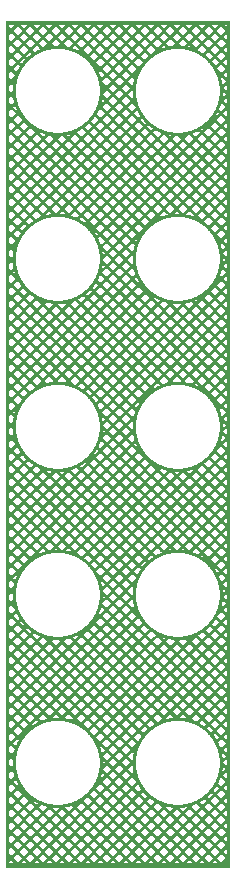
<source format=gbr>
%TF.GenerationSoftware,KiCad,Pcbnew,8.0.2*%
%TF.CreationDate,2025-07-19T14:21:41-07:00*%
%TF.ProjectId,ResFFB - Panel,52657346-4642-4202-9d20-50616e656c2e,rev?*%
%TF.SameCoordinates,Original*%
%TF.FileFunction,Copper,L1,Top*%
%TF.FilePolarity,Positive*%
%FSLAX46Y46*%
G04 Gerber Fmt 4.6, Leading zero omitted, Abs format (unit mm)*
G04 Created by KiCad (PCBNEW 8.0.2) date 2025-07-19 14:21:41*
%MOMM*%
%LPD*%
G01*
G04 APERTURE LIST*
G04 APERTURE END LIST*
%TA.AperFunction,Conductor*%
%TO.N,GND*%
G36*
X121041510Y-75610085D02*
G01*
X121087265Y-75662889D01*
X121098471Y-75714400D01*
X121098471Y-147196000D01*
X121078786Y-147263039D01*
X121025982Y-147308794D01*
X120974471Y-147320000D01*
X102224500Y-147320000D01*
X102157461Y-147300315D01*
X102111706Y-147247511D01*
X102100500Y-147196000D01*
X102100500Y-146864391D01*
X102373500Y-146864391D01*
X102373500Y-146921000D01*
X102846111Y-146921000D01*
X103394522Y-146921000D01*
X103923742Y-146921000D01*
X104472153Y-146921000D01*
X105001372Y-146921000D01*
X105549783Y-146921000D01*
X106079003Y-146921000D01*
X106627414Y-146921000D01*
X107156634Y-146921000D01*
X107705045Y-146921000D01*
X108234265Y-146921000D01*
X108782675Y-146921000D01*
X109311895Y-146921000D01*
X109860306Y-146921000D01*
X110389526Y-146921000D01*
X110937937Y-146921000D01*
X111467157Y-146921000D01*
X112015568Y-146921000D01*
X112544788Y-146921000D01*
X113093198Y-146921000D01*
X113622418Y-146921000D01*
X114170829Y-146921000D01*
X114700049Y-146921000D01*
X115248460Y-146921000D01*
X115777680Y-146921000D01*
X116326091Y-146921000D01*
X116855311Y-146921000D01*
X117403721Y-146921000D01*
X117932941Y-146921000D01*
X118481352Y-146921000D01*
X119010572Y-146921000D01*
X119558983Y-146921000D01*
X120088203Y-146921000D01*
X120636614Y-146921000D01*
X120825471Y-146921000D01*
X120825471Y-146732143D01*
X120636614Y-146921000D01*
X120088203Y-146921000D01*
X119823593Y-146656390D01*
X119558983Y-146921000D01*
X119010572Y-146921000D01*
X118745962Y-146656390D01*
X118481352Y-146921000D01*
X117932941Y-146921000D01*
X117668331Y-146656390D01*
X117403721Y-146921000D01*
X116855311Y-146921000D01*
X116590701Y-146656390D01*
X116326091Y-146921000D01*
X115777680Y-146921000D01*
X115513070Y-146656390D01*
X115248460Y-146921000D01*
X114700049Y-146921000D01*
X114435439Y-146656390D01*
X114170829Y-146921000D01*
X113622418Y-146921000D01*
X113357808Y-146656390D01*
X113093198Y-146921000D01*
X112544788Y-146921000D01*
X112280178Y-146656390D01*
X112015568Y-146921000D01*
X111467157Y-146921000D01*
X111202547Y-146656390D01*
X110937937Y-146921000D01*
X110389526Y-146921000D01*
X110124916Y-146656390D01*
X109860306Y-146921000D01*
X109311895Y-146921000D01*
X109047285Y-146656390D01*
X108782675Y-146921000D01*
X108234265Y-146921000D01*
X107969655Y-146656390D01*
X107705045Y-146921000D01*
X107156634Y-146921000D01*
X106892024Y-146656390D01*
X106627414Y-146921000D01*
X106079003Y-146921000D01*
X105814393Y-146656390D01*
X105549783Y-146921000D01*
X105001372Y-146921000D01*
X104736762Y-146656390D01*
X104472153Y-146921000D01*
X103923742Y-146921000D01*
X103659132Y-146656390D01*
X103394522Y-146921000D01*
X102846111Y-146921000D01*
X102581501Y-146656390D01*
X102373500Y-146864391D01*
X102100500Y-146864391D01*
X102100500Y-146478199D01*
X102759691Y-146478199D01*
X103120316Y-146838824D01*
X103480941Y-146478199D01*
X103837322Y-146478199D01*
X104197947Y-146838824D01*
X104558572Y-146478199D01*
X104914953Y-146478199D01*
X105275578Y-146838824D01*
X105636203Y-146478199D01*
X105992584Y-146478199D01*
X106353209Y-146838824D01*
X106713834Y-146478199D01*
X107070214Y-146478199D01*
X107430839Y-146838824D01*
X107791464Y-146478199D01*
X108147845Y-146478199D01*
X108508470Y-146838824D01*
X108869095Y-146478199D01*
X109225476Y-146478199D01*
X109586101Y-146838824D01*
X109946726Y-146478199D01*
X110303107Y-146478199D01*
X110663731Y-146838823D01*
X111024356Y-146478199D01*
X111380737Y-146478199D01*
X111741362Y-146838824D01*
X112101987Y-146478199D01*
X112458368Y-146478199D01*
X112818993Y-146838824D01*
X113179618Y-146478199D01*
X113535999Y-146478199D01*
X113896624Y-146838824D01*
X114257249Y-146478199D01*
X114613629Y-146478199D01*
X114974254Y-146838823D01*
X115334879Y-146478199D01*
X115691260Y-146478199D01*
X116051885Y-146838824D01*
X116412510Y-146478199D01*
X116768891Y-146478199D01*
X117129516Y-146838824D01*
X117490141Y-146478199D01*
X117846522Y-146478199D01*
X118207147Y-146838824D01*
X118567772Y-146478199D01*
X118924152Y-146478199D01*
X119284777Y-146838824D01*
X119645402Y-146478199D01*
X120001783Y-146478199D01*
X120362408Y-146838824D01*
X120723033Y-146478199D01*
X120362408Y-146117574D01*
X120001783Y-146478199D01*
X119645402Y-146478199D01*
X119284777Y-146117574D01*
X118924152Y-146478199D01*
X118567772Y-146478199D01*
X118207147Y-146117574D01*
X117846522Y-146478199D01*
X117490141Y-146478199D01*
X117129516Y-146117574D01*
X116768891Y-146478199D01*
X116412510Y-146478199D01*
X116051885Y-146117574D01*
X115691260Y-146478199D01*
X115334879Y-146478199D01*
X114974254Y-146117574D01*
X114613629Y-146478199D01*
X114257249Y-146478199D01*
X113896624Y-146117574D01*
X113535999Y-146478199D01*
X113179618Y-146478199D01*
X112818993Y-146117574D01*
X112458368Y-146478199D01*
X112101987Y-146478199D01*
X111741362Y-146117574D01*
X111380737Y-146478199D01*
X111024356Y-146478199D01*
X110663731Y-146117574D01*
X110303107Y-146478199D01*
X109946726Y-146478199D01*
X109586101Y-146117574D01*
X109225476Y-146478199D01*
X108869095Y-146478199D01*
X108508470Y-146117574D01*
X108147845Y-146478199D01*
X107791464Y-146478199D01*
X107430839Y-146117574D01*
X107070214Y-146478199D01*
X106713834Y-146478199D01*
X106353209Y-146117574D01*
X105992584Y-146478199D01*
X105636203Y-146478199D01*
X105275578Y-146117574D01*
X104914953Y-146478199D01*
X104558572Y-146478199D01*
X104197947Y-146117574D01*
X103837322Y-146478199D01*
X103480941Y-146478199D01*
X103120316Y-146117574D01*
X102759691Y-146478199D01*
X102100500Y-146478199D01*
X102100500Y-145786760D01*
X102373500Y-145786760D01*
X102373500Y-146092008D01*
X102581501Y-146300009D01*
X102942126Y-145939384D01*
X103298507Y-145939384D01*
X103659132Y-146300009D01*
X104019757Y-145939384D01*
X104376137Y-145939384D01*
X104736762Y-146300008D01*
X105097387Y-145939384D01*
X105453768Y-145939384D01*
X105814393Y-146300009D01*
X106175018Y-145939384D01*
X106531399Y-145939384D01*
X106892024Y-146300009D01*
X107252649Y-145939384D01*
X107609030Y-145939384D01*
X107969655Y-146300009D01*
X108330280Y-145939384D01*
X108686660Y-145939384D01*
X109047285Y-146300009D01*
X109407910Y-145939384D01*
X109764291Y-145939384D01*
X110124916Y-146300009D01*
X110485541Y-145939384D01*
X110841922Y-145939384D01*
X111202547Y-146300009D01*
X111563172Y-145939384D01*
X111919553Y-145939384D01*
X112280178Y-146300009D01*
X112640803Y-145939384D01*
X112997183Y-145939384D01*
X113357808Y-146300009D01*
X113718433Y-145939384D01*
X114074814Y-145939384D01*
X114435439Y-146300009D01*
X114796064Y-145939384D01*
X115152445Y-145939384D01*
X115513070Y-146300009D01*
X115873695Y-145939384D01*
X116230076Y-145939384D01*
X116590701Y-146300009D01*
X116951326Y-145939384D01*
X117307706Y-145939384D01*
X117668331Y-146300009D01*
X118028956Y-145939384D01*
X118385337Y-145939384D01*
X118745962Y-146300009D01*
X119106587Y-145939384D01*
X119462968Y-145939384D01*
X119823593Y-146300009D01*
X120184218Y-145939384D01*
X120540599Y-145939384D01*
X120825471Y-146224256D01*
X120825471Y-145654512D01*
X120540599Y-145939384D01*
X120184218Y-145939384D01*
X119823593Y-145578759D01*
X119462968Y-145939384D01*
X119106587Y-145939384D01*
X118745962Y-145578759D01*
X118385337Y-145939384D01*
X118028956Y-145939384D01*
X117668331Y-145578759D01*
X117307706Y-145939384D01*
X116951326Y-145939384D01*
X116590701Y-145578759D01*
X116230076Y-145939384D01*
X115873695Y-145939384D01*
X115513070Y-145578759D01*
X115152445Y-145939384D01*
X114796064Y-145939384D01*
X114435439Y-145578759D01*
X114074814Y-145939384D01*
X113718433Y-145939384D01*
X113357808Y-145578759D01*
X112997183Y-145939384D01*
X112640803Y-145939384D01*
X112280178Y-145578759D01*
X111919553Y-145939384D01*
X111563172Y-145939384D01*
X111202547Y-145578759D01*
X110841922Y-145939384D01*
X110485541Y-145939384D01*
X110124916Y-145578759D01*
X109764291Y-145939384D01*
X109407910Y-145939384D01*
X109047285Y-145578759D01*
X108686660Y-145939384D01*
X108330280Y-145939384D01*
X107969655Y-145578759D01*
X107609030Y-145939384D01*
X107252649Y-145939384D01*
X106892024Y-145578759D01*
X106531399Y-145939384D01*
X106175018Y-145939384D01*
X105814393Y-145578759D01*
X105453768Y-145939384D01*
X105097387Y-145939384D01*
X104736762Y-145578759D01*
X104376137Y-145939384D01*
X104019757Y-145939384D01*
X103659132Y-145578759D01*
X103298507Y-145939384D01*
X102942126Y-145939384D01*
X102581501Y-145578759D01*
X102373500Y-145786760D01*
X102100500Y-145786760D01*
X102100500Y-145400568D01*
X102759691Y-145400568D01*
X103120316Y-145761193D01*
X103480940Y-145400568D01*
X103837322Y-145400568D01*
X104197947Y-145761193D01*
X104558571Y-145400568D01*
X104914953Y-145400568D01*
X105275578Y-145761193D01*
X105636202Y-145400568D01*
X105992584Y-145400568D01*
X106353209Y-145761193D01*
X106713833Y-145400568D01*
X107070214Y-145400568D01*
X107430839Y-145761193D01*
X107791463Y-145400568D01*
X108147845Y-145400568D01*
X108508470Y-145761193D01*
X108869094Y-145400568D01*
X109225476Y-145400568D01*
X109586101Y-145761193D01*
X109946725Y-145400568D01*
X110303107Y-145400568D01*
X110663731Y-145761193D01*
X111024356Y-145400568D01*
X111380737Y-145400568D01*
X111741362Y-145761193D01*
X112101986Y-145400568D01*
X112458368Y-145400568D01*
X112818993Y-145761193D01*
X113179617Y-145400568D01*
X113535999Y-145400568D01*
X113896624Y-145761193D01*
X114257248Y-145400568D01*
X114613629Y-145400568D01*
X114974254Y-145761193D01*
X115334878Y-145400568D01*
X115691260Y-145400568D01*
X116051885Y-145761193D01*
X116412509Y-145400568D01*
X116768891Y-145400568D01*
X117129516Y-145761193D01*
X117490140Y-145400568D01*
X117846522Y-145400568D01*
X118207147Y-145761193D01*
X118567771Y-145400568D01*
X118924152Y-145400568D01*
X119284777Y-145761193D01*
X119645401Y-145400568D01*
X120001783Y-145400568D01*
X120362408Y-145761193D01*
X120723032Y-145400568D01*
X120362408Y-145039944D01*
X120001783Y-145400568D01*
X119645401Y-145400568D01*
X119284777Y-145039944D01*
X118924152Y-145400568D01*
X118567771Y-145400568D01*
X118207147Y-145039944D01*
X117846522Y-145400568D01*
X117490140Y-145400568D01*
X117129516Y-145039944D01*
X116768891Y-145400568D01*
X116412509Y-145400568D01*
X116051885Y-145039944D01*
X115691260Y-145400568D01*
X115334878Y-145400568D01*
X114974254Y-145039944D01*
X114613629Y-145400568D01*
X114257248Y-145400568D01*
X113896624Y-145039944D01*
X113535999Y-145400568D01*
X113179617Y-145400568D01*
X112818993Y-145039944D01*
X112458368Y-145400568D01*
X112101986Y-145400568D01*
X111741362Y-145039944D01*
X111380737Y-145400568D01*
X111024356Y-145400568D01*
X110663731Y-145039944D01*
X110303107Y-145400568D01*
X109946725Y-145400568D01*
X109586101Y-145039944D01*
X109225476Y-145400568D01*
X108869094Y-145400568D01*
X108508470Y-145039944D01*
X108147845Y-145400568D01*
X107791463Y-145400568D01*
X107430839Y-145039944D01*
X107070214Y-145400568D01*
X106713833Y-145400568D01*
X106353209Y-145039944D01*
X105992584Y-145400568D01*
X105636202Y-145400568D01*
X105275578Y-145039944D01*
X104914953Y-145400568D01*
X104558571Y-145400568D01*
X104197947Y-145039944D01*
X103837322Y-145400568D01*
X103480940Y-145400568D01*
X103120316Y-145039944D01*
X102759691Y-145400568D01*
X102100500Y-145400568D01*
X102100500Y-144709129D01*
X102373500Y-144709129D01*
X102373500Y-145014377D01*
X102581501Y-145222378D01*
X102942126Y-144861753D01*
X103298507Y-144861753D01*
X103659132Y-145222378D01*
X104019757Y-144861753D01*
X104376137Y-144861753D01*
X104736762Y-145222377D01*
X105097387Y-144861753D01*
X105453768Y-144861753D01*
X105814393Y-145222378D01*
X106175018Y-144861753D01*
X106531399Y-144861753D01*
X106892024Y-145222378D01*
X107252649Y-144861753D01*
X107609030Y-144861753D01*
X107969655Y-145222378D01*
X108330280Y-144861753D01*
X108686660Y-144861753D01*
X109047285Y-145222378D01*
X109407910Y-144861753D01*
X109764291Y-144861753D01*
X110124916Y-145222378D01*
X110485541Y-144861753D01*
X110841922Y-144861753D01*
X111202547Y-145222378D01*
X111563172Y-144861753D01*
X111919553Y-144861753D01*
X112280178Y-145222378D01*
X112640803Y-144861753D01*
X112997183Y-144861753D01*
X113357808Y-145222378D01*
X113718433Y-144861753D01*
X114074814Y-144861753D01*
X114435439Y-145222378D01*
X114796064Y-144861753D01*
X115152445Y-144861753D01*
X115513070Y-145222378D01*
X115873695Y-144861753D01*
X116230076Y-144861753D01*
X116590701Y-145222378D01*
X116951326Y-144861753D01*
X117307706Y-144861753D01*
X117668331Y-145222378D01*
X118028956Y-144861753D01*
X118385337Y-144861753D01*
X118745962Y-145222378D01*
X119106587Y-144861753D01*
X119462968Y-144861753D01*
X119823593Y-145222378D01*
X120184218Y-144861753D01*
X120540599Y-144861753D01*
X120825471Y-145146625D01*
X120825471Y-144576881D01*
X120540599Y-144861753D01*
X120184218Y-144861753D01*
X119823593Y-144501128D01*
X119462968Y-144861753D01*
X119106587Y-144861753D01*
X118745962Y-144501128D01*
X118385337Y-144861753D01*
X118028956Y-144861753D01*
X117668331Y-144501128D01*
X117307706Y-144861753D01*
X116951326Y-144861753D01*
X116590701Y-144501128D01*
X116230076Y-144861753D01*
X115873695Y-144861753D01*
X115513070Y-144501128D01*
X115152445Y-144861753D01*
X114796064Y-144861753D01*
X114435439Y-144501128D01*
X114074814Y-144861753D01*
X113718433Y-144861753D01*
X113357808Y-144501128D01*
X112997183Y-144861753D01*
X112640803Y-144861753D01*
X112280178Y-144501128D01*
X111919553Y-144861753D01*
X111563172Y-144861753D01*
X111202547Y-144501128D01*
X110841922Y-144861753D01*
X110485541Y-144861753D01*
X110124916Y-144501128D01*
X109764291Y-144861753D01*
X109407910Y-144861753D01*
X109047285Y-144501128D01*
X108686660Y-144861753D01*
X108330280Y-144861753D01*
X107969655Y-144501128D01*
X107609030Y-144861753D01*
X107252649Y-144861753D01*
X106892024Y-144501128D01*
X106531399Y-144861753D01*
X106175018Y-144861753D01*
X105814393Y-144501128D01*
X105453768Y-144861753D01*
X105097387Y-144861753D01*
X104736762Y-144501128D01*
X104376137Y-144861753D01*
X104019757Y-144861753D01*
X103659132Y-144501128D01*
X103298507Y-144861753D01*
X102942126Y-144861753D01*
X102581501Y-144501128D01*
X102373500Y-144709129D01*
X102100500Y-144709129D01*
X102100500Y-144322938D01*
X102759691Y-144322938D01*
X103120316Y-144683563D01*
X103480941Y-144322938D01*
X103837322Y-144322938D01*
X104197947Y-144683563D01*
X104558572Y-144322938D01*
X104914953Y-144322938D01*
X105275578Y-144683563D01*
X105636203Y-144322938D01*
X105992584Y-144322938D01*
X106353209Y-144683563D01*
X106713834Y-144322938D01*
X107070214Y-144322938D01*
X107430839Y-144683563D01*
X107791464Y-144322938D01*
X108147845Y-144322938D01*
X108508470Y-144683563D01*
X108869095Y-144322938D01*
X109225476Y-144322938D01*
X109586101Y-144683563D01*
X109946726Y-144322938D01*
X110303107Y-144322938D01*
X110663731Y-144683562D01*
X111024356Y-144322938D01*
X111380737Y-144322938D01*
X111741362Y-144683563D01*
X112101987Y-144322938D01*
X112458368Y-144322938D01*
X112818993Y-144683563D01*
X113179618Y-144322938D01*
X113535999Y-144322938D01*
X113896624Y-144683563D01*
X114257249Y-144322938D01*
X114613629Y-144322938D01*
X114974254Y-144683562D01*
X115334879Y-144322938D01*
X115691260Y-144322938D01*
X116051885Y-144683563D01*
X116412510Y-144322938D01*
X116768891Y-144322938D01*
X117129516Y-144683563D01*
X117490141Y-144322938D01*
X117846522Y-144322938D01*
X118207147Y-144683563D01*
X118567772Y-144322938D01*
X118924152Y-144322938D01*
X119284777Y-144683563D01*
X119645402Y-144322938D01*
X120001783Y-144322938D01*
X120362408Y-144683563D01*
X120723033Y-144322938D01*
X120362408Y-143962313D01*
X120001783Y-144322938D01*
X119645402Y-144322938D01*
X119284777Y-143962313D01*
X118924152Y-144322938D01*
X118567772Y-144322938D01*
X118207147Y-143962313D01*
X117846522Y-144322938D01*
X117490141Y-144322938D01*
X117129516Y-143962313D01*
X116768891Y-144322938D01*
X116412510Y-144322938D01*
X116051885Y-143962313D01*
X115691260Y-144322938D01*
X115334879Y-144322938D01*
X114974254Y-143962313D01*
X114613629Y-144322938D01*
X114257249Y-144322938D01*
X113896624Y-143962313D01*
X113535999Y-144322938D01*
X113179618Y-144322938D01*
X112818993Y-143962313D01*
X112458368Y-144322938D01*
X112101987Y-144322938D01*
X111741362Y-143962313D01*
X111380737Y-144322938D01*
X111024356Y-144322938D01*
X110663731Y-143962313D01*
X110303107Y-144322938D01*
X109946726Y-144322938D01*
X109586101Y-143962313D01*
X109225476Y-144322938D01*
X108869095Y-144322938D01*
X108508470Y-143962313D01*
X108147845Y-144322938D01*
X107791464Y-144322938D01*
X107430839Y-143962313D01*
X107070214Y-144322938D01*
X106713834Y-144322938D01*
X106353209Y-143962313D01*
X105992584Y-144322938D01*
X105636203Y-144322938D01*
X105275578Y-143962313D01*
X104914953Y-144322938D01*
X104558572Y-144322938D01*
X104197947Y-143962313D01*
X103837322Y-144322938D01*
X103480941Y-144322938D01*
X103120316Y-143962313D01*
X102759691Y-144322938D01*
X102100500Y-144322938D01*
X102100500Y-143631498D01*
X102373500Y-143631498D01*
X102373500Y-143936746D01*
X102581501Y-144144747D01*
X102942126Y-143784122D01*
X103298507Y-143784122D01*
X103659132Y-144144747D01*
X104019757Y-143784122D01*
X104376137Y-143784122D01*
X104736762Y-144144746D01*
X105097387Y-143784122D01*
X105453768Y-143784122D01*
X105814393Y-144144747D01*
X106175018Y-143784122D01*
X106531399Y-143784122D01*
X106892024Y-144144747D01*
X107252649Y-143784122D01*
X107609030Y-143784122D01*
X107969655Y-144144747D01*
X108330280Y-143784122D01*
X108686660Y-143784122D01*
X109047285Y-144144747D01*
X109407910Y-143784122D01*
X109764291Y-143784122D01*
X110124916Y-144144747D01*
X110485541Y-143784122D01*
X110841922Y-143784122D01*
X111202547Y-144144747D01*
X111563172Y-143784122D01*
X111919553Y-143784122D01*
X112280178Y-144144747D01*
X112640803Y-143784122D01*
X112997183Y-143784122D01*
X113357808Y-144144747D01*
X113718433Y-143784122D01*
X114074814Y-143784122D01*
X114435439Y-144144747D01*
X114796064Y-143784122D01*
X115152445Y-143784122D01*
X115513070Y-144144747D01*
X115873695Y-143784122D01*
X116230076Y-143784122D01*
X116590701Y-144144747D01*
X116951326Y-143784122D01*
X117307706Y-143784122D01*
X117668331Y-144144747D01*
X118028956Y-143784122D01*
X118385337Y-143784122D01*
X118745962Y-144144747D01*
X119106587Y-143784122D01*
X119462968Y-143784122D01*
X119823593Y-144144747D01*
X120184218Y-143784122D01*
X120540599Y-143784122D01*
X120825471Y-144068994D01*
X120825471Y-143499250D01*
X120540599Y-143784122D01*
X120184218Y-143784122D01*
X119823593Y-143423497D01*
X119462968Y-143784122D01*
X119106587Y-143784122D01*
X118745962Y-143423497D01*
X118385337Y-143784122D01*
X118028956Y-143784122D01*
X117668331Y-143423497D01*
X117307706Y-143784122D01*
X116951326Y-143784122D01*
X116590701Y-143423497D01*
X116230076Y-143784122D01*
X115873695Y-143784122D01*
X115513070Y-143423497D01*
X115152445Y-143784122D01*
X114796064Y-143784122D01*
X114435439Y-143423497D01*
X114074814Y-143784122D01*
X113718433Y-143784122D01*
X113357808Y-143423497D01*
X112997183Y-143784122D01*
X112640803Y-143784122D01*
X112280178Y-143423497D01*
X111919553Y-143784122D01*
X111563172Y-143784122D01*
X111202547Y-143423497D01*
X110841922Y-143784122D01*
X110485541Y-143784122D01*
X110124916Y-143423497D01*
X109764291Y-143784122D01*
X109407910Y-143784122D01*
X109047285Y-143423497D01*
X108686660Y-143784122D01*
X108330280Y-143784122D01*
X107969655Y-143423497D01*
X107609030Y-143784122D01*
X107252649Y-143784122D01*
X106892024Y-143423497D01*
X106531399Y-143784122D01*
X106175018Y-143784122D01*
X105814393Y-143423497D01*
X105453768Y-143784122D01*
X105097387Y-143784122D01*
X104736762Y-143423497D01*
X104376137Y-143784122D01*
X104019757Y-143784122D01*
X103659132Y-143423497D01*
X103298507Y-143784122D01*
X102942126Y-143784122D01*
X102581501Y-143423497D01*
X102373500Y-143631498D01*
X102100500Y-143631498D01*
X102100500Y-143245307D01*
X102759691Y-143245307D01*
X103120316Y-143605932D01*
X103480941Y-143245307D01*
X103837322Y-143245307D01*
X104197947Y-143605932D01*
X104558572Y-143245307D01*
X104914953Y-143245307D01*
X105275578Y-143605932D01*
X105636203Y-143245307D01*
X105992584Y-143245307D01*
X106353209Y-143605932D01*
X106713834Y-143245307D01*
X107070214Y-143245307D01*
X107430839Y-143605932D01*
X107791464Y-143245307D01*
X108147845Y-143245307D01*
X108508470Y-143605932D01*
X108869095Y-143245307D01*
X109225476Y-143245307D01*
X109586101Y-143605932D01*
X109946726Y-143245307D01*
X110303107Y-143245307D01*
X110663731Y-143605931D01*
X111024356Y-143245307D01*
X111380737Y-143245307D01*
X111741362Y-143605932D01*
X112101987Y-143245307D01*
X112458368Y-143245307D01*
X112818993Y-143605932D01*
X113179618Y-143245307D01*
X113535999Y-143245307D01*
X113896624Y-143605932D01*
X114257249Y-143245307D01*
X114613629Y-143245307D01*
X114974254Y-143605931D01*
X115334879Y-143245307D01*
X115691260Y-143245307D01*
X116051885Y-143605932D01*
X116412510Y-143245307D01*
X116768891Y-143245307D01*
X117129516Y-143605932D01*
X117490141Y-143245307D01*
X117846522Y-143245307D01*
X118207147Y-143605932D01*
X118567772Y-143245307D01*
X118924152Y-143245307D01*
X119284777Y-143605932D01*
X119645402Y-143245307D01*
X120001783Y-143245307D01*
X120362408Y-143605932D01*
X120723033Y-143245307D01*
X120362408Y-142884682D01*
X120001783Y-143245307D01*
X119645402Y-143245307D01*
X119284777Y-142884682D01*
X118924152Y-143245307D01*
X118567772Y-143245307D01*
X118207147Y-142884682D01*
X117846522Y-143245307D01*
X117490141Y-143245307D01*
X117129516Y-142884682D01*
X116768891Y-143245307D01*
X116412510Y-143245307D01*
X116051885Y-142884682D01*
X115691260Y-143245307D01*
X115334879Y-143245307D01*
X114974254Y-142884682D01*
X114613629Y-143245307D01*
X114257249Y-143245307D01*
X113896624Y-142884682D01*
X113535999Y-143245307D01*
X113179618Y-143245307D01*
X112818993Y-142884682D01*
X112458368Y-143245307D01*
X112101987Y-143245307D01*
X111741362Y-142884682D01*
X111380737Y-143245307D01*
X111024356Y-143245307D01*
X110663731Y-142884682D01*
X110303107Y-143245307D01*
X109946726Y-143245307D01*
X109586101Y-142884682D01*
X109225476Y-143245307D01*
X108869095Y-143245307D01*
X108508470Y-142884682D01*
X108147845Y-143245307D01*
X107791464Y-143245307D01*
X107430839Y-142884682D01*
X107070214Y-143245307D01*
X106713834Y-143245307D01*
X106353209Y-142884682D01*
X105992584Y-143245307D01*
X105636203Y-143245307D01*
X105275578Y-142884682D01*
X104914953Y-143245307D01*
X104558572Y-143245307D01*
X104197947Y-142884682D01*
X103837322Y-143245307D01*
X103480941Y-143245307D01*
X103120316Y-142884682D01*
X102759691Y-143245307D01*
X102100500Y-143245307D01*
X102100500Y-142553868D01*
X102373500Y-142553868D01*
X102373500Y-142859116D01*
X102581501Y-143067117D01*
X102942126Y-142706492D01*
X103298507Y-142706492D01*
X103659132Y-143067117D01*
X104019757Y-142706492D01*
X104376137Y-142706492D01*
X104736762Y-143067116D01*
X105097387Y-142706492D01*
X105453768Y-142706492D01*
X105814393Y-143067117D01*
X106175018Y-142706492D01*
X106531399Y-142706492D01*
X106892024Y-143067117D01*
X107252649Y-142706492D01*
X107609030Y-142706492D01*
X107969655Y-143067117D01*
X108330280Y-142706492D01*
X108686660Y-142706492D01*
X109047285Y-143067117D01*
X109407910Y-142706492D01*
X109764291Y-142706492D01*
X110124916Y-143067117D01*
X110485541Y-142706492D01*
X110841922Y-142706492D01*
X111202547Y-143067117D01*
X111563172Y-142706492D01*
X111919553Y-142706492D01*
X112280178Y-143067117D01*
X112640803Y-142706492D01*
X112997183Y-142706492D01*
X113357808Y-143067117D01*
X113718433Y-142706492D01*
X114074814Y-142706492D01*
X114435439Y-143067117D01*
X114796064Y-142706492D01*
X115152445Y-142706492D01*
X115513070Y-143067117D01*
X115873695Y-142706492D01*
X116230076Y-142706492D01*
X116590701Y-143067117D01*
X116951326Y-142706492D01*
X117307706Y-142706492D01*
X117668331Y-143067117D01*
X118028956Y-142706492D01*
X118385337Y-142706492D01*
X118745962Y-143067117D01*
X119106587Y-142706492D01*
X119462968Y-142706492D01*
X119823593Y-143067117D01*
X120184218Y-142706492D01*
X120540599Y-142706492D01*
X120825471Y-142991364D01*
X120825471Y-142421620D01*
X120540599Y-142706492D01*
X120184218Y-142706492D01*
X119823593Y-142345867D01*
X119462968Y-142706492D01*
X119106587Y-142706492D01*
X118745962Y-142345867D01*
X118385337Y-142706492D01*
X118028956Y-142706492D01*
X117668331Y-142345867D01*
X117307706Y-142706492D01*
X116951326Y-142706492D01*
X116590701Y-142345867D01*
X116230076Y-142706492D01*
X115873695Y-142706492D01*
X115513070Y-142345867D01*
X115152445Y-142706492D01*
X114796064Y-142706492D01*
X114435439Y-142345867D01*
X114074814Y-142706492D01*
X113718433Y-142706492D01*
X113357808Y-142345867D01*
X112997183Y-142706492D01*
X112640803Y-142706492D01*
X112280178Y-142345867D01*
X111919553Y-142706492D01*
X111563172Y-142706492D01*
X111202547Y-142345867D01*
X110841922Y-142706492D01*
X110485541Y-142706492D01*
X110124916Y-142345867D01*
X109764291Y-142706492D01*
X109407910Y-142706492D01*
X109047285Y-142345867D01*
X108686660Y-142706492D01*
X108330280Y-142706492D01*
X107969655Y-142345867D01*
X107609030Y-142706492D01*
X107252649Y-142706492D01*
X106892024Y-142345867D01*
X106531399Y-142706492D01*
X106175018Y-142706492D01*
X105814393Y-142345867D01*
X105453768Y-142706492D01*
X105097387Y-142706492D01*
X104736762Y-142345867D01*
X104376137Y-142706492D01*
X104019757Y-142706492D01*
X103659132Y-142345867D01*
X103298507Y-142706492D01*
X102942126Y-142706492D01*
X102581501Y-142345867D01*
X102373500Y-142553868D01*
X102100500Y-142553868D01*
X102100500Y-142167676D01*
X102759691Y-142167676D01*
X103120316Y-142528301D01*
X103480941Y-142167676D01*
X103837322Y-142167676D01*
X104197947Y-142528301D01*
X104558572Y-142167676D01*
X104558571Y-142167675D01*
X104914952Y-142167675D01*
X105275578Y-142528301D01*
X105576246Y-142227633D01*
X106052541Y-142227633D01*
X106353209Y-142528301D01*
X106627754Y-142253755D01*
X106626579Y-142253691D01*
X106619332Y-142253053D01*
X106612152Y-142254054D01*
X106594356Y-142255941D01*
X106586279Y-142256531D01*
X106584643Y-142256597D01*
X106576505Y-142256658D01*
X106521249Y-142255258D01*
X106465995Y-142256658D01*
X106457857Y-142256597D01*
X106456221Y-142256531D01*
X106448142Y-142255941D01*
X106430348Y-142254054D01*
X106423168Y-142253053D01*
X106415920Y-142253691D01*
X106398049Y-142254675D01*
X106389944Y-142254856D01*
X106388307Y-142254839D01*
X106380190Y-142254489D01*
X106325071Y-142250296D01*
X106269855Y-142248902D01*
X106261772Y-142248434D01*
X106260142Y-142248286D01*
X106252066Y-142247285D01*
X106234387Y-142244501D01*
X106228067Y-142243292D01*
X106221697Y-142243529D01*
X106203802Y-142243609D01*
X106195749Y-142243383D01*
X106194115Y-142243284D01*
X106185981Y-142242522D01*
X106131075Y-142235544D01*
X106075985Y-142231357D01*
X106067953Y-142230483D01*
X106066333Y-142230253D01*
X106058302Y-142228842D01*
X106052541Y-142227633D01*
X105576246Y-142227633D01*
X105593891Y-142209988D01*
X107112526Y-142209988D01*
X107430839Y-142528301D01*
X107791464Y-142167676D01*
X108147845Y-142167676D01*
X108508470Y-142528301D01*
X108869095Y-142167676D01*
X109225476Y-142167676D01*
X109586101Y-142528301D01*
X109946726Y-142167676D01*
X110303107Y-142167676D01*
X110663731Y-142528300D01*
X111024356Y-142167676D01*
X111380737Y-142167676D01*
X111741362Y-142528301D01*
X112101987Y-142167676D01*
X112458368Y-142167676D01*
X112818993Y-142528301D01*
X113179618Y-142167676D01*
X113535999Y-142167676D01*
X113896624Y-142528301D01*
X114257249Y-142167676D01*
X114257248Y-142167675D01*
X114613629Y-142167675D01*
X114974254Y-142528300D01*
X115334879Y-142167676D01*
X115334878Y-142167675D01*
X115691259Y-142167675D01*
X116051885Y-142528301D01*
X116328057Y-142252128D01*
X116853343Y-142252128D01*
X117129516Y-142528301D01*
X117486549Y-142171267D01*
X117451283Y-142177564D01*
X117397276Y-142190032D01*
X117389302Y-142191600D01*
X117387686Y-142191863D01*
X117379644Y-142192903D01*
X117361832Y-142194617D01*
X117357166Y-142194910D01*
X117352549Y-142196289D01*
X117335239Y-142200843D01*
X117327323Y-142202651D01*
X117325716Y-142202963D01*
X117317713Y-142204247D01*
X117262784Y-142211226D01*
X117208275Y-142220962D01*
X117200183Y-142222134D01*
X117198556Y-142222315D01*
X117190521Y-142222945D01*
X117172643Y-142223764D01*
X117167166Y-142223835D01*
X117161710Y-142225168D01*
X117144196Y-142228842D01*
X117136232Y-142230243D01*
X117134611Y-142230474D01*
X117126515Y-142231357D01*
X117071422Y-142235544D01*
X117016519Y-142242522D01*
X117008385Y-142243284D01*
X117006751Y-142243383D01*
X116998698Y-142243609D01*
X116980803Y-142243529D01*
X116974428Y-142243292D01*
X116968120Y-142244499D01*
X116950440Y-142247284D01*
X116942351Y-142248287D01*
X116940720Y-142248435D01*
X116932644Y-142248902D01*
X116877425Y-142250296D01*
X116853343Y-142252128D01*
X116328057Y-142252128D01*
X116338601Y-142241584D01*
X116291074Y-142235544D01*
X116235984Y-142231357D01*
X116227952Y-142230483D01*
X116226332Y-142230253D01*
X116218301Y-142228842D01*
X116200789Y-142225168D01*
X116195328Y-142223835D01*
X116189855Y-142223764D01*
X116171978Y-142222945D01*
X116163943Y-142222315D01*
X116162316Y-142222134D01*
X116154225Y-142220962D01*
X116099724Y-142211228D01*
X116044785Y-142204247D01*
X116036784Y-142202963D01*
X116035177Y-142202651D01*
X116027260Y-142200843D01*
X116009958Y-142196291D01*
X116005335Y-142194910D01*
X116000675Y-142194618D01*
X115982863Y-142192905D01*
X115974826Y-142191866D01*
X115973209Y-142191603D01*
X115965228Y-142190034D01*
X115911182Y-142177559D01*
X115856611Y-142167815D01*
X115855953Y-142167675D01*
X117846521Y-142167675D01*
X118207147Y-142528301D01*
X118567772Y-142167676D01*
X118924152Y-142167676D01*
X119284777Y-142528301D01*
X119645402Y-142167676D01*
X120001783Y-142167676D01*
X120362408Y-142528301D01*
X120723033Y-142167676D01*
X120362408Y-141807051D01*
X120001783Y-142167676D01*
X119645402Y-142167676D01*
X119284777Y-141807051D01*
X118924152Y-142167676D01*
X118567772Y-142167676D01*
X118298843Y-141898747D01*
X118290212Y-141903169D01*
X118282902Y-141906618D01*
X118281399Y-141907268D01*
X118273813Y-141910257D01*
X118256958Y-141916265D01*
X118255573Y-141916707D01*
X118254189Y-141917536D01*
X118238539Y-141926218D01*
X118231311Y-141929923D01*
X118229830Y-141930622D01*
X118222384Y-141933844D01*
X118170393Y-141954340D01*
X118119489Y-141977356D01*
X118112019Y-141980445D01*
X118110486Y-141981021D01*
X118102768Y-141983635D01*
X118085640Y-141988815D01*
X118083737Y-141989322D01*
X118081833Y-141990339D01*
X118065776Y-141998238D01*
X118058383Y-142001579D01*
X118056870Y-142002204D01*
X118049266Y-142005057D01*
X117996449Y-142022925D01*
X117987900Y-142026296D01*
X117846521Y-142167675D01*
X115855953Y-142167675D01*
X115848637Y-142166119D01*
X115847048Y-142165726D01*
X115839282Y-142163535D01*
X115822227Y-142158118D01*
X115818367Y-142156750D01*
X115814480Y-142156310D01*
X115796776Y-142153710D01*
X115788801Y-142152271D01*
X115787201Y-142151928D01*
X115779318Y-142149966D01*
X115725894Y-142134794D01*
X115724469Y-142134465D01*
X115691259Y-142167675D01*
X115334878Y-142167675D01*
X115068364Y-141901161D01*
X115022455Y-141877647D01*
X114971459Y-141854594D01*
X114964193Y-141851019D01*
X114962749Y-141850249D01*
X114955707Y-141846192D01*
X114942999Y-141838305D01*
X114613629Y-142167675D01*
X114257248Y-142167675D01*
X113896624Y-141807051D01*
X113535999Y-142167676D01*
X113179618Y-142167676D01*
X112818993Y-141807051D01*
X112458368Y-142167676D01*
X112101987Y-142167676D01*
X111741362Y-141807051D01*
X111380737Y-142167676D01*
X111024356Y-142167676D01*
X110663731Y-141807051D01*
X110303107Y-142167676D01*
X109946726Y-142167676D01*
X109586101Y-141807051D01*
X109225476Y-142167676D01*
X108869095Y-142167676D01*
X108508470Y-141807051D01*
X108147845Y-142167676D01*
X107791464Y-142167676D01*
X107696219Y-142072431D01*
X107658431Y-142083159D01*
X107605710Y-142101001D01*
X107597992Y-142103336D01*
X107596410Y-142103759D01*
X107588451Y-142105608D01*
X107570895Y-142109082D01*
X107567732Y-142109600D01*
X107564621Y-142110882D01*
X107547857Y-142117150D01*
X107540172Y-142119740D01*
X107538604Y-142120212D01*
X107530745Y-142122299D01*
X107476622Y-142134788D01*
X107423188Y-142149966D01*
X107415284Y-142151933D01*
X107413683Y-142152276D01*
X107405721Y-142153711D01*
X107388014Y-142156311D01*
X107384126Y-142156752D01*
X107380280Y-142158114D01*
X107363222Y-142163533D01*
X107355450Y-142165726D01*
X107353861Y-142166119D01*
X107345884Y-142167816D01*
X107291284Y-142177564D01*
X107237277Y-142190032D01*
X107229303Y-142191600D01*
X107227687Y-142191863D01*
X107219645Y-142192903D01*
X107201833Y-142194617D01*
X107197167Y-142194910D01*
X107192550Y-142196289D01*
X107175240Y-142200843D01*
X107167324Y-142202651D01*
X107165717Y-142202963D01*
X107157714Y-142204247D01*
X107112526Y-142209988D01*
X105593891Y-142209988D01*
X105636203Y-142167676D01*
X105618165Y-142149638D01*
X105565895Y-142134794D01*
X105511757Y-142122300D01*
X105503899Y-142120213D01*
X105502331Y-142119741D01*
X105494656Y-142117155D01*
X105477893Y-142110889D01*
X105474761Y-142109599D01*
X105471605Y-142109082D01*
X105454049Y-142105608D01*
X105446090Y-142103759D01*
X105444508Y-142103336D01*
X105436792Y-142101002D01*
X105384045Y-142083153D01*
X105330536Y-142067961D01*
X105322770Y-142065478D01*
X105321227Y-142064928D01*
X105313702Y-142061966D01*
X105297274Y-142054872D01*
X105294800Y-142053706D01*
X105292302Y-142053169D01*
X105274939Y-142048834D01*
X105267198Y-142046632D01*
X105265638Y-142046133D01*
X105257928Y-142043383D01*
X105206048Y-142022925D01*
X105153231Y-142005056D01*
X105145628Y-142002203D01*
X105144115Y-142001578D01*
X105136719Y-141998235D01*
X105120663Y-141990336D01*
X105118765Y-141989324D01*
X105116866Y-141988817D01*
X105099736Y-141983637D01*
X105099179Y-141983448D01*
X104914952Y-142167675D01*
X104558571Y-142167675D01*
X104197947Y-141807051D01*
X103837322Y-142167676D01*
X103480941Y-142167676D01*
X103120316Y-141807051D01*
X102759691Y-142167676D01*
X102100500Y-142167676D01*
X102100500Y-141476237D01*
X102373500Y-141476237D01*
X102373500Y-141781485D01*
X102581501Y-141989486D01*
X102942126Y-141628861D01*
X103298507Y-141628861D01*
X103659132Y-141989486D01*
X104019757Y-141628861D01*
X104376137Y-141628861D01*
X104736761Y-141989485D01*
X104852913Y-141873333D01*
X104811460Y-141854594D01*
X104804194Y-141851019D01*
X104802750Y-141850249D01*
X104795708Y-141846192D01*
X104780507Y-141836758D01*
X104779532Y-141836108D01*
X104778605Y-141835761D01*
X104762059Y-141828942D01*
X104754672Y-141825611D01*
X104753203Y-141824890D01*
X104746028Y-141821072D01*
X104697381Y-141793100D01*
X104647493Y-141767549D01*
X104640390Y-141763612D01*
X104638985Y-141762772D01*
X104632165Y-141758386D01*
X104617440Y-141748220D01*
X104616845Y-141747780D01*
X104616287Y-141747540D01*
X104600092Y-141739931D01*
X104592866Y-141736243D01*
X104591434Y-141735452D01*
X104584470Y-141731302D01*
X104537151Y-141700968D01*
X104488484Y-141672986D01*
X104481598Y-141668721D01*
X104480235Y-141667814D01*
X104473618Y-141663092D01*
X104459405Y-141652226D01*
X104459089Y-141651967D01*
X104458848Y-141651850D01*
X104443037Y-141643472D01*
X104436011Y-141639450D01*
X104434618Y-141638591D01*
X104427843Y-141634100D01*
X104394563Y-141610435D01*
X104376137Y-141628861D01*
X104019757Y-141628861D01*
X103659132Y-141268236D01*
X103298507Y-141628861D01*
X102942126Y-141628861D01*
X102581501Y-141268236D01*
X102373500Y-141476237D01*
X102100500Y-141476237D01*
X102100500Y-141090046D01*
X102759691Y-141090046D01*
X103120316Y-141450671D01*
X103480941Y-141090046D01*
X103120316Y-140729421D01*
X102759691Y-141090046D01*
X102100500Y-141090046D01*
X102100500Y-140398606D01*
X102373500Y-140398606D01*
X102373500Y-140703854D01*
X102581501Y-140911855D01*
X102942126Y-140551230D01*
X102942125Y-140551229D01*
X103298506Y-140551229D01*
X103419870Y-140672593D01*
X103416751Y-140668345D01*
X103415825Y-140666994D01*
X103411438Y-140660120D01*
X103402315Y-140644730D01*
X103402312Y-140644725D01*
X103402230Y-140644634D01*
X103390690Y-140630961D01*
X103385681Y-140624617D01*
X103384709Y-140623300D01*
X103380089Y-140616589D01*
X103349732Y-140569236D01*
X103320960Y-140528776D01*
X103298506Y-140551229D01*
X102942125Y-140551229D01*
X102581501Y-140190605D01*
X102373500Y-140398606D01*
X102100500Y-140398606D01*
X102100500Y-140012414D01*
X102759690Y-140012414D01*
X103120315Y-140373039D01*
X103185798Y-140307556D01*
X103183686Y-140303745D01*
X103158116Y-140253821D01*
X103130166Y-140205211D01*
X103126348Y-140198037D01*
X103125627Y-140196568D01*
X103122298Y-140189185D01*
X103115482Y-140172648D01*
X103115130Y-140171708D01*
X103114485Y-140170741D01*
X103105052Y-140155543D01*
X103101009Y-140148528D01*
X103100239Y-140147085D01*
X103096650Y-140139794D01*
X103073576Y-140088761D01*
X103048064Y-140038945D01*
X103044604Y-140031606D01*
X103043955Y-140030104D01*
X103040983Y-140022557D01*
X103034977Y-140005709D01*
X103034534Y-140004326D01*
X103033688Y-140002911D01*
X103025011Y-139987268D01*
X103021293Y-139980014D01*
X103020595Y-139978534D01*
X103017392Y-139971126D01*
X102996899Y-139919156D01*
X102973877Y-139868229D01*
X102970791Y-139860764D01*
X102970215Y-139859231D01*
X102967600Y-139851508D01*
X102962422Y-139834384D01*
X102961913Y-139832478D01*
X102960897Y-139830572D01*
X102954511Y-139817593D01*
X102759690Y-140012414D01*
X102100500Y-140012414D01*
X102100500Y-139320975D01*
X102373500Y-139320975D01*
X102373500Y-139626223D01*
X102581500Y-139834223D01*
X102863137Y-139552586D01*
X102850232Y-139514440D01*
X102847891Y-139506698D01*
X102847469Y-139505118D01*
X102845631Y-139497202D01*
X102842157Y-139479654D01*
X102841635Y-139476477D01*
X102840344Y-139473340D01*
X102834080Y-139456581D01*
X102831480Y-139448861D01*
X102831009Y-139447294D01*
X102828938Y-139439490D01*
X102816445Y-139385371D01*
X102801593Y-139333067D01*
X102581500Y-139112974D01*
X102373500Y-139320975D01*
X102100500Y-139320975D01*
X102100500Y-138243345D01*
X102373500Y-138243345D01*
X102373500Y-138548593D01*
X102581500Y-138756593D01*
X102701206Y-138636887D01*
X102700934Y-138626144D01*
X102696746Y-138571040D01*
X102696396Y-138562930D01*
X102696379Y-138561294D01*
X102696559Y-138553192D01*
X102697542Y-138535330D01*
X102698179Y-138528062D01*
X102697182Y-138520890D01*
X102695295Y-138503102D01*
X102694704Y-138495019D01*
X102694638Y-138493383D01*
X102694577Y-138485252D01*
X102695973Y-138429989D01*
X102694629Y-138376772D01*
X102967715Y-138376772D01*
X102968981Y-138426856D01*
X102968981Y-138433122D01*
X102967715Y-138483197D01*
X102967851Y-138484475D01*
X102971055Y-138508825D01*
X102971679Y-138533501D01*
X102969705Y-138558045D01*
X102969638Y-138559267D01*
X102973435Y-138609211D01*
X102973752Y-138615475D01*
X102975018Y-138665535D01*
X102975210Y-138666757D01*
X102979652Y-138690966D01*
X102981396Y-138713905D01*
X102980669Y-138738355D01*
X102980663Y-138739720D01*
X102986982Y-138789450D01*
X102987614Y-138795676D01*
X102991413Y-138845639D01*
X102991689Y-138846955D01*
X102997314Y-138870764D01*
X103000019Y-138892041D01*
X103000519Y-138916201D01*
X103000593Y-138917828D01*
X103009413Y-138967216D01*
X103010354Y-138973380D01*
X103016680Y-139023159D01*
X103017099Y-139024749D01*
X103023829Y-139047939D01*
X103027349Y-139067651D01*
X103029036Y-139091421D01*
X103029220Y-139093326D01*
X103029220Y-139093330D01*
X103029220Y-139093333D01*
X103029221Y-139093335D01*
X103040519Y-139142291D01*
X103041764Y-139148374D01*
X103050596Y-139197830D01*
X103051186Y-139199688D01*
X103058959Y-139222181D01*
X103063174Y-139240446D01*
X103066006Y-139263761D01*
X103066327Y-139265949D01*
X103080077Y-139314372D01*
X103081616Y-139320353D01*
X103092931Y-139369374D01*
X103093747Y-139371556D01*
X103102474Y-139393235D01*
X103107280Y-139410161D01*
X103111180Y-139432803D01*
X103111698Y-139435420D01*
X103127856Y-139483177D01*
X103129680Y-139489043D01*
X103143448Y-139537525D01*
X103144510Y-139539984D01*
X103154135Y-139560841D01*
X103159445Y-139576535D01*
X103164365Y-139598533D01*
X103165103Y-139601491D01*
X103183627Y-139648470D01*
X103185729Y-139654212D01*
X103201911Y-139702039D01*
X103203243Y-139704746D01*
X103213705Y-139724755D01*
X103219449Y-139739324D01*
X103225331Y-139760642D01*
X103226321Y-139763917D01*
X103226323Y-139763921D01*
X103247154Y-139809999D01*
X103247160Y-139810011D01*
X103249525Y-139815603D01*
X103268080Y-139862663D01*
X103268083Y-139862669D01*
X103269760Y-139865693D01*
X103280938Y-139884728D01*
X103287066Y-139898281D01*
X103287069Y-139898287D01*
X103293829Y-139918817D01*
X103295127Y-139922459D01*
X103295128Y-139922462D01*
X103318219Y-139967548D01*
X103320839Y-139972987D01*
X103341722Y-140019175D01*
X103343751Y-140022445D01*
X103355604Y-140040543D01*
X103362075Y-140053177D01*
X103369676Y-140072967D01*
X103371290Y-140076882D01*
X103371291Y-140076885D01*
X103371292Y-140076886D01*
X103396585Y-140120876D01*
X103399454Y-140126158D01*
X103422592Y-140171335D01*
X103425003Y-140174827D01*
X103437462Y-140191967D01*
X103444250Y-140203772D01*
X103452650Y-140222834D01*
X103454593Y-140226970D01*
X103482027Y-140269765D01*
X103485130Y-140274873D01*
X103510456Y-140318916D01*
X103513242Y-140322561D01*
X103526277Y-140338786D01*
X103533371Y-140349852D01*
X103542519Y-140368166D01*
X103544806Y-140372483D01*
X103574282Y-140413933D01*
X103577616Y-140418867D01*
X103577624Y-140418879D01*
X103605089Y-140461721D01*
X103608229Y-140465441D01*
X103621816Y-140480776D01*
X103629214Y-140491179D01*
X103639081Y-140508770D01*
X103641711Y-140513207D01*
X103641712Y-140513208D01*
X103673204Y-140553282D01*
X103676732Y-140558000D01*
X103692901Y-140580738D01*
X103706258Y-140599522D01*
X103709733Y-140603258D01*
X103723848Y-140617728D01*
X103731562Y-140627543D01*
X103742160Y-140644481D01*
X103745098Y-140648938D01*
X103778466Y-140687459D01*
X103782238Y-140692029D01*
X103813728Y-140732101D01*
X103817543Y-140735829D01*
X103832157Y-140749442D01*
X103840212Y-140758741D01*
X103851568Y-140775098D01*
X103854740Y-140779443D01*
X103854741Y-140779444D01*
X103889935Y-140816357D01*
X103893868Y-140820685D01*
X103927289Y-140859267D01*
X103927292Y-140859269D01*
X103931360Y-140862881D01*
X103946517Y-140875705D01*
X103954942Y-140884542D01*
X103967000Y-140900256D01*
X103970437Y-140904520D01*
X103987834Y-140921107D01*
X104007355Y-140939718D01*
X104011511Y-140943874D01*
X104043591Y-140977521D01*
X104046719Y-140980802D01*
X104050984Y-140984239D01*
X104066698Y-140996297D01*
X104075526Y-141004714D01*
X104075535Y-141004722D01*
X104088373Y-141019895D01*
X104091967Y-141023943D01*
X104091969Y-141023945D01*
X104091970Y-141023946D01*
X104130507Y-141057328D01*
X104134882Y-141061305D01*
X104157417Y-141082789D01*
X104171795Y-141096497D01*
X104171800Y-141096500D01*
X104176228Y-141099733D01*
X104192494Y-141111023D01*
X104201790Y-141119075D01*
X104215423Y-141133710D01*
X104219131Y-141137504D01*
X104219132Y-141137505D01*
X104219134Y-141137507D01*
X104259214Y-141169003D01*
X104263765Y-141172758D01*
X104302302Y-141206141D01*
X104302307Y-141206143D01*
X104306784Y-141209095D01*
X104323692Y-141219674D01*
X104333512Y-141227392D01*
X104347993Y-141241517D01*
X104351719Y-141244982D01*
X104393236Y-141274506D01*
X104397991Y-141278062D01*
X104438031Y-141309527D01*
X104442415Y-141312126D01*
X104460059Y-141322023D01*
X104470459Y-141329418D01*
X104470463Y-141329421D01*
X104485792Y-141343002D01*
X104489516Y-141346145D01*
X104489519Y-141346148D01*
X104501293Y-141353696D01*
X104532374Y-141373623D01*
X104537310Y-141376957D01*
X104578760Y-141406432D01*
X104583122Y-141408743D01*
X104601384Y-141417863D01*
X104612461Y-141424964D01*
X104628694Y-141438007D01*
X104632318Y-141440778D01*
X104649522Y-141450670D01*
X104676361Y-141466102D01*
X104681465Y-141469203D01*
X104692438Y-141476237D01*
X104724272Y-141496645D01*
X104724275Y-141496646D01*
X104728436Y-141498601D01*
X104747463Y-141506984D01*
X104759270Y-141513773D01*
X104776424Y-141526241D01*
X104779902Y-141528642D01*
X104825066Y-141551774D01*
X104830349Y-141554643D01*
X104874353Y-141579945D01*
X104878316Y-141581578D01*
X104898070Y-141589164D01*
X104910694Y-141595630D01*
X104928801Y-141607490D01*
X104932061Y-141609512D01*
X104932067Y-141609517D01*
X104978238Y-141630389D01*
X104983685Y-141633014D01*
X105028767Y-141656104D01*
X105028775Y-141656108D01*
X105028783Y-141656109D01*
X105032472Y-141657425D01*
X105052954Y-141664167D01*
X105066512Y-141670296D01*
X105085559Y-141681481D01*
X105088569Y-141683151D01*
X105088573Y-141683154D01*
X105135658Y-141701718D01*
X105141213Y-141704068D01*
X105157518Y-141711439D01*
X105187322Y-141724913D01*
X105190683Y-141725929D01*
X105211913Y-141731785D01*
X105215843Y-141733334D01*
X105226487Y-141737531D01*
X105246444Y-141747967D01*
X105249195Y-141749320D01*
X105249201Y-141749324D01*
X105297055Y-141765516D01*
X105302760Y-141767605D01*
X105349740Y-141786129D01*
X105349746Y-141786131D01*
X105349747Y-141786131D01*
X105352735Y-141786877D01*
X105374706Y-141791789D01*
X105390397Y-141797098D01*
X105411307Y-141806748D01*
X105413710Y-141807785D01*
X105413711Y-141807786D01*
X105462231Y-141821563D01*
X105468068Y-141823379D01*
X105515821Y-141839538D01*
X105518451Y-141840058D01*
X105541085Y-141843955D01*
X105548838Y-141846157D01*
X105558003Y-141848760D01*
X105579715Y-141857499D01*
X105581862Y-141858302D01*
X105581866Y-141858304D01*
X105630912Y-141869623D01*
X105636888Y-141871161D01*
X105685289Y-141884906D01*
X105687593Y-141885244D01*
X105710792Y-141888060D01*
X105718366Y-141889808D01*
X105729054Y-141892274D01*
X105751571Y-141900055D01*
X105753404Y-141900638D01*
X105753408Y-141900638D01*
X105753409Y-141900639D01*
X105802870Y-141909471D01*
X105808945Y-141910714D01*
X105822026Y-141913733D01*
X105857909Y-141922015D01*
X105857918Y-141922014D01*
X105859836Y-141922200D01*
X105883581Y-141923884D01*
X105903305Y-141927406D01*
X105926507Y-141934140D01*
X105928070Y-141934552D01*
X105928072Y-141934552D01*
X105928074Y-141934553D01*
X105977864Y-141940879D01*
X105983991Y-141941815D01*
X106033412Y-141950641D01*
X106033414Y-141950640D01*
X106033415Y-141950641D01*
X106035085Y-141950717D01*
X106059189Y-141951213D01*
X106080466Y-141953917D01*
X106104234Y-141959535D01*
X106105595Y-141959820D01*
X106105598Y-141959821D01*
X106155565Y-141963619D01*
X106161759Y-141964247D01*
X106211523Y-141970572D01*
X106211530Y-141970570D01*
X106212927Y-141970565D01*
X106237337Y-141969838D01*
X106244406Y-141970375D01*
X106260265Y-141971581D01*
X106284441Y-141976018D01*
X106285691Y-141976214D01*
X106285695Y-141976216D01*
X106335769Y-141977481D01*
X106342007Y-141977797D01*
X106391972Y-141981597D01*
X106391977Y-141981595D01*
X106393236Y-141981527D01*
X106417733Y-141979554D01*
X106442412Y-141980178D01*
X106466724Y-141983380D01*
X106468030Y-141983518D01*
X106468032Y-141983519D01*
X106468033Y-141983518D01*
X106468034Y-141983519D01*
X106474468Y-141983356D01*
X106518126Y-141982252D01*
X106524373Y-141982252D01*
X106569012Y-141983381D01*
X106574467Y-141983519D01*
X106574467Y-141983518D01*
X106574468Y-141983519D01*
X106574468Y-141983518D01*
X106575765Y-141983381D01*
X106600086Y-141980178D01*
X106624763Y-141979554D01*
X106649287Y-141981528D01*
X106650522Y-141981596D01*
X106650527Y-141981597D01*
X106700493Y-141977796D01*
X106706727Y-141977481D01*
X106756804Y-141976216D01*
X106756810Y-141976213D01*
X106758067Y-141976016D01*
X106782232Y-141971581D01*
X106805160Y-141969838D01*
X106829595Y-141970565D01*
X106830969Y-141970570D01*
X106830977Y-141970572D01*
X106880735Y-141964248D01*
X106886937Y-141963619D01*
X106936902Y-141959821D01*
X106936903Y-141959820D01*
X106938287Y-141959530D01*
X106962030Y-141953918D01*
X106983308Y-141951213D01*
X107007417Y-141950717D01*
X107009089Y-141950641D01*
X107047816Y-141943724D01*
X107058487Y-141941818D01*
X107064633Y-141940879D01*
X107114426Y-141934553D01*
X107114431Y-141934550D01*
X107116048Y-141934126D01*
X107139200Y-141927404D01*
X107158917Y-141923884D01*
X107182686Y-141922197D01*
X107184581Y-141922014D01*
X107184591Y-141922015D01*
X107233591Y-141910704D01*
X107239582Y-141909479D01*
X107289090Y-141900639D01*
X107289095Y-141900636D01*
X107289098Y-141900636D01*
X107290950Y-141900048D01*
X107313439Y-141892275D01*
X107331703Y-141888060D01*
X107354986Y-141885234D01*
X107357201Y-141884908D01*
X107357204Y-141884907D01*
X107357210Y-141884907D01*
X107405671Y-141871145D01*
X107411577Y-141869625D01*
X107460634Y-141858304D01*
X107460640Y-141858300D01*
X107462809Y-141857490D01*
X107484489Y-141848761D01*
X107501418Y-141843954D01*
X107524049Y-141840058D01*
X107526678Y-141839538D01*
X107534894Y-141836758D01*
X107574445Y-141823374D01*
X107580278Y-141821561D01*
X107616646Y-141811233D01*
X107628785Y-141807787D01*
X107628786Y-141807786D01*
X107628788Y-141807786D01*
X107628789Y-141807784D01*
X107631269Y-141806714D01*
X107652096Y-141797100D01*
X107667802Y-141791786D01*
X107689759Y-141786877D01*
X107692744Y-141786131D01*
X107692752Y-141786131D01*
X107739736Y-141767605D01*
X107745436Y-141765517D01*
X107793299Y-141749324D01*
X107793301Y-141749322D01*
X107793305Y-141749321D01*
X107796047Y-141747972D01*
X107816015Y-141737529D01*
X107830579Y-141731786D01*
X107851834Y-141725924D01*
X107855172Y-141724914D01*
X107855179Y-141724913D01*
X107901286Y-141704068D01*
X107906853Y-141701713D01*
X107953926Y-141683154D01*
X107953931Y-141683150D01*
X107956991Y-141681453D01*
X107975983Y-141670298D01*
X107989549Y-141664165D01*
X108010046Y-141657419D01*
X108013715Y-141656110D01*
X108013722Y-141656109D01*
X108058822Y-141633009D01*
X108064246Y-141630395D01*
X108067642Y-141628860D01*
X108686659Y-141628860D01*
X109047285Y-141989486D01*
X109407910Y-141628861D01*
X109764291Y-141628861D01*
X110124916Y-141989486D01*
X110485541Y-141628861D01*
X110841922Y-141628861D01*
X111202547Y-141989486D01*
X111563172Y-141628861D01*
X111919553Y-141628861D01*
X112280178Y-141989486D01*
X112640803Y-141628861D01*
X112997183Y-141628861D01*
X113357808Y-141989486D01*
X113718433Y-141628861D01*
X113718432Y-141628860D01*
X114074813Y-141628860D01*
X114435438Y-141989485D01*
X114713484Y-141711439D01*
X114697150Y-141700968D01*
X114648483Y-141672986D01*
X114641597Y-141668721D01*
X114640234Y-141667814D01*
X114633617Y-141663092D01*
X114619404Y-141652226D01*
X114619088Y-141651967D01*
X114618847Y-141651850D01*
X114603036Y-141643472D01*
X114596010Y-141639450D01*
X114594617Y-141638591D01*
X114587842Y-141634100D01*
X114542015Y-141601513D01*
X114494647Y-141571146D01*
X114487936Y-141566526D01*
X114486619Y-141565554D01*
X114480276Y-141560545D01*
X114466604Y-141549006D01*
X114466522Y-141548932D01*
X114466505Y-141548923D01*
X114451113Y-141539798D01*
X114444243Y-141535413D01*
X114442892Y-141534487D01*
X114436380Y-141529705D01*
X114392108Y-141494915D01*
X114346220Y-141462282D01*
X114339764Y-141457365D01*
X114338496Y-141456332D01*
X114332387Y-141451014D01*
X114319324Y-141438870D01*
X114304558Y-141429135D01*
X114297916Y-141424436D01*
X114296611Y-141423447D01*
X114290317Y-141418345D01*
X114287644Y-141416029D01*
X114074813Y-141628860D01*
X113718432Y-141628860D01*
X113357808Y-141268236D01*
X112997183Y-141628861D01*
X112640803Y-141628861D01*
X112280178Y-141268236D01*
X111919553Y-141628861D01*
X111563172Y-141628861D01*
X111202547Y-141268236D01*
X110841922Y-141628861D01*
X110485541Y-141628861D01*
X110124916Y-141268236D01*
X109764291Y-141628861D01*
X109407910Y-141628861D01*
X109066278Y-141287229D01*
X109052617Y-141300255D01*
X109046543Y-141305677D01*
X109045286Y-141306727D01*
X109038907Y-141311711D01*
X109024704Y-141322079D01*
X109012371Y-141334702D01*
X109006503Y-141340327D01*
X109005284Y-141341421D01*
X108999076Y-141346636D01*
X108954762Y-141381456D01*
X108912183Y-141418343D01*
X108905888Y-141423446D01*
X108904583Y-141424435D01*
X108897943Y-141429133D01*
X108883164Y-141438876D01*
X108870124Y-141451002D01*
X108864061Y-141456283D01*
X108862792Y-141457318D01*
X108856274Y-141462284D01*
X108845760Y-141469759D01*
X108686659Y-141628860D01*
X108067642Y-141628860D01*
X108110433Y-141609516D01*
X108110436Y-141609513D01*
X108113712Y-141607480D01*
X108131800Y-141595631D01*
X108144437Y-141589159D01*
X108164215Y-141581565D01*
X108168143Y-141579946D01*
X108168142Y-141579946D01*
X108168147Y-141579945D01*
X108212165Y-141554634D01*
X108217408Y-141551785D01*
X108262592Y-141528645D01*
X108262594Y-141528642D01*
X108266135Y-141526198D01*
X108283225Y-141513775D01*
X108295038Y-141506982D01*
X108314055Y-141498604D01*
X108318221Y-141496648D01*
X108318223Y-141496646D01*
X108318228Y-141496645D01*
X108361090Y-141469166D01*
X108366094Y-141466127D01*
X108410181Y-141440778D01*
X108410183Y-141440775D01*
X108413858Y-141437966D01*
X108430046Y-141424959D01*
X108441111Y-141417865D01*
X108459420Y-141408722D01*
X108463738Y-141406434D01*
X108463739Y-141406432D01*
X108463742Y-141406432D01*
X108505218Y-141376935D01*
X108510151Y-141373605D01*
X108539471Y-141354808D01*
X108552981Y-141346148D01*
X108552983Y-141346145D01*
X108556761Y-141342957D01*
X108572041Y-141329418D01*
X108582445Y-141322019D01*
X108600026Y-141312158D01*
X108604458Y-141309530D01*
X108604468Y-141309526D01*
X108644532Y-141278040D01*
X108649269Y-141274500D01*
X108690773Y-141244986D01*
X108690779Y-141244982D01*
X108690784Y-141244975D01*
X108694578Y-141241448D01*
X108708994Y-141227384D01*
X108718816Y-141219665D01*
X108735743Y-141209077D01*
X108740191Y-141206143D01*
X108740197Y-141206141D01*
X108778726Y-141172765D01*
X108783256Y-141169026D01*
X108823364Y-141137509D01*
X108823368Y-141137504D01*
X108827068Y-141133717D01*
X108840700Y-141119081D01*
X108847390Y-141113287D01*
X109248717Y-141113287D01*
X109586101Y-141450671D01*
X109946726Y-141090046D01*
X110303107Y-141090046D01*
X110663731Y-141450670D01*
X111024356Y-141090046D01*
X111380737Y-141090046D01*
X111741362Y-141450671D01*
X112101987Y-141090046D01*
X112458368Y-141090046D01*
X112818993Y-141450671D01*
X113179618Y-141090046D01*
X113179617Y-141090045D01*
X113535998Y-141090045D01*
X113896623Y-141450670D01*
X114096681Y-141250613D01*
X114066463Y-141224437D01*
X114060503Y-141218922D01*
X114059339Y-141217772D01*
X114053765Y-141211894D01*
X114042096Y-141198752D01*
X114028446Y-141187752D01*
X114022283Y-141182442D01*
X114021078Y-141181333D01*
X114015301Y-141175657D01*
X113976397Y-141134850D01*
X113935579Y-141095934D01*
X113929939Y-141090197D01*
X113928830Y-141088993D01*
X113923489Y-141082796D01*
X113912478Y-141069134D01*
X113899352Y-141057481D01*
X113893503Y-141051939D01*
X113892351Y-141050774D01*
X113886795Y-141044772D01*
X113849863Y-141002134D01*
X113810982Y-140961355D01*
X113805555Y-140955275D01*
X113804506Y-140954019D01*
X113799534Y-140947656D01*
X113789155Y-140933442D01*
X113776532Y-140921107D01*
X113770945Y-140915280D01*
X113769851Y-140914062D01*
X113764604Y-140907819D01*
X113744195Y-140881848D01*
X113535998Y-141090045D01*
X113179617Y-141090045D01*
X112818993Y-140729421D01*
X112458368Y-141090046D01*
X112101987Y-141090046D01*
X111741362Y-140729421D01*
X111380737Y-141090046D01*
X111024356Y-141090046D01*
X110663731Y-140729421D01*
X110303107Y-141090046D01*
X109946726Y-141090046D01*
X109586101Y-140729421D01*
X109561018Y-140754503D01*
X109553546Y-140765013D01*
X109548610Y-140771493D01*
X109547575Y-140772763D01*
X109542260Y-140778866D01*
X109530145Y-140791894D01*
X109520398Y-140806678D01*
X109515700Y-140813318D01*
X109514711Y-140814623D01*
X109509608Y-140820918D01*
X109472706Y-140863515D01*
X109437897Y-140907815D01*
X109432682Y-140914023D01*
X109431588Y-140915242D01*
X109425960Y-140921114D01*
X109413344Y-140933439D01*
X109402972Y-140947648D01*
X109397956Y-140954066D01*
X109396906Y-140955322D01*
X109391515Y-140961359D01*
X109352614Y-141002156D01*
X109315701Y-141044773D01*
X109310222Y-141050698D01*
X109309072Y-141051863D01*
X109303148Y-141057481D01*
X109290011Y-141069143D01*
X109279015Y-141082789D01*
X109273704Y-141088953D01*
X109272595Y-141090158D01*
X109266919Y-141095935D01*
X109248717Y-141113287D01*
X108847390Y-141113287D01*
X108850003Y-141111024D01*
X108866299Y-141099713D01*
X108870704Y-141096497D01*
X108870706Y-141096496D01*
X108907631Y-141061289D01*
X108911984Y-141057333D01*
X108950530Y-141023946D01*
X108950533Y-141023941D01*
X108954154Y-141019863D01*
X108966961Y-141004723D01*
X108975802Y-140996294D01*
X108991492Y-140984257D01*
X108995770Y-140980808D01*
X108995778Y-140980804D01*
X109030989Y-140943871D01*
X109035117Y-140939742D01*
X109072064Y-140904518D01*
X109072069Y-140904508D01*
X109075508Y-140900243D01*
X109087555Y-140884542D01*
X109095980Y-140875705D01*
X109111140Y-140862881D01*
X109115208Y-140859270D01*
X109135277Y-140836102D01*
X109148605Y-140820715D01*
X109152578Y-140816344D01*
X109187757Y-140779447D01*
X109187759Y-140779443D01*
X109190972Y-140775042D01*
X109202288Y-140758740D01*
X109210344Y-140749440D01*
X109224938Y-140735847D01*
X109228766Y-140732106D01*
X109228766Y-140732105D01*
X109228770Y-140732103D01*
X109260283Y-140692000D01*
X109264022Y-140687470D01*
X109297405Y-140648933D01*
X109297408Y-140648925D01*
X109300378Y-140644422D01*
X109310936Y-140627544D01*
X109318652Y-140617726D01*
X109332716Y-140603310D01*
X109336236Y-140599522D01*
X109336245Y-140599516D01*
X109365766Y-140558002D01*
X109369279Y-140553302D01*
X109370907Y-140551230D01*
X109764291Y-140551230D01*
X110124916Y-140911855D01*
X110485541Y-140551230D01*
X110841922Y-140551230D01*
X111202547Y-140911855D01*
X111563172Y-140551230D01*
X111919553Y-140551230D01*
X112280178Y-140911855D01*
X112640803Y-140551230D01*
X112640802Y-140551229D01*
X112997182Y-140551229D01*
X113357807Y-140911854D01*
X113587372Y-140682289D01*
X113581533Y-140674859D01*
X113576750Y-140668345D01*
X113575824Y-140666994D01*
X113571437Y-140660120D01*
X113562314Y-140644730D01*
X113562311Y-140644725D01*
X113562229Y-140644634D01*
X113550689Y-140630961D01*
X113545680Y-140624617D01*
X113544708Y-140623300D01*
X113540088Y-140616589D01*
X113509731Y-140569236D01*
X113477138Y-140523402D01*
X113472647Y-140516626D01*
X113471788Y-140515233D01*
X113467765Y-140508204D01*
X113459389Y-140492396D01*
X113459268Y-140492148D01*
X113459009Y-140491832D01*
X113448144Y-140477620D01*
X113443422Y-140471004D01*
X113442515Y-140469641D01*
X113438251Y-140462757D01*
X113410265Y-140414088D01*
X113379932Y-140366768D01*
X113375798Y-140359831D01*
X113375006Y-140358398D01*
X113371297Y-140351134D01*
X113363692Y-140334943D01*
X113363456Y-140334396D01*
X113363014Y-140333798D01*
X113352848Y-140319073D01*
X113348462Y-140312253D01*
X113347622Y-140310848D01*
X113343685Y-140303745D01*
X113318115Y-140253821D01*
X113309527Y-140238885D01*
X112997182Y-140551229D01*
X112640802Y-140551229D01*
X112280178Y-140190605D01*
X111919553Y-140551230D01*
X111563172Y-140551230D01*
X111202547Y-140190605D01*
X110841922Y-140551230D01*
X110485541Y-140551230D01*
X110124916Y-140190605D01*
X109764291Y-140551230D01*
X109370907Y-140551230D01*
X109400788Y-140513208D01*
X109400791Y-140513202D01*
X109403401Y-140508799D01*
X109413284Y-140491179D01*
X109420682Y-140480775D01*
X109434240Y-140465475D01*
X109437406Y-140461724D01*
X109437406Y-140461722D01*
X109437411Y-140461719D01*
X109464906Y-140418828D01*
X109468198Y-140413956D01*
X109497695Y-140372479D01*
X109497696Y-140372475D01*
X109499992Y-140368142D01*
X109509126Y-140349851D01*
X109516226Y-140338777D01*
X109529228Y-140322598D01*
X109532039Y-140318921D01*
X109532038Y-140318921D01*
X109532041Y-140318919D01*
X109557390Y-140274832D01*
X109560429Y-140269828D01*
X109587908Y-140226966D01*
X109587909Y-140226961D01*
X109587911Y-140226959D01*
X109589866Y-140222797D01*
X109598243Y-140203779D01*
X109605039Y-140191960D01*
X109617455Y-140174882D01*
X109619905Y-140171334D01*
X109619904Y-140171334D01*
X109619907Y-140171332D01*
X109643057Y-140126129D01*
X109645888Y-140120918D01*
X109671208Y-140076885D01*
X109671209Y-140076880D01*
X109672847Y-140072905D01*
X109680423Y-140053173D01*
X109686890Y-140040546D01*
X109698728Y-140022476D01*
X109700774Y-140019179D01*
X109700774Y-140019178D01*
X109700777Y-140019175D01*
X109703833Y-140012415D01*
X110303107Y-140012415D01*
X110663731Y-140373039D01*
X111024356Y-140012415D01*
X111380737Y-140012415D01*
X111741362Y-140373040D01*
X112101987Y-140012415D01*
X112458368Y-140012415D01*
X112818992Y-140373039D01*
X113179617Y-140012414D01*
X112818993Y-139651790D01*
X112458368Y-140012415D01*
X112101987Y-140012415D01*
X111741362Y-139651790D01*
X111380737Y-140012415D01*
X111024356Y-140012415D01*
X110663731Y-139651790D01*
X110303107Y-140012415D01*
X109703833Y-140012415D01*
X109721659Y-139972983D01*
X109724272Y-139967561D01*
X109747369Y-139922467D01*
X109747369Y-139922466D01*
X109747371Y-139922463D01*
X109747371Y-139922458D01*
X109748677Y-139918797D01*
X109755428Y-139898287D01*
X109761559Y-139884727D01*
X109772735Y-139865697D01*
X109774415Y-139862669D01*
X109774418Y-139862665D01*
X109792979Y-139815586D01*
X109795338Y-139810011D01*
X109798260Y-139803549D01*
X110094241Y-139803549D01*
X110124916Y-139834224D01*
X110485540Y-139473599D01*
X110841922Y-139473599D01*
X111202547Y-139834224D01*
X111563171Y-139473599D01*
X111919553Y-139473599D01*
X112280178Y-139834224D01*
X112640802Y-139473599D01*
X112280178Y-139112974D01*
X111919553Y-139473599D01*
X111563171Y-139473599D01*
X111202547Y-139112974D01*
X110841922Y-139473599D01*
X110485540Y-139473599D01*
X110260213Y-139248271D01*
X110259078Y-139254630D01*
X110257386Y-139262587D01*
X110256993Y-139264177D01*
X110254795Y-139271970D01*
X110249376Y-139289026D01*
X110248014Y-139292868D01*
X110247574Y-139296757D01*
X110244974Y-139314462D01*
X110243539Y-139322422D01*
X110243196Y-139324023D01*
X110241229Y-139331927D01*
X110226055Y-139385347D01*
X110213565Y-139439479D01*
X110211477Y-139447341D01*
X110211005Y-139448909D01*
X110208416Y-139456592D01*
X110202148Y-139473357D01*
X110200863Y-139476480D01*
X110200347Y-139479628D01*
X110196873Y-139497187D01*
X110195023Y-139505150D01*
X110194600Y-139506732D01*
X110192265Y-139514450D01*
X110174419Y-139567185D01*
X110159225Y-139620702D01*
X110156742Y-139628469D01*
X110156192Y-139630012D01*
X110153231Y-139637534D01*
X110146137Y-139653963D01*
X110144968Y-139656441D01*
X110144432Y-139658938D01*
X110140097Y-139676301D01*
X110137888Y-139684064D01*
X110137389Y-139685623D01*
X110134646Y-139693311D01*
X110114188Y-139745188D01*
X110096321Y-139798005D01*
X110094241Y-139803549D01*
X109798260Y-139803549D01*
X109816176Y-139763921D01*
X109816176Y-139763915D01*
X109817189Y-139760568D01*
X109823049Y-139739320D01*
X109828795Y-139724750D01*
X109839235Y-139704787D01*
X109840585Y-139702044D01*
X109840586Y-139702040D01*
X109840588Y-139702038D01*
X109856781Y-139654175D01*
X109858875Y-139648459D01*
X109877393Y-139601495D01*
X109877395Y-139601491D01*
X109877395Y-139601483D01*
X109878145Y-139598482D01*
X109883055Y-139576527D01*
X109888363Y-139560841D01*
X109897986Y-139539989D01*
X109899044Y-139537536D01*
X109899050Y-139537528D01*
X109912828Y-139489005D01*
X109914644Y-139483169D01*
X109930800Y-139435424D01*
X109931325Y-139432767D01*
X109935221Y-139410146D01*
X109935222Y-139410145D01*
X109940024Y-139393235D01*
X109948764Y-139371523D01*
X109949566Y-139369379D01*
X109949567Y-139369374D01*
X109949568Y-139369373D01*
X109960899Y-139320275D01*
X109962409Y-139314404D01*
X109976170Y-139265949D01*
X109976170Y-139265944D01*
X109976171Y-139265941D01*
X109976500Y-139263698D01*
X109979324Y-139240446D01*
X109983539Y-139222180D01*
X109991314Y-139199681D01*
X109991900Y-139197836D01*
X109991902Y-139197832D01*
X110000737Y-139148353D01*
X110001978Y-139142291D01*
X110013279Y-139093330D01*
X110013278Y-139093324D01*
X110013463Y-139091407D01*
X110015148Y-139067658D01*
X110018670Y-139047937D01*
X110025397Y-139024763D01*
X110025818Y-139023165D01*
X110025818Y-139023164D01*
X110025819Y-139023162D01*
X110032145Y-138973370D01*
X110033085Y-138967221D01*
X110036981Y-138945405D01*
X110313728Y-138945405D01*
X110663731Y-139295408D01*
X111024356Y-138934784D01*
X111380737Y-138934784D01*
X111741362Y-139295409D01*
X112101987Y-138934784D01*
X112458368Y-138934784D01*
X112818992Y-139295408D01*
X112930049Y-139184352D01*
X112921200Y-139146008D01*
X112919636Y-139138055D01*
X112919373Y-139136440D01*
X112918331Y-139128383D01*
X112916618Y-139110577D01*
X112916321Y-139105900D01*
X112914945Y-139101289D01*
X112910392Y-139083987D01*
X112908583Y-139076064D01*
X112908271Y-139074457D01*
X112906988Y-139066458D01*
X112900007Y-139011538D01*
X112890271Y-138957010D01*
X112889100Y-138948923D01*
X112888919Y-138947296D01*
X112888289Y-138939263D01*
X112887470Y-138921392D01*
X112887398Y-138915899D01*
X112886064Y-138910438D01*
X112882392Y-138892931D01*
X112880993Y-138884981D01*
X112880762Y-138883361D01*
X112879877Y-138875261D01*
X112875683Y-138820128D01*
X112868712Y-138765253D01*
X112867950Y-138757129D01*
X112867851Y-138755496D01*
X112867625Y-138747437D01*
X112867705Y-138729550D01*
X112867942Y-138723175D01*
X112866734Y-138716853D01*
X112863950Y-138699180D01*
X112862948Y-138691097D01*
X112862800Y-138689467D01*
X112862332Y-138681392D01*
X112860933Y-138626144D01*
X112860106Y-138615272D01*
X112818993Y-138574159D01*
X112458368Y-138934784D01*
X112101987Y-138934784D01*
X111741362Y-138574159D01*
X111380737Y-138934784D01*
X111024356Y-138934784D01*
X110663731Y-138574158D01*
X110314958Y-138922931D01*
X110314210Y-138939265D01*
X110313728Y-138945405D01*
X110036981Y-138945405D01*
X110041906Y-138917831D01*
X110041980Y-138916206D01*
X110042479Y-138892044D01*
X110045182Y-138870776D01*
X110050789Y-138847048D01*
X110051082Y-138845651D01*
X110051085Y-138845644D01*
X110054885Y-138795659D01*
X110055516Y-138789443D01*
X110061836Y-138739718D01*
X110061829Y-138738295D01*
X110061102Y-138713901D01*
X110062846Y-138690962D01*
X110067295Y-138666724D01*
X110067482Y-138665540D01*
X110068206Y-138636887D01*
X110068747Y-138615462D01*
X110069064Y-138609206D01*
X110072862Y-138559270D01*
X110072860Y-138559263D01*
X110072794Y-138558050D01*
X110070819Y-138533506D01*
X110070819Y-138533499D01*
X110071442Y-138508825D01*
X110074642Y-138484529D01*
X110074782Y-138483208D01*
X110073515Y-138433126D01*
X110073515Y-138426852D01*
X110074782Y-138376768D01*
X110074640Y-138375433D01*
X110071442Y-138351149D01*
X110070819Y-138326469D01*
X110072794Y-138301932D01*
X110072861Y-138300711D01*
X110072862Y-138300708D01*
X110069271Y-138253486D01*
X110343058Y-138253486D01*
X110345754Y-138288927D01*
X110346104Y-138297043D01*
X110346121Y-138298680D01*
X110345940Y-138306786D01*
X110344956Y-138324654D01*
X110344317Y-138331909D01*
X110345317Y-138339084D01*
X110347204Y-138356880D01*
X110347794Y-138364957D01*
X110347860Y-138366593D01*
X110347921Y-138374730D01*
X110346521Y-138429989D01*
X110347921Y-138485249D01*
X110347860Y-138493383D01*
X110347794Y-138495020D01*
X110347203Y-138503107D01*
X110345315Y-138520903D01*
X110344317Y-138528064D01*
X110344956Y-138535325D01*
X110345020Y-138536489D01*
X110485539Y-138395969D01*
X110841922Y-138395969D01*
X111202547Y-138756594D01*
X111563172Y-138395969D01*
X111919553Y-138395969D01*
X112280178Y-138756594D01*
X112640803Y-138395969D01*
X112621606Y-138376772D01*
X113127714Y-138376772D01*
X113128980Y-138426856D01*
X113128980Y-138433122D01*
X113127714Y-138483197D01*
X113127850Y-138484475D01*
X113131054Y-138508825D01*
X113131678Y-138533501D01*
X113129704Y-138558045D01*
X113129637Y-138559267D01*
X113133434Y-138609211D01*
X113133751Y-138615475D01*
X113135017Y-138665535D01*
X113135209Y-138666757D01*
X113139651Y-138690966D01*
X113141395Y-138713905D01*
X113140668Y-138738355D01*
X113140662Y-138739720D01*
X113146981Y-138789450D01*
X113147613Y-138795676D01*
X113151412Y-138845639D01*
X113151688Y-138846955D01*
X113157313Y-138870764D01*
X113160018Y-138892041D01*
X113160518Y-138916201D01*
X113160592Y-138917828D01*
X113169412Y-138967216D01*
X113170353Y-138973380D01*
X113176679Y-139023159D01*
X113177098Y-139024749D01*
X113183828Y-139047939D01*
X113187348Y-139067651D01*
X113189035Y-139091421D01*
X113189219Y-139093326D01*
X113189219Y-139093330D01*
X113189219Y-139093333D01*
X113189220Y-139093335D01*
X113200518Y-139142291D01*
X113201763Y-139148374D01*
X113210595Y-139197830D01*
X113211185Y-139199688D01*
X113218958Y-139222181D01*
X113223173Y-139240446D01*
X113226005Y-139263761D01*
X113226326Y-139265949D01*
X113240076Y-139314372D01*
X113241615Y-139320353D01*
X113252930Y-139369374D01*
X113253746Y-139371556D01*
X113262473Y-139393235D01*
X113267279Y-139410161D01*
X113271179Y-139432803D01*
X113271697Y-139435420D01*
X113287855Y-139483177D01*
X113289679Y-139489043D01*
X113303447Y-139537525D01*
X113304509Y-139539984D01*
X113314134Y-139560841D01*
X113319444Y-139576535D01*
X113324364Y-139598533D01*
X113325102Y-139601491D01*
X113343626Y-139648470D01*
X113345728Y-139654212D01*
X113361910Y-139702039D01*
X113363242Y-139704746D01*
X113373704Y-139724755D01*
X113379448Y-139739324D01*
X113385330Y-139760642D01*
X113386320Y-139763917D01*
X113386322Y-139763921D01*
X113407153Y-139809999D01*
X113407159Y-139810011D01*
X113409524Y-139815603D01*
X113428079Y-139862663D01*
X113428082Y-139862669D01*
X113429759Y-139865693D01*
X113440937Y-139884728D01*
X113447065Y-139898281D01*
X113447068Y-139898287D01*
X113453828Y-139918817D01*
X113455126Y-139922459D01*
X113455127Y-139922462D01*
X113478218Y-139967548D01*
X113480838Y-139972987D01*
X113501721Y-140019175D01*
X113503750Y-140022445D01*
X113515603Y-140040543D01*
X113522074Y-140053177D01*
X113529675Y-140072967D01*
X113531289Y-140076882D01*
X113531290Y-140076885D01*
X113531291Y-140076886D01*
X113556584Y-140120876D01*
X113559453Y-140126158D01*
X113582591Y-140171335D01*
X113585002Y-140174827D01*
X113597461Y-140191967D01*
X113604249Y-140203772D01*
X113612649Y-140222834D01*
X113614592Y-140226970D01*
X113642026Y-140269765D01*
X113645129Y-140274873D01*
X113670455Y-140318916D01*
X113673241Y-140322561D01*
X113686276Y-140338786D01*
X113693370Y-140349852D01*
X113702518Y-140368166D01*
X113704805Y-140372483D01*
X113734281Y-140413933D01*
X113737615Y-140418867D01*
X113737623Y-140418879D01*
X113765088Y-140461721D01*
X113768228Y-140465441D01*
X113781815Y-140480776D01*
X113789213Y-140491179D01*
X113799080Y-140508770D01*
X113801710Y-140513207D01*
X113801711Y-140513208D01*
X113833203Y-140553282D01*
X113836731Y-140558000D01*
X113852900Y-140580738D01*
X113866257Y-140599522D01*
X113869732Y-140603258D01*
X113883847Y-140617728D01*
X113891561Y-140627543D01*
X113902159Y-140644481D01*
X113905097Y-140648938D01*
X113938465Y-140687459D01*
X113942237Y-140692029D01*
X113973727Y-140732101D01*
X113977542Y-140735829D01*
X113992156Y-140749442D01*
X114000211Y-140758741D01*
X114011567Y-140775098D01*
X114014739Y-140779443D01*
X114014740Y-140779444D01*
X114049934Y-140816357D01*
X114053867Y-140820685D01*
X114087288Y-140859267D01*
X114087291Y-140859269D01*
X114091359Y-140862881D01*
X114106516Y-140875705D01*
X114114941Y-140884542D01*
X114126999Y-140900256D01*
X114130436Y-140904520D01*
X114147833Y-140921107D01*
X114167354Y-140939718D01*
X114171510Y-140943874D01*
X114203590Y-140977521D01*
X114206718Y-140980802D01*
X114210983Y-140984239D01*
X114226697Y-140996297D01*
X114235525Y-141004714D01*
X114235534Y-141004722D01*
X114248372Y-141019895D01*
X114251966Y-141023943D01*
X114251968Y-141023945D01*
X114251969Y-141023946D01*
X114290506Y-141057328D01*
X114294881Y-141061305D01*
X114317416Y-141082789D01*
X114331794Y-141096497D01*
X114331799Y-141096500D01*
X114336227Y-141099733D01*
X114352493Y-141111023D01*
X114361789Y-141119075D01*
X114375422Y-141133710D01*
X114379130Y-141137504D01*
X114379131Y-141137505D01*
X114379133Y-141137507D01*
X114419213Y-141169003D01*
X114423764Y-141172758D01*
X114462301Y-141206141D01*
X114462306Y-141206143D01*
X114466783Y-141209095D01*
X114483691Y-141219674D01*
X114493511Y-141227392D01*
X114507992Y-141241517D01*
X114511718Y-141244982D01*
X114553235Y-141274506D01*
X114557990Y-141278062D01*
X114598030Y-141309527D01*
X114602414Y-141312126D01*
X114620058Y-141322023D01*
X114630458Y-141329418D01*
X114630462Y-141329421D01*
X114645791Y-141343002D01*
X114649515Y-141346145D01*
X114649518Y-141346148D01*
X114661292Y-141353696D01*
X114692373Y-141373623D01*
X114697309Y-141376957D01*
X114738759Y-141406432D01*
X114743121Y-141408743D01*
X114761383Y-141417863D01*
X114772460Y-141424964D01*
X114788693Y-141438007D01*
X114792317Y-141440778D01*
X114809521Y-141450670D01*
X114836360Y-141466102D01*
X114841464Y-141469203D01*
X114852437Y-141476237D01*
X114884271Y-141496645D01*
X114884274Y-141496646D01*
X114888435Y-141498601D01*
X114907462Y-141506984D01*
X114919269Y-141513773D01*
X114936423Y-141526241D01*
X114939901Y-141528642D01*
X114985065Y-141551774D01*
X114990348Y-141554643D01*
X115034352Y-141579945D01*
X115038315Y-141581578D01*
X115058069Y-141589164D01*
X115070693Y-141595630D01*
X115088800Y-141607490D01*
X115092060Y-141609512D01*
X115092066Y-141609517D01*
X115138237Y-141630389D01*
X115143684Y-141633014D01*
X115188766Y-141656104D01*
X115188774Y-141656108D01*
X115188782Y-141656109D01*
X115192471Y-141657425D01*
X115212953Y-141664167D01*
X115226511Y-141670296D01*
X115245558Y-141681481D01*
X115248568Y-141683151D01*
X115248572Y-141683154D01*
X115295657Y-141701718D01*
X115301212Y-141704068D01*
X115317517Y-141711439D01*
X115347321Y-141724913D01*
X115350682Y-141725929D01*
X115371912Y-141731785D01*
X115375842Y-141733334D01*
X115386486Y-141737531D01*
X115406443Y-141747967D01*
X115409194Y-141749320D01*
X115409200Y-141749324D01*
X115457054Y-141765516D01*
X115462759Y-141767605D01*
X115509739Y-141786129D01*
X115509745Y-141786131D01*
X115509746Y-141786131D01*
X115512734Y-141786877D01*
X115534705Y-141791789D01*
X115550396Y-141797098D01*
X115571306Y-141806748D01*
X115573709Y-141807785D01*
X115573710Y-141807786D01*
X115622230Y-141821563D01*
X115628067Y-141823379D01*
X115675820Y-141839538D01*
X115678450Y-141840058D01*
X115701084Y-141843955D01*
X115708837Y-141846157D01*
X115718002Y-141848760D01*
X115739714Y-141857499D01*
X115741861Y-141858302D01*
X115741865Y-141858304D01*
X115790911Y-141869623D01*
X115796887Y-141871161D01*
X115845288Y-141884906D01*
X115847592Y-141885244D01*
X115870791Y-141888060D01*
X115878365Y-141889808D01*
X115889053Y-141892274D01*
X115911570Y-141900055D01*
X115913403Y-141900638D01*
X115913407Y-141900638D01*
X115913408Y-141900639D01*
X115962869Y-141909471D01*
X115968944Y-141910714D01*
X115982025Y-141913733D01*
X116017908Y-141922015D01*
X116017917Y-141922014D01*
X116019835Y-141922200D01*
X116043580Y-141923884D01*
X116063304Y-141927406D01*
X116086506Y-141934140D01*
X116088069Y-141934552D01*
X116088071Y-141934552D01*
X116088073Y-141934553D01*
X116137863Y-141940879D01*
X116143990Y-141941815D01*
X116193411Y-141950641D01*
X116193413Y-141950640D01*
X116193414Y-141950641D01*
X116195084Y-141950717D01*
X116219188Y-141951213D01*
X116240465Y-141953917D01*
X116264233Y-141959535D01*
X116265594Y-141959820D01*
X116265597Y-141959821D01*
X116315564Y-141963619D01*
X116321758Y-141964247D01*
X116371522Y-141970572D01*
X116371529Y-141970570D01*
X116372926Y-141970565D01*
X116397336Y-141969838D01*
X116404405Y-141970375D01*
X116420264Y-141971581D01*
X116444440Y-141976018D01*
X116445690Y-141976214D01*
X116445694Y-141976216D01*
X116495768Y-141977481D01*
X116502006Y-141977797D01*
X116551971Y-141981597D01*
X116551976Y-141981595D01*
X116553235Y-141981527D01*
X116577732Y-141979554D01*
X116602411Y-141980178D01*
X116626723Y-141983380D01*
X116628029Y-141983518D01*
X116628031Y-141983519D01*
X116628032Y-141983518D01*
X116628033Y-141983519D01*
X116634467Y-141983356D01*
X116678125Y-141982252D01*
X116684372Y-141982252D01*
X116729011Y-141983381D01*
X116734466Y-141983519D01*
X116734466Y-141983518D01*
X116734467Y-141983519D01*
X116734467Y-141983518D01*
X116735764Y-141983381D01*
X116760085Y-141980178D01*
X116784762Y-141979554D01*
X116809286Y-141981528D01*
X116810521Y-141981596D01*
X116810526Y-141981597D01*
X116860492Y-141977796D01*
X116866726Y-141977481D01*
X116916803Y-141976216D01*
X116916809Y-141976213D01*
X116918066Y-141976016D01*
X116942231Y-141971581D01*
X116965159Y-141969838D01*
X116989594Y-141970565D01*
X116990968Y-141970570D01*
X116990976Y-141970572D01*
X117040734Y-141964248D01*
X117046936Y-141963619D01*
X117096901Y-141959821D01*
X117096902Y-141959820D01*
X117098286Y-141959530D01*
X117122029Y-141953918D01*
X117143307Y-141951213D01*
X117167416Y-141950717D01*
X117169088Y-141950641D01*
X117207815Y-141943724D01*
X117218486Y-141941818D01*
X117224632Y-141940879D01*
X117274425Y-141934553D01*
X117274430Y-141934550D01*
X117276047Y-141934126D01*
X117299199Y-141927404D01*
X117318916Y-141923884D01*
X117342685Y-141922197D01*
X117344580Y-141922014D01*
X117344590Y-141922015D01*
X117393590Y-141910704D01*
X117399581Y-141909479D01*
X117449089Y-141900639D01*
X117449094Y-141900636D01*
X117449097Y-141900636D01*
X117450949Y-141900048D01*
X117473438Y-141892275D01*
X117491702Y-141888060D01*
X117514985Y-141885234D01*
X117517200Y-141884908D01*
X117517203Y-141884907D01*
X117517209Y-141884907D01*
X117565670Y-141871145D01*
X117571576Y-141869625D01*
X117620633Y-141858304D01*
X117620639Y-141858300D01*
X117622808Y-141857490D01*
X117644488Y-141848761D01*
X117661417Y-141843954D01*
X117684048Y-141840058D01*
X117686677Y-141839538D01*
X117734425Y-141823381D01*
X117740261Y-141821565D01*
X117788787Y-141807786D01*
X117788793Y-141807782D01*
X117791261Y-141806717D01*
X117812107Y-141797096D01*
X117816350Y-141795661D01*
X117827796Y-141791789D01*
X117849765Y-141786876D01*
X117852744Y-141786132D01*
X117852754Y-141786131D01*
X117873268Y-141778042D01*
X118534518Y-141778042D01*
X118745962Y-141989486D01*
X119106587Y-141628861D01*
X119462968Y-141628861D01*
X119823593Y-141989486D01*
X120184218Y-141628861D01*
X120540599Y-141628861D01*
X120825471Y-141913733D01*
X120825471Y-141343989D01*
X120540599Y-141628861D01*
X120184218Y-141628861D01*
X119823593Y-141268236D01*
X119462968Y-141628861D01*
X119106587Y-141628861D01*
X118971702Y-141493976D01*
X118970397Y-141494904D01*
X118926123Y-141529701D01*
X118919571Y-141534512D01*
X118918219Y-141535438D01*
X118911377Y-141539802D01*
X118895983Y-141548926D01*
X118895903Y-141548999D01*
X118882225Y-141560544D01*
X118875842Y-141565582D01*
X118874524Y-141566554D01*
X118867844Y-141571151D01*
X118820487Y-141601507D01*
X118774669Y-141634094D01*
X118767853Y-141638611D01*
X118766459Y-141639470D01*
X118759466Y-141643471D01*
X118743653Y-141651850D01*
X118743406Y-141651970D01*
X118743105Y-141652217D01*
X118728886Y-141663088D01*
X118722267Y-141667812D01*
X118720904Y-141668719D01*
X118714015Y-141672986D01*
X118665310Y-141700988D01*
X118618036Y-141731298D01*
X118611059Y-141735456D01*
X118609625Y-141736248D01*
X118602396Y-141739937D01*
X118586200Y-141747545D01*
X118585657Y-141747778D01*
X118585054Y-141748225D01*
X118570328Y-141758391D01*
X118563512Y-141762774D01*
X118562107Y-141763614D01*
X118555001Y-141767553D01*
X118534518Y-141778042D01*
X117873268Y-141778042D01*
X117899746Y-141767601D01*
X117905469Y-141765507D01*
X117953297Y-141749325D01*
X117956052Y-141747969D01*
X117976002Y-141737534D01*
X117990592Y-141731781D01*
X118011855Y-141725917D01*
X118015167Y-141724914D01*
X118015177Y-141724913D01*
X118061309Y-141704056D01*
X118066849Y-141701714D01*
X118113921Y-141683155D01*
X118113924Y-141683154D01*
X118117026Y-141681432D01*
X118135993Y-141670293D01*
X118139471Y-141668721D01*
X118149542Y-141664168D01*
X118170073Y-141657409D01*
X118173717Y-141656110D01*
X118173716Y-141656110D01*
X118173722Y-141656109D01*
X118218876Y-141632981D01*
X118224225Y-141630405D01*
X118270431Y-141609517D01*
X118270432Y-141609516D01*
X118273727Y-141607471D01*
X118291800Y-141595631D01*
X118304439Y-141589158D01*
X118324213Y-141581565D01*
X118328142Y-141579945D01*
X118328149Y-141579944D01*
X118372167Y-141554633D01*
X118377410Y-141551784D01*
X118422592Y-141528645D01*
X118422594Y-141528642D01*
X118422598Y-141528641D01*
X118426105Y-141526220D01*
X118443230Y-141513773D01*
X118443236Y-141513770D01*
X118455036Y-141506985D01*
X118474050Y-141498607D01*
X118478219Y-141496648D01*
X118478219Y-141496647D01*
X118478225Y-141496646D01*
X118521043Y-141469195D01*
X118526083Y-141466133D01*
X118570181Y-141440778D01*
X118570186Y-141440772D01*
X118573876Y-141437953D01*
X118590045Y-141424959D01*
X118601109Y-141417866D01*
X118619400Y-141408732D01*
X118623737Y-141406434D01*
X118623737Y-141406433D01*
X118623742Y-141406432D01*
X118665248Y-141376914D01*
X118670116Y-141373626D01*
X118712980Y-141346149D01*
X118712986Y-141346142D01*
X118716741Y-141342973D01*
X118724109Y-141336445D01*
X119170551Y-141336445D01*
X119284777Y-141450671D01*
X119645402Y-141090046D01*
X120001783Y-141090046D01*
X120362408Y-141450671D01*
X120723033Y-141090046D01*
X120362408Y-140729421D01*
X120001783Y-141090046D01*
X119645402Y-141090046D01*
X119534529Y-140979173D01*
X119512614Y-141002156D01*
X119475701Y-141044773D01*
X119470222Y-141050698D01*
X119469072Y-141051863D01*
X119463148Y-141057481D01*
X119450011Y-141069143D01*
X119439015Y-141082789D01*
X119433704Y-141088953D01*
X119432595Y-141090158D01*
X119426919Y-141095935D01*
X119386110Y-141134841D01*
X119347195Y-141175660D01*
X119341417Y-141181336D01*
X119340212Y-141182445D01*
X119334049Y-141187755D01*
X119320398Y-141198755D01*
X119308738Y-141211889D01*
X119303199Y-141217733D01*
X119302035Y-141218884D01*
X119296032Y-141224442D01*
X119253417Y-141261352D01*
X119212618Y-141300254D01*
X119206581Y-141305645D01*
X119205325Y-141306695D01*
X119198906Y-141311712D01*
X119184701Y-141322081D01*
X119172372Y-141334700D01*
X119170551Y-141336445D01*
X118724109Y-141336445D01*
X118732036Y-141329421D01*
X118742445Y-141322018D01*
X118760043Y-141312149D01*
X118764466Y-141309526D01*
X118764470Y-141309525D01*
X118804548Y-141278028D01*
X118809226Y-141274530D01*
X118850779Y-141244982D01*
X118850782Y-141244977D01*
X118854545Y-141241479D01*
X118868987Y-141227389D01*
X118878808Y-141219671D01*
X118895710Y-141209098D01*
X118900187Y-141206145D01*
X118900195Y-141206142D01*
X118938732Y-141172759D01*
X118943262Y-141169020D01*
X118983365Y-141137507D01*
X118983368Y-141137503D01*
X118987103Y-141133681D01*
X119000706Y-141119077D01*
X119000709Y-141119075D01*
X119010005Y-141111022D01*
X119026334Y-141099688D01*
X119030707Y-141096495D01*
X119037313Y-141090197D01*
X119067619Y-141061301D01*
X119071952Y-141057363D01*
X119110529Y-141023948D01*
X119110531Y-141023943D01*
X119114147Y-141019872D01*
X119126967Y-141004717D01*
X119135798Y-140996298D01*
X119151487Y-140984261D01*
X119155770Y-140980808D01*
X119155778Y-140980804D01*
X119190989Y-140943871D01*
X119195117Y-140939742D01*
X119232064Y-140904518D01*
X119232069Y-140904508D01*
X119235508Y-140900243D01*
X119247555Y-140884542D01*
X119255980Y-140875705D01*
X119271140Y-140862881D01*
X119275208Y-140859270D01*
X119295277Y-140836102D01*
X119308605Y-140820715D01*
X119312578Y-140816344D01*
X119342553Y-140784905D01*
X119696643Y-140784905D01*
X119823593Y-140911855D01*
X120184218Y-140551230D01*
X120540599Y-140551230D01*
X120825471Y-140836102D01*
X120825471Y-140266358D01*
X120540599Y-140551230D01*
X120184218Y-140551230D01*
X119988809Y-140355821D01*
X119987510Y-140358369D01*
X119986718Y-140359803D01*
X119982560Y-140366782D01*
X119952227Y-140414089D01*
X119924253Y-140462749D01*
X119919985Y-140469640D01*
X119919078Y-140471003D01*
X119914352Y-140477624D01*
X119903482Y-140491841D01*
X119903234Y-140492143D01*
X119903118Y-140492382D01*
X119894740Y-140508196D01*
X119890700Y-140515252D01*
X119889840Y-140516646D01*
X119885356Y-140523408D01*
X119852766Y-140569229D01*
X119822409Y-140616587D01*
X119817813Y-140623266D01*
X119816841Y-140624584D01*
X119811807Y-140630962D01*
X119800264Y-140644639D01*
X119800190Y-140644720D01*
X119800189Y-140644723D01*
X119791063Y-140660118D01*
X119786676Y-140666992D01*
X119785750Y-140668343D01*
X119780966Y-140674857D01*
X119746166Y-140719138D01*
X119713544Y-140765016D01*
X119708610Y-140771493D01*
X119707575Y-140772763D01*
X119702260Y-140778866D01*
X119696643Y-140784905D01*
X119342553Y-140784905D01*
X119347757Y-140779447D01*
X119347759Y-140779443D01*
X119350972Y-140775042D01*
X119362288Y-140758740D01*
X119370344Y-140749440D01*
X119384938Y-140735847D01*
X119388766Y-140732106D01*
X119388766Y-140732105D01*
X119388770Y-140732103D01*
X119420283Y-140692000D01*
X119424022Y-140687470D01*
X119457405Y-140648933D01*
X119457408Y-140648925D01*
X119460378Y-140644422D01*
X119470936Y-140627544D01*
X119478652Y-140617726D01*
X119492716Y-140603310D01*
X119496236Y-140599522D01*
X119496245Y-140599516D01*
X119525766Y-140558002D01*
X119529279Y-140553302D01*
X119560788Y-140513208D01*
X119560791Y-140513202D01*
X119563403Y-140508795D01*
X119573286Y-140491177D01*
X119580684Y-140480772D01*
X119594240Y-140465474D01*
X119597405Y-140461725D01*
X119597405Y-140461724D01*
X119597409Y-140461721D01*
X119624902Y-140418833D01*
X119628187Y-140413972D01*
X119657695Y-140372479D01*
X119657696Y-140372477D01*
X119659995Y-140368137D01*
X119669128Y-140349851D01*
X119676222Y-140338785D01*
X119689214Y-140322617D01*
X119692035Y-140318925D01*
X119692042Y-140318919D01*
X119717401Y-140274811D01*
X119720447Y-140269799D01*
X119747908Y-140226968D01*
X119747910Y-140226963D01*
X119749857Y-140222818D01*
X119758251Y-140203768D01*
X119765040Y-140191961D01*
X119777467Y-140174866D01*
X119779906Y-140171334D01*
X119779905Y-140171334D01*
X119779908Y-140171332D01*
X119803058Y-140126129D01*
X119804356Y-140123739D01*
X120113107Y-140123739D01*
X120362408Y-140373040D01*
X120723033Y-140012415D01*
X120362407Y-139651789D01*
X120277562Y-139736634D01*
X120274192Y-139745180D01*
X120256321Y-139798006D01*
X120253468Y-139805609D01*
X120252843Y-139807122D01*
X120249504Y-139814510D01*
X120241604Y-139830571D01*
X120240586Y-139832477D01*
X120240079Y-139834382D01*
X120234899Y-139851510D01*
X120232285Y-139859228D01*
X120231709Y-139860761D01*
X120228620Y-139868233D01*
X120205609Y-139919126D01*
X120185107Y-139971127D01*
X120181886Y-139978571D01*
X120181187Y-139980052D01*
X120177484Y-139987277D01*
X120168802Y-140002928D01*
X120167969Y-140004318D01*
X120167529Y-140005695D01*
X120161519Y-140022555D01*
X120158531Y-140030140D01*
X120157881Y-140031643D01*
X120154433Y-140038952D01*
X120128917Y-140088768D01*
X120113107Y-140123739D01*
X119804356Y-140123739D01*
X119805889Y-140120918D01*
X119831209Y-140076885D01*
X119831210Y-140076880D01*
X119832838Y-140072929D01*
X119840428Y-140053167D01*
X119846894Y-140040543D01*
X119858748Y-140022444D01*
X119860774Y-140019179D01*
X119860780Y-140019172D01*
X119878465Y-139980052D01*
X119881655Y-139972997D01*
X119884280Y-139967549D01*
X119907370Y-139922467D01*
X119907370Y-139922466D01*
X119907372Y-139922463D01*
X119907372Y-139922458D01*
X119908693Y-139918757D01*
X119915432Y-139898281D01*
X119921558Y-139884729D01*
X119932704Y-139865753D01*
X119934411Y-139862675D01*
X119934417Y-139862668D01*
X119952990Y-139815561D01*
X119955338Y-139810011D01*
X119976177Y-139763918D01*
X119976178Y-139763910D01*
X119977179Y-139760604D01*
X119983045Y-139739334D01*
X119988795Y-139724750D01*
X119999234Y-139704792D01*
X120000588Y-139702040D01*
X120000589Y-139702038D01*
X120016778Y-139654188D01*
X120018859Y-139648501D01*
X120037395Y-139601494D01*
X120037395Y-139601489D01*
X120037397Y-139601486D01*
X120038138Y-139598516D01*
X120043054Y-139576534D01*
X120048364Y-139560840D01*
X120057978Y-139540010D01*
X120059053Y-139537522D01*
X120072820Y-139489039D01*
X120074638Y-139483189D01*
X120077883Y-139473599D01*
X120540599Y-139473599D01*
X120825471Y-139758471D01*
X120825471Y-139188727D01*
X120540599Y-139473599D01*
X120077883Y-139473599D01*
X120090802Y-139435420D01*
X120090802Y-139435412D01*
X120091327Y-139432762D01*
X120095218Y-139410159D01*
X120100029Y-139393218D01*
X120108761Y-139371530D01*
X120109567Y-139369374D01*
X120109568Y-139369373D01*
X120120886Y-139320331D01*
X120122416Y-139314380D01*
X120136171Y-139265946D01*
X120136171Y-139265944D01*
X120136172Y-139265941D01*
X120136501Y-139263695D01*
X120139325Y-139240440D01*
X120140515Y-139235284D01*
X120422532Y-139235284D01*
X120723033Y-138934784D01*
X120497035Y-138708786D01*
X120495764Y-138716861D01*
X120494557Y-138723169D01*
X120494794Y-138729543D01*
X120494874Y-138747438D01*
X120494648Y-138755491D01*
X120494549Y-138757125D01*
X120493787Y-138765259D01*
X120486809Y-138820162D01*
X120482622Y-138875255D01*
X120481739Y-138883351D01*
X120481508Y-138884972D01*
X120480107Y-138892936D01*
X120476433Y-138910450D01*
X120475100Y-138915905D01*
X120475029Y-138921387D01*
X120474210Y-138939264D01*
X120473580Y-138947299D01*
X120473399Y-138948926D01*
X120472227Y-138957018D01*
X120462492Y-139011518D01*
X120455512Y-139066454D01*
X120454228Y-139074455D01*
X120453916Y-139076062D01*
X120452108Y-139083978D01*
X120447555Y-139101284D01*
X120446174Y-139105908D01*
X120445882Y-139110563D01*
X120444169Y-139128375D01*
X120443130Y-139136412D01*
X120442867Y-139138029D01*
X120441297Y-139146015D01*
X120428828Y-139200023D01*
X120422532Y-139235284D01*
X120140515Y-139235284D01*
X120143539Y-139222179D01*
X120151308Y-139199700D01*
X120151900Y-139197836D01*
X120151902Y-139197832D01*
X120160737Y-139148353D01*
X120161978Y-139142291D01*
X120173279Y-139093330D01*
X120173278Y-139093324D01*
X120173464Y-139091399D01*
X120175150Y-139067648D01*
X120175364Y-139066454D01*
X120178670Y-139047939D01*
X120185400Y-139024751D01*
X120185814Y-139023173D01*
X120185818Y-139023165D01*
X120192144Y-138973380D01*
X120193084Y-138967226D01*
X120194907Y-138957018D01*
X120201906Y-138917829D01*
X120201906Y-138917826D01*
X120201980Y-138916200D01*
X120202479Y-138892046D01*
X120204613Y-138875255D01*
X120205182Y-138870773D01*
X120210795Y-138847027D01*
X120211086Y-138845640D01*
X120213023Y-138820162D01*
X120214884Y-138795676D01*
X120215515Y-138789456D01*
X120215517Y-138789443D01*
X120221837Y-138739716D01*
X120221835Y-138739708D01*
X120221830Y-138738334D01*
X120221103Y-138713898D01*
X120222847Y-138690966D01*
X120227281Y-138666807D01*
X120227478Y-138665550D01*
X120227481Y-138665544D01*
X120228746Y-138615468D01*
X120229061Y-138609234D01*
X120232862Y-138559267D01*
X120232861Y-138559261D01*
X120232793Y-138558017D01*
X120230819Y-138533499D01*
X120230957Y-138528064D01*
X120231443Y-138508825D01*
X120234646Y-138484504D01*
X120234784Y-138483207D01*
X120233517Y-138433126D01*
X120233517Y-138426852D01*
X120234298Y-138395968D01*
X120540598Y-138395968D01*
X120825471Y-138680841D01*
X120825471Y-138111096D01*
X120540598Y-138395968D01*
X120234298Y-138395968D01*
X120234784Y-138376773D01*
X120234645Y-138375463D01*
X120231443Y-138351147D01*
X120231138Y-138339105D01*
X120230819Y-138326472D01*
X120232792Y-138301975D01*
X120232861Y-138300715D01*
X120232862Y-138300711D01*
X120229062Y-138250746D01*
X120228746Y-138244508D01*
X120227481Y-138194434D01*
X120227479Y-138194430D01*
X120227283Y-138193180D01*
X120222846Y-138169003D01*
X120222811Y-138168549D01*
X120221103Y-138146071D01*
X120221830Y-138121665D01*
X120221836Y-138120268D01*
X120221837Y-138120263D01*
X120215514Y-138070512D01*
X120214883Y-138064288D01*
X120213102Y-138040858D01*
X120211086Y-138014338D01*
X120211085Y-138014334D01*
X120210798Y-138012963D01*
X120205182Y-137989201D01*
X120205181Y-137989197D01*
X120202478Y-137967930D01*
X120201980Y-137943778D01*
X120201906Y-137942149D01*
X120193078Y-137892723D01*
X120192143Y-137886598D01*
X120185818Y-137836814D01*
X120185817Y-137836811D01*
X120185404Y-137835242D01*
X120178670Y-137812038D01*
X120175150Y-137792329D01*
X120173464Y-137768587D01*
X120173278Y-137766652D01*
X120173279Y-137766649D01*
X120171444Y-137758698D01*
X120161980Y-137717695D01*
X120160734Y-137711607D01*
X120160734Y-137711605D01*
X120151902Y-137662147D01*
X120151900Y-137662142D01*
X120151323Y-137660325D01*
X120143541Y-137637801D01*
X120139326Y-137619541D01*
X120136510Y-137596343D01*
X120136171Y-137594036D01*
X120136171Y-137594034D01*
X120122427Y-137545633D01*
X120122424Y-137545623D01*
X120120884Y-137539637D01*
X120120432Y-137537680D01*
X120403560Y-137537680D01*
X120404975Y-137545521D01*
X120407575Y-137563225D01*
X120408015Y-137567109D01*
X120409381Y-137570969D01*
X120414797Y-137588020D01*
X120416989Y-137595788D01*
X120417382Y-137597377D01*
X120419078Y-137605351D01*
X120428824Y-137659933D01*
X120441297Y-137713968D01*
X120442864Y-137721938D01*
X120443127Y-137723554D01*
X120444167Y-137731596D01*
X120445881Y-137749408D01*
X120446174Y-137754071D01*
X120447555Y-137758696D01*
X120452108Y-137776002D01*
X120453916Y-137783918D01*
X120454228Y-137785525D01*
X120455512Y-137793529D01*
X120462491Y-137848459D01*
X120472226Y-137902955D01*
X120473390Y-137910983D01*
X120473572Y-137912611D01*
X120474210Y-137920713D01*
X120475029Y-137938591D01*
X120475100Y-137944070D01*
X120476433Y-137949530D01*
X120480107Y-137967042D01*
X120481518Y-137975073D01*
X120481748Y-137976693D01*
X120482622Y-137984725D01*
X120486809Y-138039816D01*
X120492848Y-138087336D01*
X120723032Y-137857152D01*
X120403560Y-137537680D01*
X120120432Y-137537680D01*
X120109568Y-137490607D01*
X120108769Y-137488470D01*
X120100025Y-137466747D01*
X120100023Y-137466741D01*
X120095219Y-137449823D01*
X120091323Y-137427193D01*
X120090803Y-137424564D01*
X120074646Y-137376817D01*
X120072830Y-137370980D01*
X120059052Y-137322456D01*
X120059050Y-137322452D01*
X120058010Y-137320042D01*
X120057224Y-137318338D01*
X120540599Y-137318338D01*
X120825471Y-137603210D01*
X120825471Y-137033466D01*
X120540599Y-137318338D01*
X120057224Y-137318338D01*
X120048363Y-137299138D01*
X120043054Y-137283447D01*
X120038139Y-137261466D01*
X120037395Y-137258488D01*
X120037395Y-137258485D01*
X120018860Y-137211478D01*
X120016774Y-137205779D01*
X120016017Y-137203543D01*
X120009298Y-137183682D01*
X120000589Y-137157943D01*
X119999261Y-137155246D01*
X119988793Y-137135224D01*
X119988792Y-137135222D01*
X119983049Y-137120654D01*
X119977176Y-137099367D01*
X119976177Y-137096063D01*
X119955336Y-137049964D01*
X119952968Y-137044365D01*
X119934416Y-136997312D01*
X119932739Y-136994290D01*
X119921558Y-136975249D01*
X119915433Y-136961701D01*
X119908686Y-136941207D01*
X119907372Y-136937520D01*
X119907372Y-136937519D01*
X119884264Y-136892403D01*
X119881667Y-136887012D01*
X119860780Y-136840810D01*
X119860778Y-136840807D01*
X119858747Y-136837536D01*
X119846893Y-136819436D01*
X119840424Y-136806807D01*
X119832839Y-136787054D01*
X119831209Y-136783097D01*
X119805907Y-136739093D01*
X119803038Y-136733810D01*
X119781490Y-136691738D01*
X120089566Y-136691738D01*
X120097453Y-136704446D01*
X120101511Y-136711490D01*
X120102281Y-136712934D01*
X120105856Y-136720200D01*
X120128916Y-136771211D01*
X120154434Y-136821033D01*
X120157881Y-136828340D01*
X120158531Y-136829843D01*
X120161519Y-136837427D01*
X120167528Y-136854284D01*
X120167968Y-136855662D01*
X120168804Y-136857058D01*
X120177483Y-136872703D01*
X120181187Y-136879930D01*
X120181886Y-136881411D01*
X120185106Y-136888854D01*
X120205601Y-136940835D01*
X120228621Y-136991752D01*
X120231699Y-136999196D01*
X120232275Y-137000728D01*
X120234900Y-137008476D01*
X120236704Y-137014444D01*
X120362408Y-137140148D01*
X120723033Y-136779523D01*
X120362407Y-136418897D01*
X120089566Y-136691738D01*
X119781490Y-136691738D01*
X119779906Y-136688646D01*
X119777497Y-136685158D01*
X119765040Y-136668020D01*
X119758246Y-136656204D01*
X119749876Y-136637204D01*
X119747906Y-136633010D01*
X119720477Y-136590227D01*
X119717369Y-136585112D01*
X119712542Y-136576717D01*
X119692042Y-136541063D01*
X119692040Y-136541061D01*
X119692039Y-136541059D01*
X119689265Y-136537431D01*
X119676224Y-136521199D01*
X119669129Y-136510132D01*
X119659991Y-136491836D01*
X119657695Y-136487502D01*
X119643243Y-136467180D01*
X119628200Y-136446028D01*
X119624890Y-136441128D01*
X119597409Y-136398261D01*
X119597406Y-136398258D01*
X119594235Y-136394501D01*
X119580680Y-136379202D01*
X119573278Y-136368792D01*
X119563408Y-136351195D01*
X119560790Y-136346779D01*
X119560789Y-136346776D01*
X119535409Y-136314479D01*
X119529313Y-136306721D01*
X119525757Y-136301966D01*
X119496245Y-136260466D01*
X119492745Y-136256702D01*
X119478656Y-136242258D01*
X119470933Y-136232431D01*
X119460347Y-136215511D01*
X119457403Y-136211045D01*
X119424021Y-136172507D01*
X119420258Y-136167947D01*
X119388773Y-136127881D01*
X119384981Y-136124175D01*
X119370345Y-136110541D01*
X119362280Y-136101231D01*
X119350970Y-136084938D01*
X119347760Y-136080541D01*
X119347758Y-136080537D01*
X119312570Y-136043631D01*
X119308595Y-136039256D01*
X119306108Y-136036385D01*
X119667289Y-136036385D01*
X119669608Y-136039062D01*
X119674709Y-136045355D01*
X119675698Y-136046660D01*
X119680396Y-136053300D01*
X119690142Y-136068082D01*
X119702268Y-136081124D01*
X119707585Y-136087231D01*
X119708619Y-136088500D01*
X119713544Y-136094965D01*
X119746170Y-136140845D01*
X119780970Y-136185129D01*
X119785788Y-136191693D01*
X119786713Y-136193044D01*
X119791064Y-136199866D01*
X119800187Y-136215256D01*
X119800190Y-136215262D01*
X119800265Y-136215345D01*
X119811806Y-136229019D01*
X119816842Y-136235399D01*
X119817814Y-136236717D01*
X119822409Y-136243394D01*
X119852767Y-136290750D01*
X119885358Y-136336576D01*
X119889874Y-136343391D01*
X119890733Y-136344785D01*
X119894733Y-136351775D01*
X119903111Y-136367585D01*
X119903235Y-136367839D01*
X119903494Y-136368156D01*
X119914359Y-136382369D01*
X119919055Y-136388946D01*
X119919962Y-136390308D01*
X119924249Y-136397228D01*
X119952240Y-136445908D01*
X119962700Y-136462223D01*
X120184216Y-136240707D01*
X120540599Y-136240707D01*
X120825471Y-136525579D01*
X120825471Y-135955835D01*
X120540599Y-136240707D01*
X120184216Y-136240707D01*
X120184217Y-136240706D01*
X119823592Y-135880081D01*
X119667289Y-136036385D01*
X119306108Y-136036385D01*
X119275212Y-136000718D01*
X119275209Y-136000714D01*
X119275202Y-136000709D01*
X119271151Y-135997112D01*
X119255985Y-135984280D01*
X119247560Y-135975444D01*
X119235499Y-135959725D01*
X119232065Y-135955464D01*
X119222062Y-135945927D01*
X119195137Y-135920256D01*
X119190981Y-135916100D01*
X119155780Y-135879179D01*
X119151537Y-135875760D01*
X119135801Y-135863684D01*
X119126971Y-135855266D01*
X119114125Y-135840083D01*
X119110531Y-135836036D01*
X119110530Y-135836035D01*
X119110529Y-135836033D01*
X119071969Y-135802631D01*
X119067593Y-135798653D01*
X119036984Y-135769471D01*
X119030706Y-135763485D01*
X119030704Y-135763484D01*
X119026359Y-135760311D01*
X119010003Y-135748956D01*
X119000704Y-135740901D01*
X118987091Y-135726287D01*
X118983363Y-135722472D01*
X118943291Y-135690982D01*
X118938721Y-135687210D01*
X118900200Y-135653842D01*
X118895743Y-135650904D01*
X118878805Y-135640306D01*
X118868990Y-135632592D01*
X118854520Y-135618477D01*
X118850784Y-135615002D01*
X118827720Y-135598602D01*
X118809262Y-135585476D01*
X118804544Y-135581948D01*
X118769401Y-135554331D01*
X118764469Y-135550455D01*
X118760076Y-135547851D01*
X118742441Y-135537958D01*
X118742440Y-135537957D01*
X118732040Y-135530561D01*
X118716694Y-135516965D01*
X118712979Y-135513830D01*
X118680389Y-135492937D01*
X119133106Y-135492937D01*
X119159081Y-135513349D01*
X119165324Y-135518596D01*
X119166542Y-135519690D01*
X119172369Y-135525277D01*
X119184704Y-135537900D01*
X119198918Y-135548279D01*
X119205318Y-135553282D01*
X119206573Y-135554331D01*
X119212614Y-135559725D01*
X119253391Y-135598602D01*
X119296038Y-135635546D01*
X119301959Y-135641022D01*
X119303124Y-135642172D01*
X119308740Y-135648094D01*
X119320399Y-135661226D01*
X119334051Y-135672228D01*
X119340212Y-135677536D01*
X119341416Y-135678644D01*
X119347195Y-135684322D01*
X119386114Y-135725144D01*
X119426921Y-135764048D01*
X119432635Y-135769866D01*
X119433743Y-135771071D01*
X119439014Y-135777191D01*
X119450015Y-135790842D01*
X119463158Y-135802512D01*
X119469036Y-135808085D01*
X119470186Y-135809249D01*
X119475704Y-135815212D01*
X119501871Y-135845421D01*
X119645400Y-135701892D01*
X120001783Y-135701892D01*
X120362408Y-136062517D01*
X120723033Y-135701892D01*
X120362408Y-135341267D01*
X120001783Y-135701892D01*
X119645400Y-135701892D01*
X119645401Y-135701891D01*
X119284776Y-135341266D01*
X119133106Y-135492937D01*
X118680389Y-135492937D01*
X118670131Y-135486361D01*
X118665215Y-135483041D01*
X118623744Y-135453550D01*
X118623743Y-135453549D01*
X118623741Y-135453548D01*
X118619436Y-135451267D01*
X118601114Y-135442116D01*
X118590044Y-135435019D01*
X118573844Y-135422001D01*
X118570187Y-135419205D01*
X118526132Y-135393874D01*
X118526115Y-135393864D01*
X118521014Y-135390765D01*
X118478225Y-135363334D01*
X118478221Y-135363332D01*
X118478217Y-135363330D01*
X118474087Y-135361389D01*
X118455036Y-135352994D01*
X118443225Y-135346203D01*
X118426081Y-135333743D01*
X118422596Y-135331337D01*
X118392065Y-135315700D01*
X118377421Y-135308199D01*
X118372152Y-135305337D01*
X118328146Y-135280034D01*
X118324283Y-135278442D01*
X118304442Y-135270820D01*
X118291807Y-135264349D01*
X118273713Y-135252499D01*
X118270434Y-135250464D01*
X118224258Y-135229588D01*
X118218815Y-135226966D01*
X118216700Y-135225883D01*
X118198402Y-135216511D01*
X118173723Y-135203871D01*
X118170077Y-135202571D01*
X118149540Y-135195809D01*
X118135992Y-135189684D01*
X118116987Y-135178524D01*
X118113932Y-135176829D01*
X118113931Y-135176828D01*
X118113929Y-135176827D01*
X118066832Y-135158256D01*
X118061277Y-135155907D01*
X118061270Y-135155904D01*
X118046730Y-135149330D01*
X118015181Y-135135067D01*
X118011838Y-135134056D01*
X117990587Y-135128193D01*
X117976007Y-135122444D01*
X117956039Y-135112003D01*
X117953298Y-135110654D01*
X117926516Y-135101592D01*
X117905477Y-135094473D01*
X117899742Y-135092373D01*
X117852753Y-135073846D01*
X117849869Y-135073126D01*
X117827794Y-135068188D01*
X117812100Y-135062878D01*
X117802112Y-135058269D01*
X118490143Y-135058269D01*
X118505114Y-135066878D01*
X118555002Y-135092428D01*
X118562107Y-135096366D01*
X118563512Y-135097206D01*
X118570331Y-135101591D01*
X118585052Y-135111754D01*
X118585654Y-135112199D01*
X118586220Y-135112443D01*
X118602410Y-135120050D01*
X118609634Y-135123737D01*
X118611066Y-135124528D01*
X118618030Y-135128678D01*
X118665318Y-135158991D01*
X118714020Y-135186996D01*
X118720904Y-135191260D01*
X118722267Y-135192167D01*
X118728887Y-135196892D01*
X118743103Y-135207761D01*
X118743406Y-135208009D01*
X118743664Y-135208135D01*
X118759472Y-135216512D01*
X118766495Y-135220533D01*
X118767888Y-135221392D01*
X118774664Y-135225883D01*
X118820509Y-135258483D01*
X118867848Y-135288831D01*
X118874561Y-135293452D01*
X118875878Y-135294424D01*
X118882222Y-135299433D01*
X118895895Y-135310973D01*
X118895987Y-135311056D01*
X118895992Y-135311059D01*
X118911382Y-135320182D01*
X118918256Y-135324569D01*
X118919607Y-135325495D01*
X118926121Y-135330278D01*
X118933548Y-135336114D01*
X119106586Y-135163076D01*
X119462968Y-135163076D01*
X119823593Y-135523701D01*
X120184217Y-135163076D01*
X120540599Y-135163076D01*
X120825471Y-135447948D01*
X120825471Y-134878205D01*
X120540599Y-135163076D01*
X120184217Y-135163076D01*
X119823593Y-134802452D01*
X119462968Y-135163076D01*
X119106586Y-135163076D01*
X118745961Y-134802451D01*
X118490143Y-135058269D01*
X117802112Y-135058269D01*
X117791189Y-135053229D01*
X117788787Y-135052191D01*
X117742005Y-135038907D01*
X117740301Y-135038423D01*
X117734444Y-135036601D01*
X117686682Y-135020441D01*
X117684101Y-135019930D01*
X117661423Y-135016023D01*
X117644494Y-135011216D01*
X117622818Y-135002491D01*
X117620634Y-135001674D01*
X117571613Y-134990359D01*
X117565632Y-134988820D01*
X117517209Y-134975070D01*
X117515021Y-134974749D01*
X117491706Y-134971917D01*
X117484042Y-134970148D01*
X117473438Y-134967701D01*
X117450948Y-134959929D01*
X117449090Y-134959339D01*
X117399634Y-134950507D01*
X117393551Y-134949262D01*
X117344595Y-134937964D01*
X117344593Y-134937963D01*
X117344590Y-134937963D01*
X117344586Y-134937963D01*
X117342681Y-134937779D01*
X117318914Y-134936092D01*
X117299199Y-134932572D01*
X117276009Y-134925842D01*
X117274419Y-134925423D01*
X117224640Y-134919097D01*
X117218476Y-134918156D01*
X117169088Y-134909336D01*
X117167461Y-134909262D01*
X117143301Y-134908762D01*
X117122024Y-134906057D01*
X117098215Y-134900432D01*
X117096899Y-134900156D01*
X117046936Y-134896357D01*
X117040710Y-134895725D01*
X116990980Y-134889406D01*
X116990976Y-134889406D01*
X116990975Y-134889406D01*
X116989615Y-134889412D01*
X116965165Y-134890139D01*
X116942226Y-134888395D01*
X116918017Y-134883953D01*
X116916804Y-134883762D01*
X116916803Y-134883762D01*
X116916801Y-134883761D01*
X116916795Y-134883761D01*
X116866735Y-134882495D01*
X116860471Y-134882178D01*
X116810527Y-134878381D01*
X116810526Y-134878381D01*
X116810525Y-134878381D01*
X116809305Y-134878448D01*
X116784761Y-134880422D01*
X116760085Y-134879798D01*
X116735735Y-134876594D01*
X116734467Y-134876459D01*
X116734466Y-134876459D01*
X116734457Y-134876458D01*
X116684381Y-134877724D01*
X116678115Y-134877724D01*
X116628032Y-134876458D01*
X116626785Y-134876590D01*
X116602412Y-134879798D01*
X116577735Y-134880422D01*
X116553216Y-134878449D01*
X116551971Y-134878381D01*
X116551970Y-134878381D01*
X116551969Y-134878381D01*
X116502025Y-134882178D01*
X116495761Y-134882495D01*
X116445699Y-134883761D01*
X116444458Y-134883956D01*
X116420270Y-134888395D01*
X116397332Y-134890139D01*
X116372872Y-134889412D01*
X116371522Y-134889406D01*
X116371521Y-134889406D01*
X116371517Y-134889406D01*
X116321786Y-134895725D01*
X116315561Y-134896357D01*
X116265597Y-134900156D01*
X116264270Y-134900435D01*
X116240466Y-134906058D01*
X116219188Y-134908762D01*
X116195028Y-134909262D01*
X116193406Y-134909337D01*
X116144021Y-134918155D01*
X116137862Y-134919096D01*
X116088076Y-134925424D01*
X116086508Y-134925837D01*
X116063299Y-134932570D01*
X116043580Y-134936091D01*
X116019773Y-134937783D01*
X116017909Y-134937962D01*
X115968955Y-134949260D01*
X115962874Y-134950504D01*
X115913409Y-134959338D01*
X115911594Y-134959914D01*
X115889054Y-134967701D01*
X115870785Y-134971917D01*
X115847511Y-134974745D01*
X115845287Y-134975071D01*
X115796884Y-134988816D01*
X115790901Y-134990355D01*
X115741867Y-135001672D01*
X115739756Y-135002462D01*
X115718009Y-135011214D01*
X115701079Y-135016022D01*
X115678397Y-135019930D01*
X115675818Y-135020441D01*
X115628067Y-135036597D01*
X115622201Y-135038421D01*
X115573713Y-135052190D01*
X115571281Y-135053240D01*
X115550397Y-135062878D01*
X115534697Y-135068190D01*
X115512692Y-135073111D01*
X115509742Y-135073847D01*
X115509741Y-135073848D01*
X115509739Y-135073848D01*
X115509738Y-135073849D01*
X115462765Y-135092369D01*
X115457030Y-135094468D01*
X115409203Y-135110651D01*
X115406483Y-135111990D01*
X115386489Y-135122444D01*
X115371903Y-135128195D01*
X115350640Y-135134062D01*
X115347314Y-135135068D01*
X115301234Y-135155900D01*
X115295642Y-135158265D01*
X115248569Y-135176826D01*
X115245535Y-135178509D01*
X115226501Y-135189686D01*
X115212942Y-135195815D01*
X115192369Y-135202590D01*
X115188773Y-135203872D01*
X115143673Y-135226970D01*
X115138235Y-135229590D01*
X115092062Y-135250465D01*
X115088813Y-135252482D01*
X115070691Y-135264349D01*
X115058058Y-135270819D01*
X115038270Y-135278420D01*
X115034347Y-135280037D01*
X114990346Y-135305336D01*
X114985071Y-135308201D01*
X114939905Y-135331335D01*
X114936415Y-135333745D01*
X114919268Y-135346206D01*
X114907462Y-135352994D01*
X114888405Y-135361392D01*
X114884271Y-135363334D01*
X114841459Y-135390779D01*
X114836372Y-135393870D01*
X114821091Y-135402657D01*
X114792315Y-135419203D01*
X114788671Y-135421989D01*
X114772456Y-135435016D01*
X114761379Y-135442117D01*
X114743064Y-135451266D01*
X114738755Y-135453549D01*
X114697308Y-135483023D01*
X114692374Y-135486356D01*
X114649517Y-135513832D01*
X114645827Y-135516946D01*
X114630465Y-135530555D01*
X114620057Y-135537957D01*
X114602434Y-135547844D01*
X114598023Y-135550459D01*
X114557971Y-135581932D01*
X114553221Y-135585484D01*
X114511723Y-135614995D01*
X114507960Y-135618494D01*
X114493505Y-135632594D01*
X114483685Y-135640311D01*
X114466725Y-135650922D01*
X114462303Y-135653838D01*
X114423776Y-135687210D01*
X114419211Y-135690977D01*
X114379131Y-135722475D01*
X114375449Y-135726242D01*
X114361796Y-135740898D01*
X114352494Y-135748956D01*
X114336181Y-135760281D01*
X114331788Y-135763488D01*
X114294877Y-135798678D01*
X114290506Y-135802651D01*
X114251970Y-135836033D01*
X114248394Y-135840061D01*
X114235544Y-135855247D01*
X114226700Y-135863680D01*
X114210982Y-135875741D01*
X114206710Y-135879184D01*
X114171527Y-135916087D01*
X114167349Y-135920266D01*
X114130437Y-135955459D01*
X114127022Y-135959695D01*
X114114941Y-135975437D01*
X114106507Y-135984283D01*
X114091349Y-135997109D01*
X114087291Y-136000712D01*
X114053901Y-136039258D01*
X114049926Y-136043632D01*
X114014740Y-136080538D01*
X114011549Y-136084908D01*
X114000212Y-136101239D01*
X113992158Y-136110537D01*
X113977493Y-136124198D01*
X113973726Y-136127880D01*
X113942233Y-136167955D01*
X113938466Y-136172520D01*
X113905096Y-136211045D01*
X113902182Y-136215463D01*
X113891572Y-136232422D01*
X113883852Y-136242247D01*
X113869759Y-136256695D01*
X113866255Y-136260464D01*
X113836737Y-136301971D01*
X113833186Y-136306720D01*
X113827095Y-136314472D01*
X113804398Y-136343356D01*
X113801708Y-136346779D01*
X113799111Y-136351158D01*
X113789219Y-136368792D01*
X113781817Y-136379202D01*
X113768214Y-136394558D01*
X113765081Y-136398270D01*
X113737622Y-136441102D01*
X113734289Y-136446037D01*
X113704806Y-136487497D01*
X113702515Y-136491822D01*
X113693368Y-136510133D01*
X113686270Y-136521204D01*
X113673217Y-136537452D01*
X113670458Y-136541060D01*
X113645137Y-136585097D01*
X113642034Y-136590204D01*
X113614589Y-136633016D01*
X113612647Y-136637150D01*
X113604248Y-136656209D01*
X113597462Y-136668011D01*
X113584985Y-136685180D01*
X113582588Y-136688651D01*
X113559453Y-136733823D01*
X113556585Y-136739104D01*
X113531287Y-136783101D01*
X113529681Y-136786999D01*
X113522073Y-136806805D01*
X113515600Y-136819442D01*
X113503741Y-136837551D01*
X113501716Y-136840815D01*
X113480846Y-136886976D01*
X113478227Y-136892414D01*
X113472276Y-136904034D01*
X113455127Y-136937520D01*
X113455126Y-136937521D01*
X113455126Y-136937523D01*
X113453826Y-136941166D01*
X113447068Y-136961691D01*
X113440937Y-136975253D01*
X113429759Y-136994291D01*
X113428080Y-136997317D01*
X113421327Y-137014444D01*
X113409521Y-137044384D01*
X113407166Y-137049954D01*
X113386321Y-137096062D01*
X113385325Y-137099355D01*
X113379446Y-137120659D01*
X113373699Y-137135234D01*
X113363228Y-137155263D01*
X113361909Y-137157944D01*
X113345724Y-137205775D01*
X113343625Y-137211508D01*
X113325103Y-137258486D01*
X113324381Y-137261378D01*
X113319445Y-137283442D01*
X113314135Y-137299137D01*
X113304490Y-137320040D01*
X113303446Y-137322457D01*
X113289678Y-137370940D01*
X113287855Y-137376804D01*
X113271697Y-137424561D01*
X113271184Y-137427153D01*
X113267280Y-137449817D01*
X113262470Y-137466753D01*
X113253713Y-137488511D01*
X113252928Y-137490613D01*
X113241609Y-137539651D01*
X113240070Y-137545633D01*
X113226327Y-137594029D01*
X113226000Y-137596255D01*
X113223174Y-137619523D01*
X113218958Y-137637794D01*
X113211173Y-137660330D01*
X113210594Y-137662151D01*
X113201762Y-137711605D01*
X113200518Y-137717686D01*
X113189220Y-137766641D01*
X113189034Y-137768573D01*
X113187348Y-137792325D01*
X113187135Y-137793521D01*
X113183828Y-137812038D01*
X113177085Y-137835274D01*
X113176680Y-137836815D01*
X113170353Y-137886598D01*
X113169412Y-137892760D01*
X113160592Y-137942149D01*
X113160518Y-137943781D01*
X113160018Y-137967935D01*
X113157313Y-137989213D01*
X113151689Y-138013020D01*
X113151412Y-138014342D01*
X113147613Y-138064302D01*
X113146981Y-138070528D01*
X113140662Y-138120258D01*
X113140668Y-138121644D01*
X113141395Y-138146071D01*
X113139651Y-138169010D01*
X113135212Y-138193199D01*
X113135017Y-138194440D01*
X113133751Y-138244501D01*
X113133434Y-138250765D01*
X113129637Y-138300709D01*
X113129705Y-138301956D01*
X113131678Y-138326475D01*
X113131054Y-138351152D01*
X113127846Y-138375525D01*
X113127714Y-138376772D01*
X112621606Y-138376772D01*
X112280178Y-138035344D01*
X111919553Y-138395969D01*
X111563172Y-138395969D01*
X111202547Y-138035344D01*
X110841922Y-138395969D01*
X110485539Y-138395969D01*
X110485540Y-138395968D01*
X110343058Y-138253486D01*
X110069271Y-138253486D01*
X110069063Y-138250751D01*
X110068747Y-138244500D01*
X110068477Y-138233832D01*
X110067482Y-138194438D01*
X110067481Y-138194434D01*
X110067294Y-138193244D01*
X110062846Y-138169004D01*
X110062811Y-138168549D01*
X110061103Y-138146071D01*
X110061829Y-138121673D01*
X110061834Y-138120273D01*
X110061836Y-138120266D01*
X110055512Y-138070505D01*
X110054885Y-138064317D01*
X110051085Y-138014335D01*
X110051085Y-138014334D01*
X110050795Y-138012952D01*
X110045181Y-137989197D01*
X110042479Y-137967933D01*
X110041980Y-137943770D01*
X110041906Y-137942149D01*
X110033081Y-137892738D01*
X110032143Y-137886592D01*
X110028302Y-137856357D01*
X110303902Y-137856357D01*
X110304247Y-137858293D01*
X110663731Y-138217777D01*
X111024356Y-137857153D01*
X111380737Y-137857153D01*
X111741362Y-138217778D01*
X112101987Y-137857153D01*
X112458368Y-137857153D01*
X112818992Y-138217777D01*
X112862587Y-138174181D01*
X112862800Y-138170512D01*
X112862948Y-138168882D01*
X112863950Y-138160804D01*
X112866733Y-138143133D01*
X112867941Y-138136805D01*
X112867705Y-138130431D01*
X112867625Y-138112542D01*
X112867851Y-138104483D01*
X112867950Y-138102850D01*
X112868712Y-138094726D01*
X112875683Y-138039848D01*
X112879877Y-137984718D01*
X112880762Y-137976618D01*
X112880993Y-137974998D01*
X112882392Y-137967049D01*
X112886063Y-137949546D01*
X112887398Y-137944074D01*
X112887470Y-137938587D01*
X112888289Y-137920716D01*
X112888919Y-137912683D01*
X112889100Y-137911056D01*
X112890271Y-137902970D01*
X112900007Y-137848443D01*
X112906988Y-137793521D01*
X112908274Y-137785508D01*
X112908586Y-137783902D01*
X112910391Y-137775999D01*
X112914943Y-137758698D01*
X112916321Y-137754076D01*
X112916618Y-137749401D01*
X112918331Y-137731596D01*
X112919375Y-137723528D01*
X112919638Y-137721914D01*
X112921199Y-137713975D01*
X112933673Y-137659920D01*
X112941054Y-137618589D01*
X112818993Y-137496528D01*
X112458368Y-137857153D01*
X112101987Y-137857153D01*
X111741362Y-137496528D01*
X111380737Y-137857153D01*
X111024356Y-137857153D01*
X110663731Y-137496527D01*
X110303902Y-137856357D01*
X110028302Y-137856357D01*
X110025820Y-137836820D01*
X110025408Y-137835256D01*
X110018669Y-137812039D01*
X110015148Y-137792320D01*
X110013464Y-137768578D01*
X110013278Y-137766652D01*
X110013279Y-137766649D01*
X110011444Y-137758698D01*
X110001980Y-137717695D01*
X110000734Y-137711607D01*
X110000734Y-137711605D01*
X109991902Y-137662147D01*
X109991900Y-137662142D01*
X109991322Y-137660321D01*
X109983541Y-137637804D01*
X109979322Y-137619523D01*
X109976501Y-137596289D01*
X109976171Y-137594038D01*
X109976170Y-137594034D01*
X109976170Y-137594031D01*
X109962414Y-137545591D01*
X109960887Y-137539651D01*
X109949568Y-137490607D01*
X109949567Y-137490605D01*
X109948777Y-137488492D01*
X109940023Y-137466741D01*
X109935220Y-137449828D01*
X109931318Y-137427180D01*
X109930800Y-137424560D01*
X109917970Y-137386642D01*
X109914641Y-137376804D01*
X109912821Y-137370950D01*
X109899050Y-137322454D01*
X109898012Y-137320050D01*
X109888362Y-137299140D01*
X109883053Y-137283449D01*
X109878141Y-137261478D01*
X109877394Y-137258488D01*
X109877393Y-137258485D01*
X109860017Y-137214415D01*
X109858866Y-137211497D01*
X109856780Y-137205798D01*
X109840588Y-137157944D01*
X109840584Y-137157938D01*
X109839225Y-137155175D01*
X109828795Y-137135230D01*
X109823046Y-137120650D01*
X109817182Y-137099386D01*
X109816178Y-137096067D01*
X109816176Y-137096062D01*
X109816176Y-137096061D01*
X109795329Y-137049950D01*
X109792971Y-137044371D01*
X109788671Y-137033466D01*
X109778598Y-137007917D01*
X110074710Y-137007917D01*
X110074897Y-137008468D01*
X110080077Y-137025595D01*
X110080588Y-137027509D01*
X110081600Y-137029406D01*
X110089499Y-137045462D01*
X110092842Y-137052858D01*
X110093467Y-137054371D01*
X110096320Y-137061974D01*
X110114189Y-137114791D01*
X110134647Y-137166671D01*
X110137397Y-137174381D01*
X110137896Y-137175941D01*
X110140098Y-137183682D01*
X110144433Y-137201045D01*
X110144970Y-137203543D01*
X110146136Y-137206017D01*
X110153230Y-137222445D01*
X110156183Y-137229946D01*
X110156733Y-137231488D01*
X110159225Y-137239277D01*
X110174426Y-137292817D01*
X110192266Y-137345537D01*
X110194600Y-137353252D01*
X110195023Y-137354834D01*
X110196873Y-137362799D01*
X110200346Y-137380354D01*
X110200860Y-137383495D01*
X110202153Y-137386636D01*
X110208418Y-137403396D01*
X110210999Y-137411051D01*
X110211471Y-137412618D01*
X110213564Y-137420497D01*
X110226059Y-137474639D01*
X110241230Y-137528060D01*
X110243192Y-137535943D01*
X110243535Y-137537543D01*
X110244974Y-137545518D01*
X110246688Y-137557190D01*
X110485539Y-137318338D01*
X110841922Y-137318338D01*
X111202547Y-137678963D01*
X111563172Y-137318338D01*
X111919553Y-137318338D01*
X112280178Y-137678963D01*
X112640803Y-137318338D01*
X112280178Y-136957713D01*
X111919553Y-137318338D01*
X111563172Y-137318338D01*
X111202547Y-136957713D01*
X110841922Y-137318338D01*
X110485539Y-137318338D01*
X110485540Y-137318337D01*
X110124915Y-136957712D01*
X110074710Y-137007917D01*
X109778598Y-137007917D01*
X109774418Y-136997316D01*
X109774415Y-136997312D01*
X109772754Y-136994317D01*
X109761558Y-136975250D01*
X109755433Y-136961703D01*
X109748678Y-136941185D01*
X109747371Y-136937518D01*
X109730224Y-136904041D01*
X109724261Y-136892399D01*
X109721663Y-136887007D01*
X109700777Y-136840807D01*
X109700775Y-136840804D01*
X109700774Y-136840802D01*
X109698726Y-136837503D01*
X109686885Y-136819424D01*
X109680422Y-136806803D01*
X109672832Y-136787039D01*
X109671208Y-136783097D01*
X109669153Y-136779523D01*
X110303107Y-136779523D01*
X110663731Y-137140147D01*
X111024356Y-136779523D01*
X111380737Y-136779523D01*
X111741362Y-137140148D01*
X112101987Y-136779523D01*
X112458368Y-136779523D01*
X112818993Y-137140148D01*
X113179618Y-136779523D01*
X112818993Y-136418898D01*
X112458368Y-136779523D01*
X112101987Y-136779523D01*
X111741362Y-136418898D01*
X111380737Y-136779523D01*
X111024356Y-136779523D01*
X110663731Y-136418898D01*
X110303107Y-136779523D01*
X109669153Y-136779523D01*
X109645906Y-136739093D01*
X109643037Y-136733810D01*
X109619905Y-136688646D01*
X109617504Y-136685168D01*
X109605034Y-136668011D01*
X109598247Y-136656207D01*
X109589864Y-136637180D01*
X109587909Y-136633019D01*
X109587908Y-136633016D01*
X109567596Y-136601332D01*
X109560466Y-136590209D01*
X109557369Y-136585112D01*
X109540766Y-136556237D01*
X109532041Y-136541062D01*
X109529264Y-136537430D01*
X109516224Y-136521200D01*
X109509129Y-136510133D01*
X109500011Y-136491875D01*
X109497692Y-136487498D01*
X109468209Y-136446038D01*
X109464879Y-136441110D01*
X109448833Y-136416080D01*
X109437410Y-136398261D01*
X109434258Y-136394527D01*
X109420681Y-136379202D01*
X109413283Y-136368798D01*
X109403414Y-136351205D01*
X109400790Y-136346779D01*
X109400789Y-136346776D01*
X109375409Y-136314479D01*
X109369313Y-136306721D01*
X109365757Y-136301966D01*
X109336245Y-136260466D01*
X109332745Y-136256702D01*
X109318656Y-136242258D01*
X109317437Y-136240707D01*
X109764291Y-136240707D01*
X110124916Y-136601332D01*
X110485541Y-136240707D01*
X110841922Y-136240707D01*
X111202547Y-136601332D01*
X111563172Y-136240707D01*
X111919553Y-136240707D01*
X112280178Y-136601332D01*
X112640803Y-136240707D01*
X112997183Y-136240707D01*
X113333193Y-136576717D01*
X113343684Y-136556237D01*
X113347621Y-136549135D01*
X113348461Y-136547730D01*
X113352846Y-136540911D01*
X113363009Y-136526190D01*
X113363457Y-136525583D01*
X113363698Y-136525025D01*
X113371304Y-136508836D01*
X113374992Y-136501609D01*
X113375783Y-136500177D01*
X113379931Y-136493215D01*
X113410264Y-136445893D01*
X113438251Y-136397224D01*
X113442514Y-136390342D01*
X113443421Y-136388979D01*
X113448143Y-136382363D01*
X113459005Y-136368155D01*
X113459265Y-136367836D01*
X113459391Y-136367580D01*
X113467766Y-136351775D01*
X113471788Y-136344749D01*
X113472647Y-136343356D01*
X113477136Y-136336583D01*
X113509737Y-136290734D01*
X113540091Y-136243390D01*
X113544673Y-136236731D01*
X113545644Y-136235414D01*
X113550690Y-136229020D01*
X113562226Y-136215352D01*
X113562311Y-136215257D01*
X113562323Y-136215236D01*
X113571443Y-136199854D01*
X113575802Y-136193022D01*
X113576726Y-136191673D01*
X113581529Y-136185131D01*
X113616315Y-136140860D01*
X113617259Y-136139533D01*
X113357808Y-135880082D01*
X112997183Y-136240707D01*
X112640803Y-136240707D01*
X112280178Y-135880082D01*
X111919553Y-136240707D01*
X111563172Y-136240707D01*
X111202547Y-135880082D01*
X110841922Y-136240707D01*
X110485541Y-136240707D01*
X110124916Y-135880082D01*
X109764291Y-136240707D01*
X109317437Y-136240707D01*
X109310933Y-136232431D01*
X109300347Y-136215511D01*
X109297403Y-136211045D01*
X109264021Y-136172507D01*
X109260258Y-136167947D01*
X109228773Y-136127881D01*
X109224981Y-136124175D01*
X109210345Y-136110541D01*
X109202280Y-136101231D01*
X109190970Y-136084938D01*
X109187760Y-136080541D01*
X109187758Y-136080537D01*
X109152570Y-136043631D01*
X109148595Y-136039256D01*
X109115212Y-136000718D01*
X109115209Y-136000714D01*
X109115202Y-136000709D01*
X109111151Y-135997112D01*
X109095985Y-135984280D01*
X109087560Y-135975444D01*
X109075499Y-135959725D01*
X109072065Y-135955464D01*
X109062062Y-135945927D01*
X109035137Y-135920256D01*
X109030981Y-135916100D01*
X108995780Y-135879179D01*
X108991542Y-135875764D01*
X108975800Y-135863684D01*
X108969660Y-135857830D01*
X108966964Y-135855260D01*
X108954137Y-135840098D01*
X108950529Y-135836034D01*
X108911990Y-135802650D01*
X108907612Y-135798671D01*
X108870712Y-135763490D01*
X108870707Y-135763486D01*
X108870706Y-135763485D01*
X108870702Y-135763483D01*
X108866311Y-135760276D01*
X108850003Y-135748957D01*
X108840700Y-135740898D01*
X108827077Y-135726272D01*
X108823362Y-135722470D01*
X108797176Y-135701892D01*
X109225476Y-135701892D01*
X109586101Y-136062517D01*
X109946726Y-135701892D01*
X110303107Y-135701892D01*
X110663731Y-136062516D01*
X111024356Y-135701892D01*
X111380737Y-135701892D01*
X111741362Y-136062517D01*
X112101987Y-135701892D01*
X112458368Y-135701892D01*
X112818993Y-136062517D01*
X113179618Y-135701892D01*
X113535999Y-135701892D01*
X113774794Y-135940687D01*
X113776523Y-135938884D01*
X113789160Y-135926533D01*
X113799531Y-135912330D01*
X113804504Y-135905966D01*
X113805553Y-135904710D01*
X113810976Y-135898634D01*
X113849876Y-135857830D01*
X113886803Y-135815205D01*
X113892277Y-135809286D01*
X113893426Y-135808122D01*
X113899343Y-135802510D01*
X113912478Y-135790846D01*
X113923490Y-135777184D01*
X113928794Y-135771028D01*
X113929902Y-135769824D01*
X113935576Y-135764048D01*
X113976410Y-135725113D01*
X114015301Y-135684323D01*
X114021079Y-135678646D01*
X114022283Y-135677538D01*
X114028439Y-135672234D01*
X114042106Y-135661218D01*
X114053767Y-135648087D01*
X114059339Y-135642210D01*
X114060503Y-135641060D01*
X114066460Y-135635548D01*
X114109065Y-135598638D01*
X114132067Y-135576710D01*
X113896624Y-135341267D01*
X113535999Y-135701892D01*
X113179618Y-135701892D01*
X112818993Y-135341267D01*
X112458368Y-135701892D01*
X112101987Y-135701892D01*
X111741362Y-135341267D01*
X111380737Y-135701892D01*
X111024356Y-135701892D01*
X110663731Y-135341267D01*
X110303107Y-135701892D01*
X109946726Y-135701892D01*
X109586101Y-135341267D01*
X109225476Y-135701892D01*
X108797176Y-135701892D01*
X108783285Y-135690976D01*
X108778715Y-135687205D01*
X108761362Y-135672173D01*
X108740197Y-135653840D01*
X108740195Y-135653839D01*
X108740193Y-135653837D01*
X108735780Y-135650927D01*
X108718813Y-135640311D01*
X108708993Y-135632594D01*
X108694554Y-135618510D01*
X108690782Y-135615001D01*
X108680237Y-135607502D01*
X108649247Y-135585464D01*
X108644526Y-135581934D01*
X108644523Y-135581932D01*
X108609398Y-135554329D01*
X108604463Y-135550451D01*
X108600093Y-135547860D01*
X108582443Y-135537959D01*
X108582442Y-135537958D01*
X108572040Y-135530561D01*
X108556706Y-135516976D01*
X108552983Y-135513833D01*
X108510132Y-135486362D01*
X108505195Y-135483026D01*
X108463745Y-135453550D01*
X108459428Y-135451263D01*
X108441114Y-135442115D01*
X108430048Y-135435021D01*
X108413823Y-135421986D01*
X108410178Y-135419200D01*
X108366135Y-135393874D01*
X108361027Y-135390771D01*
X108318232Y-135363337D01*
X108314096Y-135361394D01*
X108295034Y-135352994D01*
X108283224Y-135346203D01*
X108266111Y-135333765D01*
X108262594Y-135331337D01*
X108262592Y-135331335D01*
X108240816Y-135320182D01*
X108217432Y-135308205D01*
X108212150Y-135305336D01*
X108168146Y-135280034D01*
X108164229Y-135278420D01*
X108144432Y-135270817D01*
X108131804Y-135264349D01*
X108113725Y-135252508D01*
X108110440Y-135250469D01*
X108110436Y-135250466D01*
X108064256Y-135229588D01*
X108058836Y-135226976D01*
X108013725Y-135203872D01*
X108010071Y-135202569D01*
X107989541Y-135195809D01*
X107975994Y-135189684D01*
X107956948Y-135178500D01*
X107953930Y-135176826D01*
X107919058Y-135163076D01*
X108686660Y-135163076D01*
X109047285Y-135523701D01*
X109407909Y-135163076D01*
X109764291Y-135163076D01*
X110124916Y-135523701D01*
X110485540Y-135163076D01*
X110841922Y-135163076D01*
X111202547Y-135523701D01*
X111563171Y-135163076D01*
X111919553Y-135163076D01*
X112280178Y-135523701D01*
X112640802Y-135163076D01*
X112997183Y-135163076D01*
X113357808Y-135523701D01*
X113718431Y-135163077D01*
X114074814Y-135163077D01*
X114326333Y-135414596D01*
X114332376Y-135408978D01*
X114338445Y-135403691D01*
X114339713Y-135402657D01*
X114346214Y-135397704D01*
X114392102Y-135365069D01*
X114436383Y-135330275D01*
X114442925Y-135325472D01*
X114444274Y-135324548D01*
X114451107Y-135320189D01*
X114466491Y-135311068D01*
X114466510Y-135311057D01*
X114466614Y-135310964D01*
X114480284Y-135299428D01*
X114486635Y-135294415D01*
X114487951Y-135293444D01*
X114494646Y-135288835D01*
X114542008Y-135258469D01*
X114587837Y-135225882D01*
X114594577Y-135221413D01*
X114595969Y-135220554D01*
X114603028Y-135216511D01*
X114618831Y-135208137D01*
X114619095Y-135208007D01*
X114619406Y-135207754D01*
X114633614Y-135196891D01*
X114640234Y-135192166D01*
X114641597Y-135191259D01*
X114648479Y-135186996D01*
X114697148Y-135159009D01*
X114744470Y-135128676D01*
X114751432Y-135124528D01*
X114752864Y-135123737D01*
X114755419Y-135122432D01*
X114435439Y-134802452D01*
X114074814Y-135163077D01*
X113718431Y-135163077D01*
X113718432Y-135163076D01*
X113357808Y-134802452D01*
X112997183Y-135163076D01*
X112640802Y-135163076D01*
X112280178Y-134802452D01*
X111919553Y-135163076D01*
X111563171Y-135163076D01*
X111202547Y-134802452D01*
X110841922Y-135163076D01*
X110485540Y-135163076D01*
X110124916Y-134802452D01*
X109764291Y-135163076D01*
X109407909Y-135163076D01*
X109047285Y-134802452D01*
X108686660Y-135163076D01*
X107919058Y-135163076D01*
X107906869Y-135158270D01*
X107901273Y-135155904D01*
X107879208Y-135145929D01*
X107855182Y-135135067D01*
X107855179Y-135135066D01*
X107851905Y-135134076D01*
X107830587Y-135128193D01*
X107816016Y-135122448D01*
X107796031Y-135111998D01*
X107793297Y-135110653D01*
X107745472Y-135094471D01*
X107739733Y-135092370D01*
X107692758Y-135073848D01*
X107689810Y-135073112D01*
X107667795Y-135068188D01*
X107652101Y-135062878D01*
X107631257Y-135053258D01*
X107628786Y-135052191D01*
X107580304Y-135038423D01*
X107574438Y-135036599D01*
X107526681Y-135020441D01*
X107524064Y-135019923D01*
X107501422Y-135016023D01*
X107490004Y-135012781D01*
X107484494Y-135011216D01*
X107462817Y-135002490D01*
X107460635Y-135001674D01*
X107411614Y-134990359D01*
X107405633Y-134988820D01*
X107357210Y-134975070D01*
X107355022Y-134974749D01*
X107331707Y-134971917D01*
X107324043Y-134970148D01*
X107313439Y-134967701D01*
X107290949Y-134959929D01*
X107289091Y-134959339D01*
X107239635Y-134950507D01*
X107233552Y-134949262D01*
X107184596Y-134937964D01*
X107184594Y-134937963D01*
X107184591Y-134937963D01*
X107184587Y-134937963D01*
X107182682Y-134937779D01*
X107158915Y-134936092D01*
X107139200Y-134932572D01*
X107116010Y-134925842D01*
X107114420Y-134925423D01*
X107064641Y-134919097D01*
X107058477Y-134918156D01*
X107009089Y-134909336D01*
X107007462Y-134909262D01*
X106983302Y-134908762D01*
X106962025Y-134906057D01*
X106938216Y-134900432D01*
X106936900Y-134900156D01*
X106886937Y-134896357D01*
X106880711Y-134895725D01*
X106830981Y-134889406D01*
X106830977Y-134889406D01*
X106830976Y-134889406D01*
X106829616Y-134889412D01*
X106805166Y-134890139D01*
X106782227Y-134888395D01*
X106758018Y-134883953D01*
X106756805Y-134883762D01*
X106756804Y-134883762D01*
X106756802Y-134883761D01*
X106756796Y-134883761D01*
X106706736Y-134882495D01*
X106700472Y-134882178D01*
X106650528Y-134878381D01*
X106650527Y-134878381D01*
X106650526Y-134878381D01*
X106649306Y-134878448D01*
X106624762Y-134880422D01*
X106600086Y-134879798D01*
X106575736Y-134876594D01*
X106574468Y-134876459D01*
X106574467Y-134876459D01*
X106574458Y-134876458D01*
X106524382Y-134877724D01*
X106518116Y-134877724D01*
X106468033Y-134876458D01*
X106466786Y-134876590D01*
X106442413Y-134879798D01*
X106417736Y-134880422D01*
X106393217Y-134878449D01*
X106391972Y-134878381D01*
X106391971Y-134878381D01*
X106391970Y-134878381D01*
X106342026Y-134882178D01*
X106335762Y-134882495D01*
X106285700Y-134883761D01*
X106284459Y-134883956D01*
X106260271Y-134888395D01*
X106237333Y-134890139D01*
X106212873Y-134889412D01*
X106211523Y-134889406D01*
X106211522Y-134889406D01*
X106211518Y-134889406D01*
X106161787Y-134895725D01*
X106155562Y-134896357D01*
X106105598Y-134900156D01*
X106104271Y-134900435D01*
X106080467Y-134906058D01*
X106059189Y-134908762D01*
X106035029Y-134909262D01*
X106033407Y-134909337D01*
X105984022Y-134918155D01*
X105977863Y-134919096D01*
X105928077Y-134925424D01*
X105926509Y-134925837D01*
X105903300Y-134932570D01*
X105883581Y-134936091D01*
X105859774Y-134937783D01*
X105857910Y-134937962D01*
X105808956Y-134949260D01*
X105802875Y-134950504D01*
X105753410Y-134959338D01*
X105751595Y-134959914D01*
X105729055Y-134967701D01*
X105710786Y-134971917D01*
X105687512Y-134974745D01*
X105685288Y-134975071D01*
X105636885Y-134988816D01*
X105630902Y-134990355D01*
X105581868Y-135001672D01*
X105579757Y-135002462D01*
X105558010Y-135011214D01*
X105541080Y-135016022D01*
X105518398Y-135019930D01*
X105515819Y-135020441D01*
X105468068Y-135036597D01*
X105462202Y-135038421D01*
X105413714Y-135052190D01*
X105411282Y-135053240D01*
X105390398Y-135062878D01*
X105374698Y-135068190D01*
X105352693Y-135073111D01*
X105349743Y-135073847D01*
X105349742Y-135073848D01*
X105349740Y-135073848D01*
X105349739Y-135073849D01*
X105302766Y-135092369D01*
X105297031Y-135094468D01*
X105249204Y-135110651D01*
X105246484Y-135111990D01*
X105226490Y-135122444D01*
X105211904Y-135128195D01*
X105190641Y-135134062D01*
X105187315Y-135135068D01*
X105141235Y-135155900D01*
X105135643Y-135158265D01*
X105088570Y-135176826D01*
X105085536Y-135178509D01*
X105066502Y-135189686D01*
X105052943Y-135195815D01*
X105032370Y-135202590D01*
X105028774Y-135203872D01*
X104983674Y-135226970D01*
X104978236Y-135229590D01*
X104932063Y-135250465D01*
X104928814Y-135252482D01*
X104910692Y-135264349D01*
X104898059Y-135270819D01*
X104878271Y-135278420D01*
X104874348Y-135280037D01*
X104830347Y-135305336D01*
X104825072Y-135308201D01*
X104779906Y-135331335D01*
X104776416Y-135333745D01*
X104759269Y-135346206D01*
X104747463Y-135352994D01*
X104728406Y-135361392D01*
X104724272Y-135363334D01*
X104681460Y-135390779D01*
X104676373Y-135393870D01*
X104661092Y-135402657D01*
X104632316Y-135419203D01*
X104628672Y-135421989D01*
X104612457Y-135435016D01*
X104601380Y-135442117D01*
X104583065Y-135451266D01*
X104578756Y-135453549D01*
X104537309Y-135483023D01*
X104532375Y-135486356D01*
X104489518Y-135513832D01*
X104485828Y-135516946D01*
X104470466Y-135530555D01*
X104460058Y-135537957D01*
X104442435Y-135547844D01*
X104438024Y-135550459D01*
X104397972Y-135581932D01*
X104393222Y-135585484D01*
X104351724Y-135614995D01*
X104347961Y-135618494D01*
X104333506Y-135632594D01*
X104323686Y-135640311D01*
X104306726Y-135650922D01*
X104302304Y-135653838D01*
X104263777Y-135687210D01*
X104259212Y-135690977D01*
X104219132Y-135722475D01*
X104215450Y-135726242D01*
X104201797Y-135740898D01*
X104192495Y-135748956D01*
X104176182Y-135760281D01*
X104171789Y-135763488D01*
X104134878Y-135798678D01*
X104130507Y-135802651D01*
X104091971Y-135836033D01*
X104088395Y-135840061D01*
X104075545Y-135855247D01*
X104066701Y-135863680D01*
X104050983Y-135875741D01*
X104046711Y-135879184D01*
X104011528Y-135916087D01*
X104007350Y-135920266D01*
X103970438Y-135955459D01*
X103967023Y-135959695D01*
X103954942Y-135975437D01*
X103946508Y-135984283D01*
X103931350Y-135997109D01*
X103927292Y-136000712D01*
X103893902Y-136039258D01*
X103889927Y-136043632D01*
X103854741Y-136080538D01*
X103851550Y-136084908D01*
X103840213Y-136101239D01*
X103832159Y-136110537D01*
X103817494Y-136124198D01*
X103813727Y-136127880D01*
X103782234Y-136167955D01*
X103778467Y-136172520D01*
X103745097Y-136211045D01*
X103742183Y-136215463D01*
X103731573Y-136232422D01*
X103723853Y-136242247D01*
X103709760Y-136256695D01*
X103706256Y-136260464D01*
X103676738Y-136301971D01*
X103673187Y-136306720D01*
X103667096Y-136314472D01*
X103644399Y-136343356D01*
X103641709Y-136346779D01*
X103639112Y-136351158D01*
X103629220Y-136368792D01*
X103621818Y-136379202D01*
X103608215Y-136394558D01*
X103605082Y-136398270D01*
X103577623Y-136441102D01*
X103574290Y-136446037D01*
X103544807Y-136487497D01*
X103542516Y-136491822D01*
X103533369Y-136510133D01*
X103526271Y-136521204D01*
X103513218Y-136537452D01*
X103510459Y-136541060D01*
X103485138Y-136585097D01*
X103482035Y-136590204D01*
X103454590Y-136633016D01*
X103452648Y-136637150D01*
X103444249Y-136656209D01*
X103437463Y-136668011D01*
X103424986Y-136685180D01*
X103422589Y-136688651D01*
X103399454Y-136733823D01*
X103396586Y-136739104D01*
X103371288Y-136783101D01*
X103369682Y-136786999D01*
X103362074Y-136806805D01*
X103355601Y-136819442D01*
X103343742Y-136837551D01*
X103341717Y-136840815D01*
X103320847Y-136886976D01*
X103318228Y-136892414D01*
X103312277Y-136904034D01*
X103295128Y-136937520D01*
X103295127Y-136937521D01*
X103295127Y-136937523D01*
X103293827Y-136941166D01*
X103287069Y-136961691D01*
X103280938Y-136975253D01*
X103269760Y-136994291D01*
X103268081Y-136997317D01*
X103261328Y-137014444D01*
X103249522Y-137044384D01*
X103247167Y-137049954D01*
X103226322Y-137096062D01*
X103225326Y-137099355D01*
X103219447Y-137120659D01*
X103213700Y-137135234D01*
X103203229Y-137155263D01*
X103201910Y-137157944D01*
X103185725Y-137205775D01*
X103183626Y-137211508D01*
X103165104Y-137258486D01*
X103164382Y-137261378D01*
X103159446Y-137283442D01*
X103154136Y-137299137D01*
X103144491Y-137320040D01*
X103143447Y-137322457D01*
X103129679Y-137370940D01*
X103127856Y-137376804D01*
X103111698Y-137424561D01*
X103111185Y-137427153D01*
X103107281Y-137449817D01*
X103102471Y-137466753D01*
X103093714Y-137488511D01*
X103092929Y-137490613D01*
X103081610Y-137539651D01*
X103080071Y-137545633D01*
X103066328Y-137594029D01*
X103066001Y-137596255D01*
X103063175Y-137619523D01*
X103058959Y-137637794D01*
X103051174Y-137660330D01*
X103050595Y-137662151D01*
X103041763Y-137711605D01*
X103040519Y-137717686D01*
X103029221Y-137766641D01*
X103029035Y-137768573D01*
X103027349Y-137792325D01*
X103027136Y-137793521D01*
X103023829Y-137812038D01*
X103017086Y-137835274D01*
X103016681Y-137836815D01*
X103010354Y-137886598D01*
X103009413Y-137892760D01*
X103000593Y-137942149D01*
X103000519Y-137943781D01*
X103000019Y-137967935D01*
X102997314Y-137989213D01*
X102991690Y-138013020D01*
X102991413Y-138014342D01*
X102987614Y-138064302D01*
X102986982Y-138070528D01*
X102980663Y-138120258D01*
X102980669Y-138121644D01*
X102981396Y-138146071D01*
X102979652Y-138169010D01*
X102975213Y-138193199D01*
X102975018Y-138194440D01*
X102973752Y-138244501D01*
X102973435Y-138250765D01*
X102969638Y-138300709D01*
X102969706Y-138301956D01*
X102971679Y-138326475D01*
X102971055Y-138351152D01*
X102967847Y-138375525D01*
X102967715Y-138376772D01*
X102694629Y-138376772D01*
X102694577Y-138374728D01*
X102694638Y-138366594D01*
X102694704Y-138364959D01*
X102695293Y-138356894D01*
X102697178Y-138339105D01*
X102698180Y-138331919D01*
X102697542Y-138324647D01*
X102696559Y-138306785D01*
X102696379Y-138298683D01*
X102696396Y-138297047D01*
X102696746Y-138288938D01*
X102700934Y-138233832D01*
X102702333Y-138178586D01*
X102702801Y-138170512D01*
X102702949Y-138168882D01*
X102703951Y-138160804D01*
X102704360Y-138158203D01*
X102581501Y-138035344D01*
X102373500Y-138243345D01*
X102100500Y-138243345D01*
X102100500Y-137165714D01*
X102373500Y-137165714D01*
X102373500Y-137470962D01*
X102581500Y-137678962D01*
X102825625Y-137434837D01*
X102828938Y-137420490D01*
X102831008Y-137412688D01*
X102831479Y-137411121D01*
X102834081Y-137403396D01*
X102840344Y-137386642D01*
X102841637Y-137383499D01*
X102842155Y-137380342D01*
X102845627Y-137362794D01*
X102847463Y-137354884D01*
X102847885Y-137353303D01*
X102850231Y-137345542D01*
X102868072Y-137292806D01*
X102878805Y-137255017D01*
X102581501Y-136957713D01*
X102373500Y-137165714D01*
X102100500Y-137165714D01*
X102100500Y-136779523D01*
X102759691Y-136779523D01*
X102973304Y-136993136D01*
X102973877Y-136991753D01*
X102996906Y-136940810D01*
X103017393Y-136888854D01*
X103020625Y-136881384D01*
X103021324Y-136879904D01*
X103025015Y-136872709D01*
X103033691Y-136857069D01*
X103034530Y-136855666D01*
X103034981Y-136854257D01*
X103040988Y-136837412D01*
X103043928Y-136829942D01*
X103044576Y-136828440D01*
X103048063Y-136821039D01*
X103073579Y-136771212D01*
X103096649Y-136720189D01*
X103100238Y-136712898D01*
X103101008Y-136711455D01*
X103105047Y-136704446D01*
X103114477Y-136689251D01*
X103115130Y-136688271D01*
X103115482Y-136687333D01*
X103122298Y-136670796D01*
X103125642Y-136663383D01*
X103126363Y-136661915D01*
X103130165Y-136654773D01*
X103158110Y-136606169D01*
X103183685Y-136556237D01*
X103187622Y-136549135D01*
X103188462Y-136547730D01*
X103192847Y-136540911D01*
X103203010Y-136526190D01*
X103203458Y-136525583D01*
X103203699Y-136525025D01*
X103210969Y-136509551D01*
X103120316Y-136418898D01*
X102759691Y-136779523D01*
X102100500Y-136779523D01*
X102100500Y-136088083D01*
X102373500Y-136088083D01*
X102373500Y-136393331D01*
X102581501Y-136601332D01*
X102942126Y-136240707D01*
X103298507Y-136240707D01*
X103349238Y-136291438D01*
X103349738Y-136290734D01*
X103380092Y-136243390D01*
X103384674Y-136236731D01*
X103385645Y-136235414D01*
X103390691Y-136229020D01*
X103402227Y-136215352D01*
X103402312Y-136215257D01*
X103402324Y-136215236D01*
X103411444Y-136199854D01*
X103415803Y-136193022D01*
X103416727Y-136191673D01*
X103421530Y-136185131D01*
X103456316Y-136140860D01*
X103488962Y-136094957D01*
X103493885Y-136088495D01*
X103494919Y-136087226D01*
X103500239Y-136081115D01*
X103512359Y-136068079D01*
X103522114Y-136053289D01*
X103526795Y-136046672D01*
X103527783Y-136045368D01*
X103532887Y-136039070D01*
X103569798Y-135996452D01*
X103604606Y-135952162D01*
X103609846Y-135945927D01*
X103610939Y-135944710D01*
X103616524Y-135938884D01*
X103629161Y-135926533D01*
X103639532Y-135912330D01*
X103644505Y-135905966D01*
X103645554Y-135904710D01*
X103650977Y-135898634D01*
X103664011Y-135884961D01*
X103659132Y-135880082D01*
X103298507Y-136240707D01*
X102942126Y-136240707D01*
X102581501Y-135880082D01*
X102373500Y-136088083D01*
X102100500Y-136088083D01*
X102100500Y-135701892D01*
X102759691Y-135701892D01*
X103120316Y-136062517D01*
X103480941Y-135701892D01*
X103837322Y-135701892D01*
X103837951Y-135702521D01*
X103855302Y-135684323D01*
X103861080Y-135678646D01*
X103862284Y-135677538D01*
X103868440Y-135672234D01*
X103882107Y-135661218D01*
X103893768Y-135648087D01*
X103899340Y-135642210D01*
X103900504Y-135641060D01*
X103906461Y-135635548D01*
X103949066Y-135598638D01*
X103989892Y-135559719D01*
X103995930Y-135554329D01*
X103997185Y-135553280D01*
X104003586Y-135548276D01*
X104017789Y-135537905D01*
X104030138Y-135525270D01*
X104035964Y-135519685D01*
X104037181Y-135518592D01*
X104043414Y-135513353D01*
X104087726Y-135478527D01*
X104130323Y-135441632D01*
X104136623Y-135436526D01*
X104137927Y-135435538D01*
X104144547Y-135430855D01*
X104159337Y-135421101D01*
X104172377Y-135408978D01*
X104178446Y-135403691D01*
X104179714Y-135402657D01*
X104186215Y-135397704D01*
X104226052Y-135369372D01*
X104197947Y-135341267D01*
X103837322Y-135701892D01*
X103480941Y-135701892D01*
X103120316Y-135341267D01*
X102759691Y-135701892D01*
X102100500Y-135701892D01*
X102100500Y-135010453D01*
X102373500Y-135010453D01*
X102373500Y-135315700D01*
X102581501Y-135523701D01*
X102942125Y-135163076D01*
X103298507Y-135163076D01*
X103659132Y-135523701D01*
X104019756Y-135163076D01*
X104376137Y-135163076D01*
X104434515Y-135221454D01*
X104434578Y-135221413D01*
X104435970Y-135220554D01*
X104443029Y-135216511D01*
X104458832Y-135208137D01*
X104459096Y-135208007D01*
X104459407Y-135207754D01*
X104473615Y-135196891D01*
X104480235Y-135192166D01*
X104481598Y-135191259D01*
X104488480Y-135186996D01*
X104537149Y-135159009D01*
X104584471Y-135128676D01*
X104591433Y-135124528D01*
X104592865Y-135123737D01*
X104600092Y-135120049D01*
X104616281Y-135112443D01*
X104616846Y-135112199D01*
X104617449Y-135111754D01*
X104632169Y-135101592D01*
X104638952Y-135097228D01*
X104640356Y-135096388D01*
X104647489Y-135092433D01*
X104697398Y-135066867D01*
X104746031Y-135038907D01*
X104753232Y-135035076D01*
X104754702Y-135034355D01*
X104762060Y-135031039D01*
X104778599Y-135024223D01*
X104779529Y-135023874D01*
X104780499Y-135023228D01*
X104795697Y-135013795D01*
X104802712Y-135009752D01*
X104804155Y-135008982D01*
X104811446Y-135005393D01*
X104862454Y-134982330D01*
X104898289Y-134963979D01*
X104797563Y-134863253D01*
X107908852Y-134863253D01*
X107921829Y-134869637D01*
X107923743Y-134870658D01*
X107925652Y-134871168D01*
X107942774Y-134876346D01*
X107950519Y-134878970D01*
X107952051Y-134879546D01*
X107959492Y-134882622D01*
X108010417Y-134905643D01*
X108062392Y-134926138D01*
X108069800Y-134929341D01*
X108071280Y-134930039D01*
X108078536Y-134933758D01*
X108094182Y-134942437D01*
X108095583Y-134943275D01*
X108096967Y-134943718D01*
X108113818Y-134949725D01*
X108118951Y-134951748D01*
X107969654Y-134802451D01*
X107908852Y-134863253D01*
X104797563Y-134863253D01*
X104736762Y-134802452D01*
X104376137Y-135163076D01*
X104019756Y-135163076D01*
X103659132Y-134802452D01*
X103298507Y-135163076D01*
X102942125Y-135163076D01*
X102581501Y-134802452D01*
X102373500Y-135010453D01*
X102100500Y-135010453D01*
X102100500Y-134624261D01*
X102759691Y-134624261D01*
X103120316Y-134984886D01*
X103480941Y-134624261D01*
X103837322Y-134624261D01*
X104197947Y-134984886D01*
X104558572Y-134624261D01*
X104914953Y-134624261D01*
X105147692Y-134857000D01*
X105153224Y-134854924D01*
X105206041Y-134837050D01*
X105257932Y-134816594D01*
X105265566Y-134813869D01*
X105267123Y-134813370D01*
X105274928Y-134811147D01*
X105292282Y-134806814D01*
X105294800Y-134806271D01*
X105297288Y-134805099D01*
X105313712Y-134798008D01*
X105321249Y-134795042D01*
X105322790Y-134794493D01*
X105330528Y-134792019D01*
X105384089Y-134776808D01*
X105436798Y-134758975D01*
X105444560Y-134756628D01*
X105446141Y-134756206D01*
X105454053Y-134754370D01*
X105471602Y-134750898D01*
X105474759Y-134750379D01*
X105477894Y-134749090D01*
X105494649Y-134742826D01*
X105502399Y-134740216D01*
X105503967Y-134739745D01*
X105511746Y-134737681D01*
X105526094Y-134734368D01*
X105636201Y-134624261D01*
X105992584Y-134624261D01*
X106005837Y-134637514D01*
X106011976Y-134637033D01*
X106029846Y-134636214D01*
X106035336Y-134636142D01*
X106040806Y-134634806D01*
X106058310Y-134631135D01*
X106066258Y-134629737D01*
X106067878Y-134629506D01*
X106075978Y-134628621D01*
X106131107Y-134624427D01*
X106132414Y-134624261D01*
X107070214Y-134624261D01*
X107092944Y-134646991D01*
X107102803Y-134648752D01*
X107157719Y-134655732D01*
X107165718Y-134657015D01*
X107167325Y-134657327D01*
X107175248Y-134659136D01*
X107192550Y-134663689D01*
X107197161Y-134665065D01*
X107201838Y-134665362D01*
X107219644Y-134667075D01*
X107227701Y-134668117D01*
X107229316Y-134668380D01*
X107237269Y-134669944D01*
X107291311Y-134682416D01*
X107345892Y-134692164D01*
X107353862Y-134693859D01*
X107355451Y-134694252D01*
X107363223Y-134696445D01*
X107380272Y-134701861D01*
X107384124Y-134703225D01*
X107388026Y-134703668D01*
X107405724Y-134706267D01*
X107413699Y-134707706D01*
X107415299Y-134708049D01*
X107423179Y-134710010D01*
X107476632Y-134725188D01*
X107530751Y-134737681D01*
X107538555Y-134739752D01*
X107540122Y-134740223D01*
X107547842Y-134742823D01*
X107564601Y-134749087D01*
X107567738Y-134750378D01*
X107570915Y-134750900D01*
X107588463Y-134754374D01*
X107596379Y-134756212D01*
X107597959Y-134756634D01*
X107605701Y-134758975D01*
X107643844Y-134771879D01*
X107791462Y-134624261D01*
X108147845Y-134624261D01*
X108508470Y-134984886D01*
X108869095Y-134624261D01*
X109225476Y-134624261D01*
X109586101Y-134984886D01*
X109946726Y-134624261D01*
X110303107Y-134624261D01*
X110663731Y-134984885D01*
X111024356Y-134624261D01*
X111380737Y-134624261D01*
X111741362Y-134984886D01*
X112101987Y-134624261D01*
X112458368Y-134624261D01*
X112818993Y-134984886D01*
X113179618Y-134624261D01*
X113535999Y-134624261D01*
X113896624Y-134984886D01*
X114257249Y-134624261D01*
X114613629Y-134624261D01*
X114974253Y-134984885D01*
X115334877Y-134624261D01*
X115691260Y-134624261D01*
X115777520Y-134710521D01*
X115779322Y-134710010D01*
X115787200Y-134708050D01*
X115788800Y-134707707D01*
X115796774Y-134706268D01*
X115814471Y-134703669D01*
X115818365Y-134703227D01*
X115822234Y-134701858D01*
X115839282Y-134696443D01*
X115847031Y-134694256D01*
X115848619Y-134693863D01*
X115856606Y-134692164D01*
X115911203Y-134682412D01*
X115965233Y-134669944D01*
X115973185Y-134668380D01*
X115974800Y-134668117D01*
X115982855Y-134667075D01*
X116000658Y-134665362D01*
X116005334Y-134665065D01*
X116009966Y-134663685D01*
X116027261Y-134659135D01*
X116035162Y-134657330D01*
X116036768Y-134657018D01*
X116044778Y-134655732D01*
X116099701Y-134648749D01*
X116154230Y-134639014D01*
X116162315Y-134637844D01*
X116163942Y-134637663D01*
X116171975Y-134637033D01*
X116189845Y-134636214D01*
X116195335Y-134636142D01*
X116200805Y-134634806D01*
X116218309Y-134631135D01*
X116226257Y-134629737D01*
X116227877Y-134629506D01*
X116235977Y-134628621D01*
X116291106Y-134624427D01*
X116345985Y-134617456D01*
X116354109Y-134616694D01*
X116355742Y-134616595D01*
X116363801Y-134616369D01*
X116381689Y-134616449D01*
X116388064Y-134616685D01*
X116394392Y-134615477D01*
X116402456Y-134614207D01*
X116394517Y-134606268D01*
X116786883Y-134606268D01*
X116804452Y-134605302D01*
X116812554Y-134605122D01*
X116814190Y-134605139D01*
X116822300Y-134605489D01*
X116877404Y-134609677D01*
X116932652Y-134611076D01*
X116940727Y-134611544D01*
X116942357Y-134611692D01*
X116950440Y-134612694D01*
X116968113Y-134615478D01*
X116974435Y-134616686D01*
X116980810Y-134616449D01*
X116998697Y-134616369D01*
X117006756Y-134616595D01*
X117008389Y-134616694D01*
X117016513Y-134617456D01*
X117071388Y-134624427D01*
X117126521Y-134628621D01*
X117134621Y-134629506D01*
X117136241Y-134629737D01*
X117144191Y-134631136D01*
X117161698Y-134634808D01*
X117167159Y-134636142D01*
X117172652Y-134636214D01*
X117190523Y-134637033D01*
X117198556Y-134637663D01*
X117200183Y-134637844D01*
X117208270Y-134639015D01*
X117262798Y-134648751D01*
X117317718Y-134655732D01*
X117325717Y-134657015D01*
X117327324Y-134657327D01*
X117335247Y-134659136D01*
X117352549Y-134663689D01*
X117357160Y-134665065D01*
X117361837Y-134665362D01*
X117379643Y-134667075D01*
X117387700Y-134668117D01*
X117389315Y-134668380D01*
X117397268Y-134669944D01*
X117435608Y-134678792D01*
X117490139Y-134624261D01*
X117846522Y-134624261D01*
X118096801Y-134874540D01*
X118102783Y-134876350D01*
X118110451Y-134878946D01*
X118111983Y-134879521D01*
X118119490Y-134882623D01*
X118170417Y-134905645D01*
X118222391Y-134926139D01*
X118229829Y-134929356D01*
X118231308Y-134930054D01*
X118238532Y-134933757D01*
X118251231Y-134940800D01*
X118567770Y-134624261D01*
X118924152Y-134624261D01*
X119284777Y-134984886D01*
X119645402Y-134624261D01*
X120001783Y-134624261D01*
X120362408Y-134984886D01*
X120723033Y-134624261D01*
X120362408Y-134263636D01*
X120001783Y-134624261D01*
X119645402Y-134624261D01*
X119284777Y-134263636D01*
X118924152Y-134624261D01*
X118567770Y-134624261D01*
X118567771Y-134624260D01*
X118207147Y-134263636D01*
X117846522Y-134624261D01*
X117490139Y-134624261D01*
X117490140Y-134624260D01*
X117129516Y-134263636D01*
X116786883Y-134606268D01*
X116394517Y-134606268D01*
X116051885Y-134263636D01*
X115691260Y-134624261D01*
X115334877Y-134624261D01*
X115334878Y-134624260D01*
X114974254Y-134263636D01*
X114613629Y-134624261D01*
X114257249Y-134624261D01*
X113896624Y-134263636D01*
X113535999Y-134624261D01*
X113179618Y-134624261D01*
X112818993Y-134263636D01*
X112458368Y-134624261D01*
X112101987Y-134624261D01*
X111741362Y-134263636D01*
X111380737Y-134624261D01*
X111024356Y-134624261D01*
X110663731Y-134263636D01*
X110303107Y-134624261D01*
X109946726Y-134624261D01*
X109586101Y-134263636D01*
X109225476Y-134624261D01*
X108869095Y-134624261D01*
X108508470Y-134263636D01*
X108147845Y-134624261D01*
X107791462Y-134624261D01*
X107791463Y-134624260D01*
X107430839Y-134263636D01*
X107070214Y-134624261D01*
X106132414Y-134624261D01*
X106185986Y-134617456D01*
X106194110Y-134616694D01*
X106195743Y-134616595D01*
X106203802Y-134616369D01*
X106221690Y-134616449D01*
X106228065Y-134616685D01*
X106234393Y-134615477D01*
X106252064Y-134612694D01*
X106260142Y-134611692D01*
X106261772Y-134611544D01*
X106269847Y-134611076D01*
X106325092Y-134609677D01*
X106380199Y-134605489D01*
X106388308Y-134605139D01*
X106389944Y-134605122D01*
X106398046Y-134605302D01*
X106415908Y-134606285D01*
X106423180Y-134606923D01*
X106430366Y-134605921D01*
X106448155Y-134604036D01*
X106456220Y-134603447D01*
X106457855Y-134603381D01*
X106465989Y-134603320D01*
X106521249Y-134604716D01*
X106576513Y-134603320D01*
X106584644Y-134603381D01*
X106586280Y-134603447D01*
X106594363Y-134604038D01*
X106612151Y-134605925D01*
X106619323Y-134606922D01*
X106626591Y-134606285D01*
X106644453Y-134605302D01*
X106652555Y-134605122D01*
X106654191Y-134605139D01*
X106662301Y-134605489D01*
X106697756Y-134608183D01*
X106353209Y-134263636D01*
X105992584Y-134624261D01*
X105636201Y-134624261D01*
X105636202Y-134624260D01*
X105275578Y-134263636D01*
X104914953Y-134624261D01*
X104558572Y-134624261D01*
X104197947Y-134263636D01*
X103837322Y-134624261D01*
X103480941Y-134624261D01*
X103120316Y-134263636D01*
X102759691Y-134624261D01*
X102100500Y-134624261D01*
X102100500Y-133932822D01*
X102373500Y-133932822D01*
X102373500Y-134238070D01*
X102581501Y-134446071D01*
X102942126Y-134085446D01*
X103298507Y-134085446D01*
X103659132Y-134446071D01*
X104019757Y-134085446D01*
X104376137Y-134085446D01*
X104736762Y-134446070D01*
X105097387Y-134085446D01*
X105453768Y-134085446D01*
X105814393Y-134446071D01*
X106175018Y-134085446D01*
X106531399Y-134085446D01*
X106892024Y-134446071D01*
X107252649Y-134085446D01*
X107609030Y-134085446D01*
X107969655Y-134446071D01*
X108330280Y-134085446D01*
X108686660Y-134085446D01*
X109047285Y-134446071D01*
X109407910Y-134085446D01*
X109764291Y-134085446D01*
X110124916Y-134446071D01*
X110485541Y-134085446D01*
X110841922Y-134085446D01*
X111202547Y-134446071D01*
X111563172Y-134085446D01*
X111919553Y-134085446D01*
X112280178Y-134446071D01*
X112640803Y-134085446D01*
X112997183Y-134085446D01*
X113357808Y-134446071D01*
X113718433Y-134085446D01*
X114074814Y-134085446D01*
X114435439Y-134446071D01*
X114796064Y-134085446D01*
X115152445Y-134085446D01*
X115513070Y-134446071D01*
X115873695Y-134085446D01*
X116230076Y-134085446D01*
X116590701Y-134446071D01*
X116951326Y-134085446D01*
X117307706Y-134085446D01*
X117668331Y-134446071D01*
X118028956Y-134085446D01*
X118385337Y-134085446D01*
X118745962Y-134446071D01*
X119106587Y-134085446D01*
X119462968Y-134085446D01*
X119823593Y-134446071D01*
X120184218Y-134085446D01*
X120540599Y-134085446D01*
X120825471Y-134370318D01*
X120825471Y-133800574D01*
X120540599Y-134085446D01*
X120184218Y-134085446D01*
X119823593Y-133724821D01*
X119462968Y-134085446D01*
X119106587Y-134085446D01*
X118745962Y-133724821D01*
X118385337Y-134085446D01*
X118028956Y-134085446D01*
X117668331Y-133724821D01*
X117307706Y-134085446D01*
X116951326Y-134085446D01*
X116590701Y-133724821D01*
X116230076Y-134085446D01*
X115873695Y-134085446D01*
X115513070Y-133724821D01*
X115152445Y-134085446D01*
X114796064Y-134085446D01*
X114435439Y-133724821D01*
X114074814Y-134085446D01*
X113718433Y-134085446D01*
X113357808Y-133724821D01*
X112997183Y-134085446D01*
X112640803Y-134085446D01*
X112280178Y-133724821D01*
X111919553Y-134085446D01*
X111563172Y-134085446D01*
X111202547Y-133724821D01*
X110841922Y-134085446D01*
X110485541Y-134085446D01*
X110124916Y-133724821D01*
X109764291Y-134085446D01*
X109407910Y-134085446D01*
X109047285Y-133724821D01*
X108686660Y-134085446D01*
X108330280Y-134085446D01*
X107969655Y-133724821D01*
X107609030Y-134085446D01*
X107252649Y-134085446D01*
X106892024Y-133724821D01*
X106531399Y-134085446D01*
X106175018Y-134085446D01*
X105814393Y-133724821D01*
X105453768Y-134085446D01*
X105097387Y-134085446D01*
X104736762Y-133724821D01*
X104376137Y-134085446D01*
X104019757Y-134085446D01*
X103659132Y-133724821D01*
X103298507Y-134085446D01*
X102942126Y-134085446D01*
X102581501Y-133724821D01*
X102373500Y-133932822D01*
X102100500Y-133932822D01*
X102100500Y-133546630D01*
X102759691Y-133546630D01*
X103120316Y-133907255D01*
X103480940Y-133546630D01*
X103837322Y-133546630D01*
X104197947Y-133907255D01*
X104558571Y-133546630D01*
X104914953Y-133546630D01*
X105275578Y-133907255D01*
X105636202Y-133546630D01*
X105992584Y-133546630D01*
X106353209Y-133907255D01*
X106713833Y-133546630D01*
X107070214Y-133546630D01*
X107430839Y-133907255D01*
X107791463Y-133546630D01*
X108147845Y-133546630D01*
X108508470Y-133907255D01*
X108869094Y-133546630D01*
X109225476Y-133546630D01*
X109586101Y-133907255D01*
X109946725Y-133546630D01*
X110303107Y-133546630D01*
X110663731Y-133907254D01*
X111024356Y-133546630D01*
X111380737Y-133546630D01*
X111741362Y-133907255D01*
X112101986Y-133546630D01*
X112458368Y-133546630D01*
X112818993Y-133907255D01*
X113179617Y-133546630D01*
X113535999Y-133546630D01*
X113896624Y-133907255D01*
X114257248Y-133546630D01*
X114613629Y-133546630D01*
X114974254Y-133907254D01*
X115334878Y-133546630D01*
X115691260Y-133546630D01*
X116051885Y-133907255D01*
X116412509Y-133546630D01*
X116768891Y-133546630D01*
X117129516Y-133907255D01*
X117490140Y-133546630D01*
X117846522Y-133546630D01*
X118207147Y-133907255D01*
X118567771Y-133546630D01*
X118924152Y-133546630D01*
X119284777Y-133907255D01*
X119645401Y-133546630D01*
X120001783Y-133546630D01*
X120362408Y-133907255D01*
X120723032Y-133546630D01*
X120362408Y-133186005D01*
X120001783Y-133546630D01*
X119645401Y-133546630D01*
X119284777Y-133186005D01*
X118924152Y-133546630D01*
X118567771Y-133546630D01*
X118207147Y-133186005D01*
X117846522Y-133546630D01*
X117490140Y-133546630D01*
X117129516Y-133186005D01*
X116768891Y-133546630D01*
X116412509Y-133546630D01*
X116051885Y-133186005D01*
X115691260Y-133546630D01*
X115334878Y-133546630D01*
X114974254Y-133186005D01*
X114613629Y-133546630D01*
X114257248Y-133546630D01*
X113896624Y-133186005D01*
X113535999Y-133546630D01*
X113179617Y-133546630D01*
X112818993Y-133186005D01*
X112458368Y-133546630D01*
X112101986Y-133546630D01*
X111741362Y-133186005D01*
X111380737Y-133546630D01*
X111024356Y-133546630D01*
X110663731Y-133186005D01*
X110303107Y-133546630D01*
X109946725Y-133546630D01*
X109586101Y-133186005D01*
X109225476Y-133546630D01*
X108869094Y-133546630D01*
X108508470Y-133186005D01*
X108147845Y-133546630D01*
X107791463Y-133546630D01*
X107430839Y-133186005D01*
X107070214Y-133546630D01*
X106713833Y-133546630D01*
X106353209Y-133186005D01*
X105992584Y-133546630D01*
X105636202Y-133546630D01*
X105275578Y-133186005D01*
X104914953Y-133546630D01*
X104558571Y-133546630D01*
X104197947Y-133186005D01*
X103837322Y-133546630D01*
X103480940Y-133546630D01*
X103120316Y-133186005D01*
X102759691Y-133546630D01*
X102100500Y-133546630D01*
X102100500Y-132855191D01*
X102373500Y-132855191D01*
X102373500Y-133160439D01*
X102581501Y-133368440D01*
X102942126Y-133007815D01*
X103298507Y-133007815D01*
X103659132Y-133368440D01*
X104019757Y-133007815D01*
X104376137Y-133007815D01*
X104736762Y-133368439D01*
X105097387Y-133007815D01*
X105453768Y-133007815D01*
X105814393Y-133368440D01*
X106175018Y-133007815D01*
X106531399Y-133007815D01*
X106892024Y-133368440D01*
X107252649Y-133007815D01*
X107609030Y-133007815D01*
X107969655Y-133368440D01*
X108330280Y-133007815D01*
X108686660Y-133007815D01*
X109047285Y-133368440D01*
X109407910Y-133007815D01*
X109764291Y-133007815D01*
X110124916Y-133368440D01*
X110485541Y-133007815D01*
X110841922Y-133007815D01*
X111202547Y-133368440D01*
X111563172Y-133007815D01*
X111919553Y-133007815D01*
X112280178Y-133368440D01*
X112640803Y-133007815D01*
X112997183Y-133007815D01*
X113357808Y-133368440D01*
X113718433Y-133007815D01*
X114074814Y-133007815D01*
X114435439Y-133368440D01*
X114796064Y-133007815D01*
X115152445Y-133007815D01*
X115513070Y-133368440D01*
X115873695Y-133007815D01*
X116230076Y-133007815D01*
X116590701Y-133368440D01*
X116951326Y-133007815D01*
X117307706Y-133007815D01*
X117668331Y-133368440D01*
X118028956Y-133007815D01*
X118385337Y-133007815D01*
X118745962Y-133368440D01*
X119106587Y-133007815D01*
X119462968Y-133007815D01*
X119823593Y-133368440D01*
X120184218Y-133007815D01*
X120540599Y-133007815D01*
X120825471Y-133292687D01*
X120825471Y-132722943D01*
X120540599Y-133007815D01*
X120184218Y-133007815D01*
X119823593Y-132647190D01*
X119462968Y-133007815D01*
X119106587Y-133007815D01*
X118745962Y-132647190D01*
X118385337Y-133007815D01*
X118028956Y-133007815D01*
X117668331Y-132647190D01*
X117307706Y-133007815D01*
X116951326Y-133007815D01*
X116590701Y-132647190D01*
X116230076Y-133007815D01*
X115873695Y-133007815D01*
X115513070Y-132647190D01*
X115152445Y-133007815D01*
X114796064Y-133007815D01*
X114435439Y-132647190D01*
X114074814Y-133007815D01*
X113718433Y-133007815D01*
X113357808Y-132647190D01*
X112997183Y-133007815D01*
X112640803Y-133007815D01*
X112280178Y-132647190D01*
X111919553Y-133007815D01*
X111563172Y-133007815D01*
X111202547Y-132647190D01*
X110841922Y-133007815D01*
X110485541Y-133007815D01*
X110124916Y-132647190D01*
X109764291Y-133007815D01*
X109407910Y-133007815D01*
X109047285Y-132647190D01*
X108686660Y-133007815D01*
X108330280Y-133007815D01*
X107969655Y-132647190D01*
X107609030Y-133007815D01*
X107252649Y-133007815D01*
X106892024Y-132647190D01*
X106531399Y-133007815D01*
X106175018Y-133007815D01*
X105814393Y-132647190D01*
X105453768Y-133007815D01*
X105097387Y-133007815D01*
X104736762Y-132647190D01*
X104376137Y-133007815D01*
X104019757Y-133007815D01*
X103659132Y-132647190D01*
X103298507Y-133007815D01*
X102942126Y-133007815D01*
X102581501Y-132647190D01*
X102373500Y-132855191D01*
X102100500Y-132855191D01*
X102100500Y-132469000D01*
X102759691Y-132469000D01*
X103120316Y-132829625D01*
X103480941Y-132469000D01*
X103837322Y-132469000D01*
X104197947Y-132829625D01*
X104558572Y-132469000D01*
X104914953Y-132469000D01*
X105275578Y-132829625D01*
X105636203Y-132469000D01*
X105992584Y-132469000D01*
X106353209Y-132829625D01*
X106713834Y-132469000D01*
X107070214Y-132469000D01*
X107430839Y-132829625D01*
X107791464Y-132469000D01*
X108147845Y-132469000D01*
X108508470Y-132829625D01*
X108869095Y-132469000D01*
X109225476Y-132469000D01*
X109586101Y-132829625D01*
X109946726Y-132469000D01*
X110303107Y-132469000D01*
X110663731Y-132829624D01*
X111024356Y-132469000D01*
X111380737Y-132469000D01*
X111741362Y-132829625D01*
X112101987Y-132469000D01*
X112458368Y-132469000D01*
X112818993Y-132829625D01*
X113179618Y-132469000D01*
X113535999Y-132469000D01*
X113896624Y-132829625D01*
X114257249Y-132469000D01*
X114613629Y-132469000D01*
X114974254Y-132829624D01*
X115334879Y-132469000D01*
X115691260Y-132469000D01*
X116051885Y-132829625D01*
X116412510Y-132469000D01*
X116768891Y-132469000D01*
X117129516Y-132829625D01*
X117490141Y-132469000D01*
X117846522Y-132469000D01*
X118207147Y-132829625D01*
X118567772Y-132469000D01*
X118924152Y-132469000D01*
X119284777Y-132829625D01*
X119645402Y-132469000D01*
X120001783Y-132469000D01*
X120362408Y-132829625D01*
X120723033Y-132469000D01*
X120362408Y-132108375D01*
X120001783Y-132469000D01*
X119645402Y-132469000D01*
X119284777Y-132108375D01*
X118924152Y-132469000D01*
X118567772Y-132469000D01*
X118207147Y-132108375D01*
X117846522Y-132469000D01*
X117490141Y-132469000D01*
X117129516Y-132108375D01*
X116768891Y-132469000D01*
X116412510Y-132469000D01*
X116051885Y-132108375D01*
X115691260Y-132469000D01*
X115334879Y-132469000D01*
X114974254Y-132108375D01*
X114613629Y-132469000D01*
X114257249Y-132469000D01*
X113896624Y-132108375D01*
X113535999Y-132469000D01*
X113179618Y-132469000D01*
X112818993Y-132108375D01*
X112458368Y-132469000D01*
X112101987Y-132469000D01*
X111741362Y-132108375D01*
X111380737Y-132469000D01*
X111024356Y-132469000D01*
X110663731Y-132108375D01*
X110303107Y-132469000D01*
X109946726Y-132469000D01*
X109586101Y-132108375D01*
X109225476Y-132469000D01*
X108869095Y-132469000D01*
X108508470Y-132108375D01*
X108147845Y-132469000D01*
X107791464Y-132469000D01*
X107430839Y-132108375D01*
X107070214Y-132469000D01*
X106713834Y-132469000D01*
X106353209Y-132108375D01*
X105992584Y-132469000D01*
X105636203Y-132469000D01*
X105275578Y-132108375D01*
X104914953Y-132469000D01*
X104558572Y-132469000D01*
X104197947Y-132108375D01*
X103837322Y-132469000D01*
X103480941Y-132469000D01*
X103120316Y-132108375D01*
X102759691Y-132469000D01*
X102100500Y-132469000D01*
X102100500Y-131777560D01*
X102373500Y-131777560D01*
X102373500Y-132082808D01*
X102581501Y-132290809D01*
X102942126Y-131930184D01*
X103298507Y-131930184D01*
X103659132Y-132290809D01*
X104019757Y-131930184D01*
X104376137Y-131930184D01*
X104736762Y-132290808D01*
X105097387Y-131930184D01*
X105453768Y-131930184D01*
X105814393Y-132290809D01*
X106175018Y-131930184D01*
X106531399Y-131930184D01*
X106892024Y-132290809D01*
X107252649Y-131930184D01*
X107609030Y-131930184D01*
X107969655Y-132290809D01*
X108330280Y-131930184D01*
X108686660Y-131930184D01*
X109047285Y-132290809D01*
X109407910Y-131930184D01*
X109764291Y-131930184D01*
X110124916Y-132290809D01*
X110485541Y-131930184D01*
X110841922Y-131930184D01*
X111202547Y-132290809D01*
X111563172Y-131930184D01*
X111919553Y-131930184D01*
X112280178Y-132290809D01*
X112640803Y-131930184D01*
X112997183Y-131930184D01*
X113357808Y-132290809D01*
X113718433Y-131930184D01*
X114074814Y-131930184D01*
X114435439Y-132290809D01*
X114796064Y-131930184D01*
X115152445Y-131930184D01*
X115513070Y-132290809D01*
X115873695Y-131930184D01*
X116230076Y-131930184D01*
X116590701Y-132290809D01*
X116951326Y-131930184D01*
X117307706Y-131930184D01*
X117668331Y-132290809D01*
X118028956Y-131930184D01*
X118385337Y-131930184D01*
X118745962Y-132290809D01*
X119106587Y-131930184D01*
X119462968Y-131930184D01*
X119823593Y-132290809D01*
X120184218Y-131930184D01*
X120540599Y-131930184D01*
X120825471Y-132215056D01*
X120825471Y-131645312D01*
X120540599Y-131930184D01*
X120184218Y-131930184D01*
X119823593Y-131569559D01*
X119462968Y-131930184D01*
X119106587Y-131930184D01*
X118745962Y-131569559D01*
X118385337Y-131930184D01*
X118028956Y-131930184D01*
X117668331Y-131569559D01*
X117307706Y-131930184D01*
X116951326Y-131930184D01*
X116590701Y-131569559D01*
X116230076Y-131930184D01*
X115873695Y-131930184D01*
X115513070Y-131569559D01*
X115152445Y-131930184D01*
X114796064Y-131930184D01*
X114435439Y-131569559D01*
X114074814Y-131930184D01*
X113718433Y-131930184D01*
X113357808Y-131569559D01*
X112997183Y-131930184D01*
X112640803Y-131930184D01*
X112280178Y-131569559D01*
X111919553Y-131930184D01*
X111563172Y-131930184D01*
X111202547Y-131569559D01*
X110841922Y-131930184D01*
X110485541Y-131930184D01*
X110124916Y-131569559D01*
X109764291Y-131930184D01*
X109407910Y-131930184D01*
X109047285Y-131569559D01*
X108686660Y-131930184D01*
X108330280Y-131930184D01*
X107969655Y-131569559D01*
X107609030Y-131930184D01*
X107252649Y-131930184D01*
X106892024Y-131569559D01*
X106531399Y-131930184D01*
X106175018Y-131930184D01*
X105814393Y-131569559D01*
X105453768Y-131930184D01*
X105097387Y-131930184D01*
X104736762Y-131569559D01*
X104376137Y-131930184D01*
X104019757Y-131930184D01*
X103659132Y-131569559D01*
X103298507Y-131930184D01*
X102942126Y-131930184D01*
X102581501Y-131569559D01*
X102373500Y-131777560D01*
X102100500Y-131777560D01*
X102100500Y-131391369D01*
X102759691Y-131391369D01*
X103120316Y-131751994D01*
X103480941Y-131391369D01*
X103837322Y-131391369D01*
X104197947Y-131751994D01*
X104558572Y-131391369D01*
X104914953Y-131391369D01*
X105275578Y-131751994D01*
X105636203Y-131391369D01*
X105992584Y-131391369D01*
X106353209Y-131751994D01*
X106713834Y-131391369D01*
X107070214Y-131391369D01*
X107430839Y-131751994D01*
X107791464Y-131391369D01*
X108147845Y-131391369D01*
X108508470Y-131751994D01*
X108869095Y-131391369D01*
X109225476Y-131391369D01*
X109586101Y-131751994D01*
X109946726Y-131391369D01*
X110303107Y-131391369D01*
X110663731Y-131751993D01*
X111024356Y-131391369D01*
X111380737Y-131391369D01*
X111741362Y-131751994D01*
X112101987Y-131391369D01*
X112458368Y-131391369D01*
X112818993Y-131751994D01*
X113179618Y-131391369D01*
X113535999Y-131391369D01*
X113896624Y-131751994D01*
X114257249Y-131391369D01*
X114613629Y-131391369D01*
X114974254Y-131751993D01*
X115334879Y-131391369D01*
X115691260Y-131391369D01*
X116051885Y-131751994D01*
X116412510Y-131391369D01*
X116768891Y-131391369D01*
X117129516Y-131751994D01*
X117490141Y-131391369D01*
X117846522Y-131391369D01*
X118207147Y-131751994D01*
X118567772Y-131391369D01*
X118924152Y-131391369D01*
X119284777Y-131751994D01*
X119645402Y-131391369D01*
X120001783Y-131391369D01*
X120362408Y-131751994D01*
X120723033Y-131391369D01*
X120362408Y-131030744D01*
X120001783Y-131391369D01*
X119645402Y-131391369D01*
X119284777Y-131030744D01*
X118924152Y-131391369D01*
X118567772Y-131391369D01*
X118207147Y-131030744D01*
X117846522Y-131391369D01*
X117490141Y-131391369D01*
X117129516Y-131030744D01*
X116768891Y-131391369D01*
X116412510Y-131391369D01*
X116051885Y-131030744D01*
X115691260Y-131391369D01*
X115334879Y-131391369D01*
X114974254Y-131030744D01*
X114613629Y-131391369D01*
X114257249Y-131391369D01*
X113896624Y-131030744D01*
X113535999Y-131391369D01*
X113179618Y-131391369D01*
X112818993Y-131030744D01*
X112458368Y-131391369D01*
X112101987Y-131391369D01*
X111741362Y-131030744D01*
X111380737Y-131391369D01*
X111024356Y-131391369D01*
X110663731Y-131030744D01*
X110303107Y-131391369D01*
X109946726Y-131391369D01*
X109586101Y-131030744D01*
X109225476Y-131391369D01*
X108869095Y-131391369D01*
X108508470Y-131030744D01*
X108147845Y-131391369D01*
X107791464Y-131391369D01*
X107430839Y-131030744D01*
X107070214Y-131391369D01*
X106713834Y-131391369D01*
X106353209Y-131030744D01*
X105992584Y-131391369D01*
X105636203Y-131391369D01*
X105275578Y-131030744D01*
X104914953Y-131391369D01*
X104558572Y-131391369D01*
X104197947Y-131030744D01*
X103837322Y-131391369D01*
X103480941Y-131391369D01*
X103120316Y-131030744D01*
X102759691Y-131391369D01*
X102100500Y-131391369D01*
X102100500Y-130699930D01*
X102373500Y-130699930D01*
X102373500Y-131005178D01*
X102581501Y-131213179D01*
X102942126Y-130852554D01*
X103298507Y-130852554D01*
X103659132Y-131213179D01*
X104019757Y-130852554D01*
X104376137Y-130852554D01*
X104736762Y-131213178D01*
X105097387Y-130852554D01*
X105453768Y-130852554D01*
X105814393Y-131213179D01*
X106175018Y-130852554D01*
X106531399Y-130852554D01*
X106892024Y-131213179D01*
X107252649Y-130852554D01*
X107609030Y-130852554D01*
X107969655Y-131213179D01*
X108330280Y-130852554D01*
X108686660Y-130852554D01*
X109047285Y-131213179D01*
X109407910Y-130852554D01*
X109764291Y-130852554D01*
X110124916Y-131213179D01*
X110485541Y-130852554D01*
X110841922Y-130852554D01*
X111202547Y-131213179D01*
X111563172Y-130852554D01*
X111919553Y-130852554D01*
X112280178Y-131213179D01*
X112640803Y-130852554D01*
X112997183Y-130852554D01*
X113357808Y-131213179D01*
X113718433Y-130852554D01*
X114074814Y-130852554D01*
X114435439Y-131213179D01*
X114796064Y-130852554D01*
X115152445Y-130852554D01*
X115513070Y-131213179D01*
X115873695Y-130852554D01*
X116230076Y-130852554D01*
X116590701Y-131213179D01*
X116951326Y-130852554D01*
X117307706Y-130852554D01*
X117668331Y-131213179D01*
X118028956Y-130852554D01*
X118385337Y-130852554D01*
X118745962Y-131213179D01*
X119106587Y-130852554D01*
X119462968Y-130852554D01*
X119823593Y-131213179D01*
X120184218Y-130852554D01*
X120540599Y-130852554D01*
X120825471Y-131137426D01*
X120825471Y-130567682D01*
X120540599Y-130852554D01*
X120184218Y-130852554D01*
X119823593Y-130491929D01*
X119462968Y-130852554D01*
X119106587Y-130852554D01*
X118745962Y-130491929D01*
X118385337Y-130852554D01*
X118028956Y-130852554D01*
X117668331Y-130491929D01*
X117307706Y-130852554D01*
X116951326Y-130852554D01*
X116590701Y-130491929D01*
X116230076Y-130852554D01*
X115873695Y-130852554D01*
X115513070Y-130491929D01*
X115152445Y-130852554D01*
X114796064Y-130852554D01*
X114435439Y-130491929D01*
X114074814Y-130852554D01*
X113718433Y-130852554D01*
X113357808Y-130491929D01*
X112997183Y-130852554D01*
X112640803Y-130852554D01*
X112280178Y-130491929D01*
X111919553Y-130852554D01*
X111563172Y-130852554D01*
X111202547Y-130491929D01*
X110841922Y-130852554D01*
X110485541Y-130852554D01*
X110124916Y-130491929D01*
X109764291Y-130852554D01*
X109407910Y-130852554D01*
X109047285Y-130491929D01*
X108686660Y-130852554D01*
X108330280Y-130852554D01*
X107969655Y-130491929D01*
X107609030Y-130852554D01*
X107252649Y-130852554D01*
X106892024Y-130491929D01*
X106531399Y-130852554D01*
X106175018Y-130852554D01*
X105814393Y-130491929D01*
X105453768Y-130852554D01*
X105097387Y-130852554D01*
X104736762Y-130491929D01*
X104376137Y-130852554D01*
X104019757Y-130852554D01*
X103659132Y-130491929D01*
X103298507Y-130852554D01*
X102942126Y-130852554D01*
X102581501Y-130491929D01*
X102373500Y-130699930D01*
X102100500Y-130699930D01*
X102100500Y-130313738D01*
X102759691Y-130313738D01*
X103120316Y-130674363D01*
X103480941Y-130313738D01*
X103837322Y-130313738D01*
X104197947Y-130674363D01*
X104558572Y-130313738D01*
X104914953Y-130313738D01*
X105275578Y-130674363D01*
X105636203Y-130313738D01*
X105992584Y-130313738D01*
X106353209Y-130674363D01*
X106713834Y-130313738D01*
X107070214Y-130313738D01*
X107430839Y-130674363D01*
X107791464Y-130313738D01*
X108147845Y-130313738D01*
X108508470Y-130674363D01*
X108869095Y-130313738D01*
X109225476Y-130313738D01*
X109586101Y-130674363D01*
X109946726Y-130313738D01*
X110303107Y-130313738D01*
X110663731Y-130674362D01*
X111024356Y-130313738D01*
X111380737Y-130313738D01*
X111741362Y-130674363D01*
X112101987Y-130313738D01*
X112458368Y-130313738D01*
X112818993Y-130674363D01*
X113179618Y-130313738D01*
X113535999Y-130313738D01*
X113896624Y-130674363D01*
X114257249Y-130313738D01*
X114613629Y-130313738D01*
X114974254Y-130674362D01*
X115334879Y-130313738D01*
X115691260Y-130313738D01*
X116051885Y-130674363D01*
X116412510Y-130313738D01*
X116768891Y-130313738D01*
X117129516Y-130674363D01*
X117490141Y-130313738D01*
X117846522Y-130313738D01*
X118207147Y-130674363D01*
X118567772Y-130313738D01*
X118924152Y-130313738D01*
X119284777Y-130674363D01*
X119645402Y-130313738D01*
X120001783Y-130313738D01*
X120362408Y-130674363D01*
X120723033Y-130313738D01*
X120362408Y-129953113D01*
X120001783Y-130313738D01*
X119645402Y-130313738D01*
X119284777Y-129953113D01*
X118924152Y-130313738D01*
X118567772Y-130313738D01*
X118207147Y-129953113D01*
X117846522Y-130313738D01*
X117490141Y-130313738D01*
X117129516Y-129953113D01*
X116768891Y-130313738D01*
X116412510Y-130313738D01*
X116051885Y-129953113D01*
X115691260Y-130313738D01*
X115334879Y-130313738D01*
X114974254Y-129953113D01*
X114613629Y-130313738D01*
X114257249Y-130313738D01*
X113896624Y-129953113D01*
X113535999Y-130313738D01*
X113179618Y-130313738D01*
X112818993Y-129953113D01*
X112458368Y-130313738D01*
X112101987Y-130313738D01*
X111741362Y-129953113D01*
X111380737Y-130313738D01*
X111024356Y-130313738D01*
X110663731Y-129953113D01*
X110303107Y-130313738D01*
X109946726Y-130313738D01*
X109586101Y-129953113D01*
X109225476Y-130313738D01*
X108869095Y-130313738D01*
X108508470Y-129953113D01*
X108147845Y-130313738D01*
X107791464Y-130313738D01*
X107430839Y-129953113D01*
X107070214Y-130313738D01*
X106713834Y-130313738D01*
X106353209Y-129953113D01*
X105992584Y-130313738D01*
X105636203Y-130313738D01*
X105275578Y-129953113D01*
X104914953Y-130313738D01*
X104558572Y-130313738D01*
X104197947Y-129953113D01*
X103837322Y-130313738D01*
X103480941Y-130313738D01*
X103120316Y-129953113D01*
X102759691Y-130313738D01*
X102100500Y-130313738D01*
X102100500Y-129622299D01*
X102373500Y-129622299D01*
X102373500Y-129927547D01*
X102581501Y-130135548D01*
X102942126Y-129774923D01*
X103298507Y-129774923D01*
X103659132Y-130135548D01*
X104019757Y-129774923D01*
X104376137Y-129774923D01*
X104736762Y-130135547D01*
X105097387Y-129774923D01*
X105453768Y-129774923D01*
X105814393Y-130135548D01*
X106175018Y-129774923D01*
X106531399Y-129774923D01*
X106892024Y-130135548D01*
X107252649Y-129774923D01*
X107609030Y-129774923D01*
X107969655Y-130135548D01*
X108330280Y-129774923D01*
X108686660Y-129774923D01*
X109047285Y-130135548D01*
X109407910Y-129774923D01*
X109764291Y-129774923D01*
X110124916Y-130135548D01*
X110485541Y-129774923D01*
X110841922Y-129774923D01*
X111202547Y-130135548D01*
X111563172Y-129774923D01*
X111919553Y-129774923D01*
X112280178Y-130135548D01*
X112640803Y-129774923D01*
X112997183Y-129774923D01*
X113357808Y-130135548D01*
X113718433Y-129774923D01*
X114074814Y-129774923D01*
X114435439Y-130135548D01*
X114796064Y-129774923D01*
X115152445Y-129774923D01*
X115513070Y-130135548D01*
X115873695Y-129774923D01*
X116230076Y-129774923D01*
X116590701Y-130135548D01*
X116951326Y-129774923D01*
X117307706Y-129774923D01*
X117668331Y-130135548D01*
X118028956Y-129774923D01*
X118385337Y-129774923D01*
X118745962Y-130135548D01*
X119106587Y-129774923D01*
X119462968Y-129774923D01*
X119823593Y-130135548D01*
X120184218Y-129774923D01*
X120540599Y-129774923D01*
X120825471Y-130059795D01*
X120825471Y-129490051D01*
X120540599Y-129774923D01*
X120184218Y-129774923D01*
X119823593Y-129414298D01*
X119462968Y-129774923D01*
X119106587Y-129774923D01*
X118745962Y-129414298D01*
X118385337Y-129774923D01*
X118028956Y-129774923D01*
X117668331Y-129414298D01*
X117307706Y-129774923D01*
X116951326Y-129774923D01*
X116590701Y-129414298D01*
X116230076Y-129774923D01*
X115873695Y-129774923D01*
X115513070Y-129414298D01*
X115152445Y-129774923D01*
X114796064Y-129774923D01*
X114435439Y-129414298D01*
X114074814Y-129774923D01*
X113718433Y-129774923D01*
X113357808Y-129414298D01*
X112997183Y-129774923D01*
X112640803Y-129774923D01*
X112280178Y-129414298D01*
X111919553Y-129774923D01*
X111563172Y-129774923D01*
X111202547Y-129414298D01*
X110841922Y-129774923D01*
X110485541Y-129774923D01*
X110124916Y-129414298D01*
X109764291Y-129774923D01*
X109407910Y-129774923D01*
X109047285Y-129414298D01*
X108686660Y-129774923D01*
X108330280Y-129774923D01*
X107969655Y-129414298D01*
X107609030Y-129774923D01*
X107252649Y-129774923D01*
X106892024Y-129414298D01*
X106531399Y-129774923D01*
X106175018Y-129774923D01*
X105814393Y-129414298D01*
X105453768Y-129774923D01*
X105097387Y-129774923D01*
X104736762Y-129414298D01*
X104376137Y-129774923D01*
X104019757Y-129774923D01*
X103659132Y-129414298D01*
X103298507Y-129774923D01*
X102942126Y-129774923D01*
X102581501Y-129414298D01*
X102373500Y-129622299D01*
X102100500Y-129622299D01*
X102100500Y-129236107D01*
X102759691Y-129236107D01*
X103120316Y-129596732D01*
X103480940Y-129236107D01*
X103837322Y-129236107D01*
X104197947Y-129596732D01*
X104558571Y-129236107D01*
X104914953Y-129236107D01*
X105275578Y-129596732D01*
X105636202Y-129236107D01*
X105992584Y-129236107D01*
X106353209Y-129596732D01*
X106713833Y-129236107D01*
X107070214Y-129236107D01*
X107430839Y-129596732D01*
X107791463Y-129236107D01*
X108147845Y-129236107D01*
X108508470Y-129596732D01*
X108869094Y-129236107D01*
X109225476Y-129236107D01*
X109586101Y-129596732D01*
X109946725Y-129236107D01*
X110303107Y-129236107D01*
X110663731Y-129596732D01*
X111024356Y-129236107D01*
X111380737Y-129236107D01*
X111741362Y-129596732D01*
X112101986Y-129236107D01*
X112458368Y-129236107D01*
X112818993Y-129596732D01*
X113179617Y-129236107D01*
X113535999Y-129236107D01*
X113896624Y-129596732D01*
X114257248Y-129236107D01*
X114613629Y-129236107D01*
X114974254Y-129596732D01*
X115334878Y-129236107D01*
X115691260Y-129236107D01*
X116051885Y-129596732D01*
X116412509Y-129236107D01*
X116768891Y-129236107D01*
X117129516Y-129596732D01*
X117490140Y-129236107D01*
X117846522Y-129236107D01*
X118207147Y-129596732D01*
X118567771Y-129236107D01*
X118924152Y-129236107D01*
X119284777Y-129596732D01*
X119645401Y-129236107D01*
X120001783Y-129236107D01*
X120362408Y-129596732D01*
X120723032Y-129236107D01*
X120362408Y-128875483D01*
X120001783Y-129236107D01*
X119645401Y-129236107D01*
X119284777Y-128875483D01*
X118924152Y-129236107D01*
X118567771Y-129236107D01*
X118207147Y-128875483D01*
X117846522Y-129236107D01*
X117490140Y-129236107D01*
X117129516Y-128875483D01*
X116768891Y-129236107D01*
X116412509Y-129236107D01*
X116051885Y-128875483D01*
X115691260Y-129236107D01*
X115334878Y-129236107D01*
X114974254Y-128875483D01*
X114613629Y-129236107D01*
X114257248Y-129236107D01*
X113896624Y-128875483D01*
X113535999Y-129236107D01*
X113179617Y-129236107D01*
X112818993Y-128875483D01*
X112458368Y-129236107D01*
X112101986Y-129236107D01*
X111741362Y-128875483D01*
X111380737Y-129236107D01*
X111024356Y-129236107D01*
X110663731Y-128875483D01*
X110303107Y-129236107D01*
X109946725Y-129236107D01*
X109586101Y-128875483D01*
X109225476Y-129236107D01*
X108869094Y-129236107D01*
X108508470Y-128875483D01*
X108147845Y-129236107D01*
X107791463Y-129236107D01*
X107430839Y-128875483D01*
X107070214Y-129236107D01*
X106713833Y-129236107D01*
X106353209Y-128875483D01*
X105992584Y-129236107D01*
X105636202Y-129236107D01*
X105275578Y-128875483D01*
X104914953Y-129236107D01*
X104558571Y-129236107D01*
X104197947Y-128875483D01*
X103837322Y-129236107D01*
X103480940Y-129236107D01*
X103120316Y-128875483D01*
X102759691Y-129236107D01*
X102100500Y-129236107D01*
X102100500Y-128544668D01*
X102373500Y-128544668D01*
X102373500Y-128849916D01*
X102581501Y-129057917D01*
X102942126Y-128697292D01*
X103298507Y-128697292D01*
X103659132Y-129057917D01*
X104019757Y-128697292D01*
X104376137Y-128697292D01*
X104736762Y-129057916D01*
X105097387Y-128697292D01*
X105453768Y-128697292D01*
X105814393Y-129057917D01*
X106175018Y-128697292D01*
X106531399Y-128697292D01*
X106892024Y-129057917D01*
X107252649Y-128697292D01*
X107609030Y-128697292D01*
X107969655Y-129057917D01*
X108330280Y-128697292D01*
X108686660Y-128697292D01*
X109047285Y-129057917D01*
X109407910Y-128697292D01*
X109764291Y-128697292D01*
X110124916Y-129057917D01*
X110485541Y-128697292D01*
X110841922Y-128697292D01*
X111202547Y-129057917D01*
X111563172Y-128697292D01*
X111919553Y-128697292D01*
X112280178Y-129057917D01*
X112640803Y-128697292D01*
X112997183Y-128697292D01*
X113357808Y-129057917D01*
X113718433Y-128697292D01*
X114074814Y-128697292D01*
X114435439Y-129057917D01*
X114796064Y-128697292D01*
X115152445Y-128697292D01*
X115513070Y-129057917D01*
X115873695Y-128697292D01*
X116230076Y-128697292D01*
X116590701Y-129057917D01*
X116951326Y-128697292D01*
X117307706Y-128697292D01*
X117668331Y-129057917D01*
X118028956Y-128697292D01*
X118385337Y-128697292D01*
X118745962Y-129057917D01*
X119106587Y-128697292D01*
X119462968Y-128697292D01*
X119823593Y-129057917D01*
X120184218Y-128697292D01*
X120540599Y-128697292D01*
X120825471Y-128982164D01*
X120825471Y-128412420D01*
X120540599Y-128697292D01*
X120184218Y-128697292D01*
X119823593Y-128336667D01*
X119462968Y-128697292D01*
X119106587Y-128697292D01*
X118745962Y-128336667D01*
X118385337Y-128697292D01*
X118028956Y-128697292D01*
X117668331Y-128336667D01*
X117307706Y-128697292D01*
X116951326Y-128697292D01*
X116590701Y-128336667D01*
X116230076Y-128697292D01*
X115873695Y-128697292D01*
X115513070Y-128336667D01*
X115152445Y-128697292D01*
X114796064Y-128697292D01*
X114435439Y-128336667D01*
X114074814Y-128697292D01*
X113718433Y-128697292D01*
X113357808Y-128336667D01*
X112997183Y-128697292D01*
X112640803Y-128697292D01*
X112280178Y-128336667D01*
X111919553Y-128697292D01*
X111563172Y-128697292D01*
X111202547Y-128336667D01*
X110841922Y-128697292D01*
X110485541Y-128697292D01*
X110124916Y-128336667D01*
X109764291Y-128697292D01*
X109407910Y-128697292D01*
X109047285Y-128336667D01*
X108686660Y-128697292D01*
X108330280Y-128697292D01*
X107969655Y-128336667D01*
X107609030Y-128697292D01*
X107252649Y-128697292D01*
X106892024Y-128336667D01*
X106531399Y-128697292D01*
X106175018Y-128697292D01*
X105814393Y-128336667D01*
X105453768Y-128697292D01*
X105097387Y-128697292D01*
X104736762Y-128336667D01*
X104376137Y-128697292D01*
X104019757Y-128697292D01*
X103659132Y-128336667D01*
X103298507Y-128697292D01*
X102942126Y-128697292D01*
X102581501Y-128336667D01*
X102373500Y-128544668D01*
X102100500Y-128544668D01*
X102100500Y-128158477D01*
X102759691Y-128158477D01*
X103120316Y-128519102D01*
X103480941Y-128158477D01*
X103837322Y-128158477D01*
X104197947Y-128519102D01*
X104558572Y-128158477D01*
X104558571Y-128158476D01*
X104914952Y-128158476D01*
X105275578Y-128519102D01*
X105636203Y-128158477D01*
X105636202Y-128158476D01*
X105992583Y-128158476D01*
X106353209Y-128519102D01*
X106713834Y-128158477D01*
X106713833Y-128158476D01*
X107070213Y-128158476D01*
X107430839Y-128519102D01*
X107791464Y-128158477D01*
X108147845Y-128158477D01*
X108508470Y-128519102D01*
X108869095Y-128158477D01*
X109225476Y-128158477D01*
X109586101Y-128519102D01*
X109946726Y-128158477D01*
X110303107Y-128158477D01*
X110663731Y-128519101D01*
X111024356Y-128158477D01*
X111380737Y-128158477D01*
X111741362Y-128519102D01*
X112101987Y-128158477D01*
X112458368Y-128158477D01*
X112818993Y-128519102D01*
X113179618Y-128158477D01*
X113535999Y-128158477D01*
X113896624Y-128519102D01*
X114257249Y-128158477D01*
X114613629Y-128158477D01*
X114974254Y-128519101D01*
X115334879Y-128158477D01*
X115334878Y-128158476D01*
X115691259Y-128158476D01*
X116051885Y-128519102D01*
X116412510Y-128158477D01*
X116412509Y-128158476D01*
X116768890Y-128158476D01*
X117129516Y-128519102D01*
X117490141Y-128158477D01*
X117846522Y-128158477D01*
X118207147Y-128519102D01*
X118567772Y-128158477D01*
X118924152Y-128158477D01*
X119284777Y-128519102D01*
X119645402Y-128158477D01*
X120001783Y-128158477D01*
X120362408Y-128519102D01*
X120723033Y-128158477D01*
X120362408Y-127797852D01*
X120001783Y-128158477D01*
X119645402Y-128158477D01*
X119284777Y-127797852D01*
X118924152Y-128158477D01*
X118567772Y-128158477D01*
X118207147Y-127797852D01*
X117846522Y-128158477D01*
X117490141Y-128158477D01*
X117312565Y-127980901D01*
X117262784Y-127987227D01*
X117208275Y-127996963D01*
X117200183Y-127998135D01*
X117198556Y-127998316D01*
X117190521Y-127998946D01*
X117172643Y-127999765D01*
X117167166Y-127999836D01*
X117161710Y-128001169D01*
X117144196Y-128004843D01*
X117136232Y-128006244D01*
X117134611Y-128006475D01*
X117126515Y-128007358D01*
X117071422Y-128011545D01*
X117016519Y-128018523D01*
X117008385Y-128019285D01*
X117006751Y-128019384D01*
X116998698Y-128019610D01*
X116980803Y-128019530D01*
X116974428Y-128019293D01*
X116968120Y-128020500D01*
X116950440Y-128023285D01*
X116942351Y-128024288D01*
X116940720Y-128024436D01*
X116932644Y-128024903D01*
X116901682Y-128025684D01*
X116768890Y-128158476D01*
X116412509Y-128158476D01*
X116263481Y-128009448D01*
X116235984Y-128007358D01*
X116227952Y-128006484D01*
X116226332Y-128006254D01*
X116218301Y-128004843D01*
X116200789Y-128001169D01*
X116195328Y-127999836D01*
X116189855Y-127999765D01*
X116171978Y-127998946D01*
X116163943Y-127998316D01*
X116162316Y-127998135D01*
X116154225Y-127996963D01*
X116099724Y-127987229D01*
X116044785Y-127980248D01*
X116036784Y-127978964D01*
X116035177Y-127978652D01*
X116027260Y-127976844D01*
X116009958Y-127972292D01*
X116005335Y-127970911D01*
X116000675Y-127970619D01*
X115982863Y-127968906D01*
X115974826Y-127967867D01*
X115973209Y-127967604D01*
X115965228Y-127966035D01*
X115911182Y-127953560D01*
X115898449Y-127951286D01*
X115691259Y-128158476D01*
X115334878Y-128158476D01*
X114974254Y-127797852D01*
X114613629Y-128158477D01*
X114257249Y-128158477D01*
X113896624Y-127797852D01*
X113535999Y-128158477D01*
X113179618Y-128158477D01*
X112818993Y-127797852D01*
X112458368Y-128158477D01*
X112101987Y-128158477D01*
X111741362Y-127797852D01*
X111380737Y-128158477D01*
X111024356Y-128158477D01*
X110663731Y-127797852D01*
X110303107Y-128158477D01*
X109946726Y-128158477D01*
X109586101Y-127797852D01*
X109225476Y-128158477D01*
X108869095Y-128158477D01*
X108508470Y-127797852D01*
X108147845Y-128158477D01*
X107791464Y-128158477D01*
X107531173Y-127898186D01*
X107530745Y-127898300D01*
X107476622Y-127910789D01*
X107423188Y-127925967D01*
X107415284Y-127927934D01*
X107413683Y-127928277D01*
X107405721Y-127929712D01*
X107388014Y-127932312D01*
X107384126Y-127932753D01*
X107380280Y-127934115D01*
X107363222Y-127939534D01*
X107355450Y-127941727D01*
X107353861Y-127942120D01*
X107345884Y-127943817D01*
X107291284Y-127953565D01*
X107270274Y-127958415D01*
X107070213Y-128158476D01*
X106713833Y-128158476D01*
X106587779Y-128032422D01*
X106586279Y-128032532D01*
X106584643Y-128032598D01*
X106576505Y-128032659D01*
X106521249Y-128031259D01*
X106465995Y-128032659D01*
X106457857Y-128032598D01*
X106456221Y-128032532D01*
X106448142Y-128031942D01*
X106430348Y-128030055D01*
X106423168Y-128029054D01*
X106415920Y-128029692D01*
X106398049Y-128030676D01*
X106389944Y-128030857D01*
X106388307Y-128030840D01*
X106380190Y-128030490D01*
X106325071Y-128026297D01*
X106269855Y-128024903D01*
X106261772Y-128024435D01*
X106260142Y-128024287D01*
X106252066Y-128023286D01*
X106234387Y-128020502D01*
X106228067Y-128019293D01*
X106221697Y-128019530D01*
X106203802Y-128019610D01*
X106195749Y-128019384D01*
X106194115Y-128019285D01*
X106185981Y-128018523D01*
X106138563Y-128012496D01*
X105992583Y-128158476D01*
X105636202Y-128158476D01*
X105316985Y-127839259D01*
X105313702Y-127837967D01*
X105297274Y-127830873D01*
X105294800Y-127829707D01*
X105292302Y-127829170D01*
X105274939Y-127824835D01*
X105267198Y-127822633D01*
X105265638Y-127822134D01*
X105257928Y-127819384D01*
X105255143Y-127818285D01*
X104914952Y-128158476D01*
X104558571Y-128158476D01*
X104197947Y-127797852D01*
X103837322Y-128158477D01*
X103480941Y-128158477D01*
X103120316Y-127797852D01*
X102759691Y-128158477D01*
X102100500Y-128158477D01*
X102100500Y-127467037D01*
X102373500Y-127467037D01*
X102373500Y-127772285D01*
X102581501Y-127980286D01*
X102942126Y-127619661D01*
X103298507Y-127619661D01*
X103659132Y-127980286D01*
X104019757Y-127619661D01*
X104019756Y-127619660D01*
X104376137Y-127619660D01*
X104736761Y-127980285D01*
X104904502Y-127812544D01*
X107801913Y-127812544D01*
X107969655Y-127980286D01*
X108330280Y-127619661D01*
X108686660Y-127619661D01*
X109047285Y-127980286D01*
X109407910Y-127619661D01*
X109764291Y-127619661D01*
X110124916Y-127980286D01*
X110485541Y-127619661D01*
X110841922Y-127619661D01*
X111202547Y-127980286D01*
X111563172Y-127619661D01*
X111919553Y-127619661D01*
X112280178Y-127980286D01*
X112640803Y-127619661D01*
X112997183Y-127619661D01*
X113357808Y-127980286D01*
X113718433Y-127619661D01*
X113718432Y-127619660D01*
X114074813Y-127619660D01*
X114435439Y-127980286D01*
X114634356Y-127781369D01*
X115314153Y-127781369D01*
X115513069Y-127980285D01*
X115612180Y-127881175D01*
X115606089Y-127879760D01*
X115604507Y-127879337D01*
X115596791Y-127877003D01*
X115544044Y-127859154D01*
X115490535Y-127843962D01*
X115482769Y-127841479D01*
X115481226Y-127840929D01*
X115473701Y-127837967D01*
X115457273Y-127830873D01*
X115454799Y-127829707D01*
X115452301Y-127829170D01*
X115434938Y-127824835D01*
X115427197Y-127822633D01*
X115425637Y-127822134D01*
X115417927Y-127819384D01*
X115366047Y-127798926D01*
X115314153Y-127781369D01*
X114634356Y-127781369D01*
X114796064Y-127619661D01*
X114583210Y-127406807D01*
X114542015Y-127377514D01*
X114494647Y-127347147D01*
X114487936Y-127342527D01*
X114486619Y-127341555D01*
X114480276Y-127336546D01*
X114466604Y-127325007D01*
X114466522Y-127324933D01*
X114466505Y-127324924D01*
X114451113Y-127315799D01*
X114444243Y-127311414D01*
X114442892Y-127310488D01*
X114436380Y-127305706D01*
X114409719Y-127284755D01*
X114074813Y-127619660D01*
X113718432Y-127619660D01*
X113357808Y-127259036D01*
X112997183Y-127619661D01*
X112640803Y-127619661D01*
X112280178Y-127259036D01*
X111919553Y-127619661D01*
X111563172Y-127619661D01*
X111202547Y-127259036D01*
X110841922Y-127619661D01*
X110485541Y-127619661D01*
X110124916Y-127259036D01*
X109764291Y-127619661D01*
X109407910Y-127619661D01*
X109047285Y-127259036D01*
X108686660Y-127619661D01*
X108330280Y-127619661D01*
X108303595Y-127592976D01*
X108296473Y-127597072D01*
X108289266Y-127600906D01*
X108287796Y-127601627D01*
X108280438Y-127604943D01*
X108263889Y-127611763D01*
X108262970Y-127612106D01*
X108262010Y-127612748D01*
X108246805Y-127622186D01*
X108239724Y-127626265D01*
X108238279Y-127627035D01*
X108231042Y-127630594D01*
X108180028Y-127653654D01*
X108130210Y-127679171D01*
X108122901Y-127682619D01*
X108121398Y-127683269D01*
X108113813Y-127686257D01*
X108096953Y-127692267D01*
X108095575Y-127692707D01*
X108094190Y-127693537D01*
X108078539Y-127702220D01*
X108071309Y-127705926D01*
X108069828Y-127706625D01*
X108062383Y-127709846D01*
X108010388Y-127730345D01*
X107959492Y-127753357D01*
X107952046Y-127756436D01*
X107950514Y-127757012D01*
X107942771Y-127759636D01*
X107925640Y-127764817D01*
X107923739Y-127765324D01*
X107921837Y-127766339D01*
X107905778Y-127774239D01*
X107898384Y-127777580D01*
X107896871Y-127778205D01*
X107889266Y-127781058D01*
X107836449Y-127798925D01*
X107801913Y-127812544D01*
X104904502Y-127812544D01*
X104999541Y-127717505D01*
X104980115Y-127709846D01*
X104972671Y-127706625D01*
X104971190Y-127705926D01*
X104963961Y-127702220D01*
X104948315Y-127693540D01*
X104946922Y-127692706D01*
X104945545Y-127692266D01*
X104928686Y-127686257D01*
X104921098Y-127683268D01*
X104919595Y-127682618D01*
X104912287Y-127679171D01*
X104862456Y-127653648D01*
X104811460Y-127630595D01*
X104804194Y-127627020D01*
X104802750Y-127626250D01*
X104795708Y-127622193D01*
X104780507Y-127612759D01*
X104779532Y-127612109D01*
X104778605Y-127611762D01*
X104762059Y-127604943D01*
X104754672Y-127601612D01*
X104753203Y-127600891D01*
X104746028Y-127597073D01*
X104697381Y-127569101D01*
X104647493Y-127543550D01*
X104640390Y-127539613D01*
X104638985Y-127538773D01*
X104632165Y-127534387D01*
X104617440Y-127524221D01*
X104616845Y-127523781D01*
X104616287Y-127523541D01*
X104600092Y-127515932D01*
X104592866Y-127512244D01*
X104591434Y-127511453D01*
X104584470Y-127507303D01*
X104537151Y-127476969D01*
X104525517Y-127470280D01*
X104376137Y-127619660D01*
X104019756Y-127619660D01*
X103659132Y-127259036D01*
X103298507Y-127619661D01*
X102942126Y-127619661D01*
X102581501Y-127259036D01*
X102373500Y-127467037D01*
X102100500Y-127467037D01*
X102100500Y-127080846D01*
X102759691Y-127080846D01*
X103120316Y-127441471D01*
X103480941Y-127080846D01*
X103480940Y-127080845D01*
X103837321Y-127080845D01*
X104197946Y-127441470D01*
X104310837Y-127328579D01*
X104306605Y-127325007D01*
X104306523Y-127324933D01*
X104306506Y-127324924D01*
X104291114Y-127315799D01*
X104284244Y-127311414D01*
X104282893Y-127310488D01*
X104276381Y-127305706D01*
X104232109Y-127270916D01*
X104186221Y-127238283D01*
X104179765Y-127233366D01*
X104178497Y-127232333D01*
X104172388Y-127227015D01*
X104159325Y-127214871D01*
X104144559Y-127205136D01*
X104137917Y-127200437D01*
X104136612Y-127199448D01*
X104130318Y-127194346D01*
X104087730Y-127157454D01*
X104043419Y-127122632D01*
X104037261Y-127117462D01*
X104036043Y-127116370D01*
X104030135Y-127110710D01*
X104017789Y-127098077D01*
X104003586Y-127087706D01*
X103997223Y-127082734D01*
X103995967Y-127081685D01*
X103989889Y-127076261D01*
X103949075Y-127037349D01*
X103912500Y-127005666D01*
X103837321Y-127080845D01*
X103480940Y-127080845D01*
X103120316Y-126720221D01*
X102759691Y-127080846D01*
X102100500Y-127080846D01*
X102100500Y-126389407D01*
X102373500Y-126389407D01*
X102373500Y-126694655D01*
X102581501Y-126902656D01*
X102942126Y-126542031D01*
X102942125Y-126542030D01*
X103298506Y-126542030D01*
X103659131Y-126902655D01*
X103733680Y-126828107D01*
X103733504Y-126827940D01*
X103732352Y-126826775D01*
X103726796Y-126820773D01*
X103689864Y-126778135D01*
X103650983Y-126737356D01*
X103645556Y-126731276D01*
X103644507Y-126730020D01*
X103639535Y-126723657D01*
X103629156Y-126709443D01*
X103616533Y-126697108D01*
X103610946Y-126691281D01*
X103609852Y-126690063D01*
X103604605Y-126683820D01*
X103569777Y-126639500D01*
X103532890Y-126596917D01*
X103527790Y-126590625D01*
X103526801Y-126589320D01*
X103522105Y-126582683D01*
X103512362Y-126567907D01*
X103500233Y-126554862D01*
X103494916Y-126548754D01*
X103493882Y-126547485D01*
X103488955Y-126541017D01*
X103456342Y-126495153D01*
X103421534Y-126450860D01*
X103416751Y-126444346D01*
X103415825Y-126442995D01*
X103411438Y-126436121D01*
X103408824Y-126431712D01*
X103298506Y-126542030D01*
X102942125Y-126542030D01*
X102581501Y-126181406D01*
X102373500Y-126389407D01*
X102100500Y-126389407D01*
X102100500Y-126003214D01*
X102759690Y-126003214D01*
X103120315Y-126363839D01*
X103266257Y-126217897D01*
X103250266Y-126190089D01*
X103219933Y-126142769D01*
X103215799Y-126135832D01*
X103215007Y-126134399D01*
X103211298Y-126127135D01*
X103203693Y-126110944D01*
X103203457Y-126110397D01*
X103203015Y-126109799D01*
X103192849Y-126095074D01*
X103188463Y-126088254D01*
X103187623Y-126086849D01*
X103183686Y-126079746D01*
X103158116Y-126029822D01*
X103130166Y-125981212D01*
X103126348Y-125974038D01*
X103125627Y-125972569D01*
X103122298Y-125965186D01*
X103115482Y-125948649D01*
X103115130Y-125947709D01*
X103114485Y-125946742D01*
X103105052Y-125931544D01*
X103101009Y-125924529D01*
X103100239Y-125923086D01*
X103096650Y-125915795D01*
X103073576Y-125864762D01*
X103048064Y-125814946D01*
X103044604Y-125807607D01*
X103043955Y-125806105D01*
X103040983Y-125798558D01*
X103034977Y-125781710D01*
X103034534Y-125780327D01*
X103033688Y-125778912D01*
X103025011Y-125763269D01*
X103021293Y-125756015D01*
X103020595Y-125754535D01*
X103017392Y-125747127D01*
X103016935Y-125745969D01*
X102759690Y-126003214D01*
X102100500Y-126003214D01*
X102100500Y-125311776D01*
X102373500Y-125311776D01*
X102373500Y-125617024D01*
X102581500Y-125825024D01*
X102916155Y-125490369D01*
X102907851Y-125469309D01*
X102905110Y-125461625D01*
X102904611Y-125460066D01*
X102902402Y-125452301D01*
X102898069Y-125434945D01*
X102897530Y-125432442D01*
X102896356Y-125429951D01*
X102889265Y-125413525D01*
X102887974Y-125410248D01*
X102581501Y-125103775D01*
X102373500Y-125311776D01*
X102100500Y-125311776D01*
X102100500Y-124234145D01*
X102373500Y-124234145D01*
X102373500Y-124539393D01*
X102581500Y-124747393D01*
X102716892Y-124612002D01*
X102715684Y-124596129D01*
X102708713Y-124541254D01*
X102707951Y-124533130D01*
X102707852Y-124531497D01*
X102707626Y-124523438D01*
X102707706Y-124505551D01*
X102707943Y-124499176D01*
X102706735Y-124492854D01*
X102703951Y-124475181D01*
X102702949Y-124467098D01*
X102702801Y-124465468D01*
X102702333Y-124457393D01*
X102700934Y-124402145D01*
X102696746Y-124347041D01*
X102696396Y-124338931D01*
X102696379Y-124337295D01*
X102696559Y-124329193D01*
X102697542Y-124311331D01*
X102698179Y-124304063D01*
X102697182Y-124296891D01*
X102695295Y-124279103D01*
X102694704Y-124271020D01*
X102694638Y-124269384D01*
X102694577Y-124261253D01*
X102695973Y-124205989D01*
X102694629Y-124152773D01*
X102967715Y-124152773D01*
X102968981Y-124202856D01*
X102968981Y-124209122D01*
X102967715Y-124259198D01*
X102967851Y-124260476D01*
X102971055Y-124284826D01*
X102971679Y-124309502D01*
X102969705Y-124334046D01*
X102969638Y-124335268D01*
X102973435Y-124385212D01*
X102973752Y-124391476D01*
X102975018Y-124441536D01*
X102975210Y-124442758D01*
X102979652Y-124466967D01*
X102981396Y-124489906D01*
X102980669Y-124514356D01*
X102980663Y-124515721D01*
X102986982Y-124565451D01*
X102987614Y-124571677D01*
X102991413Y-124621640D01*
X102991689Y-124622956D01*
X102997314Y-124646765D01*
X103000019Y-124668042D01*
X103000519Y-124692202D01*
X103000593Y-124693829D01*
X103009413Y-124743217D01*
X103010354Y-124749381D01*
X103016680Y-124799160D01*
X103017099Y-124800750D01*
X103023829Y-124823940D01*
X103027349Y-124843652D01*
X103029036Y-124867422D01*
X103029220Y-124869327D01*
X103029220Y-124869331D01*
X103029220Y-124869334D01*
X103029221Y-124869336D01*
X103040519Y-124918292D01*
X103041764Y-124924375D01*
X103050596Y-124973831D01*
X103051186Y-124975689D01*
X103058959Y-124998182D01*
X103063174Y-125016447D01*
X103066006Y-125039762D01*
X103066327Y-125041950D01*
X103080077Y-125090373D01*
X103081616Y-125096354D01*
X103092931Y-125145375D01*
X103093747Y-125147557D01*
X103102474Y-125169236D01*
X103107280Y-125186162D01*
X103111180Y-125208804D01*
X103111698Y-125211421D01*
X103127856Y-125259178D01*
X103129680Y-125265044D01*
X103143448Y-125313526D01*
X103144510Y-125315985D01*
X103154135Y-125336842D01*
X103159445Y-125352536D01*
X103164365Y-125374534D01*
X103165103Y-125377492D01*
X103183627Y-125424471D01*
X103185729Y-125430213D01*
X103201911Y-125478040D01*
X103203243Y-125480747D01*
X103213705Y-125500756D01*
X103219449Y-125515325D01*
X103225331Y-125536643D01*
X103226321Y-125539918D01*
X103226323Y-125539922D01*
X103247154Y-125586000D01*
X103247160Y-125586012D01*
X103249525Y-125591604D01*
X103268080Y-125638664D01*
X103268083Y-125638670D01*
X103269760Y-125641694D01*
X103280938Y-125660729D01*
X103287066Y-125674282D01*
X103287069Y-125674288D01*
X103293829Y-125694818D01*
X103295127Y-125698460D01*
X103295128Y-125698463D01*
X103318219Y-125743549D01*
X103320839Y-125748988D01*
X103341722Y-125795176D01*
X103343751Y-125798446D01*
X103355604Y-125816544D01*
X103362075Y-125829178D01*
X103369676Y-125848968D01*
X103371290Y-125852883D01*
X103371291Y-125852886D01*
X103371292Y-125852887D01*
X103396585Y-125896877D01*
X103399454Y-125902159D01*
X103422592Y-125947336D01*
X103425003Y-125950828D01*
X103437462Y-125967968D01*
X103444250Y-125979773D01*
X103452650Y-125998835D01*
X103454593Y-126002971D01*
X103482027Y-126045766D01*
X103485130Y-126050874D01*
X103510456Y-126094917D01*
X103513242Y-126098562D01*
X103526277Y-126114787D01*
X103533371Y-126125853D01*
X103542519Y-126144167D01*
X103544806Y-126148484D01*
X103574282Y-126189934D01*
X103577616Y-126194868D01*
X103577624Y-126194880D01*
X103605089Y-126237722D01*
X103608229Y-126241442D01*
X103621816Y-126256777D01*
X103629214Y-126267180D01*
X103639081Y-126284771D01*
X103641711Y-126289208D01*
X103641712Y-126289209D01*
X103673204Y-126329283D01*
X103676732Y-126334001D01*
X103692901Y-126356739D01*
X103706258Y-126375523D01*
X103709733Y-126379259D01*
X103723848Y-126393729D01*
X103731562Y-126403544D01*
X103742160Y-126420482D01*
X103745098Y-126424939D01*
X103778466Y-126463460D01*
X103782238Y-126468030D01*
X103813728Y-126508102D01*
X103817543Y-126511830D01*
X103832157Y-126525443D01*
X103840212Y-126534742D01*
X103851568Y-126551099D01*
X103854740Y-126555444D01*
X103854741Y-126555445D01*
X103889935Y-126592358D01*
X103893868Y-126596686D01*
X103927289Y-126635268D01*
X103927292Y-126635270D01*
X103931360Y-126638882D01*
X103946517Y-126651706D01*
X103954942Y-126660543D01*
X103967000Y-126676257D01*
X103970437Y-126680521D01*
X103987834Y-126697108D01*
X104007355Y-126715719D01*
X104011511Y-126719875D01*
X104043591Y-126753522D01*
X104046719Y-126756803D01*
X104050984Y-126760240D01*
X104066698Y-126772298D01*
X104075526Y-126780715D01*
X104075535Y-126780723D01*
X104088373Y-126795896D01*
X104091967Y-126799944D01*
X104091969Y-126799946D01*
X104091970Y-126799947D01*
X104130507Y-126833329D01*
X104134882Y-126837306D01*
X104143094Y-126845135D01*
X104171795Y-126872498D01*
X104171800Y-126872501D01*
X104176228Y-126875734D01*
X104192494Y-126887024D01*
X104201790Y-126895076D01*
X104215423Y-126909711D01*
X104219131Y-126913505D01*
X104219132Y-126913506D01*
X104219134Y-126913508D01*
X104259214Y-126945004D01*
X104263765Y-126948759D01*
X104302302Y-126982142D01*
X104302307Y-126982144D01*
X104306784Y-126985096D01*
X104323692Y-126995675D01*
X104333512Y-127003393D01*
X104347993Y-127017518D01*
X104351719Y-127020983D01*
X104393236Y-127050507D01*
X104397991Y-127054063D01*
X104438031Y-127085528D01*
X104442415Y-127088127D01*
X104460059Y-127098024D01*
X104470459Y-127105419D01*
X104470463Y-127105422D01*
X104485792Y-127119003D01*
X104489516Y-127122146D01*
X104489519Y-127122149D01*
X104490277Y-127122635D01*
X104532374Y-127149624D01*
X104537301Y-127152952D01*
X104578760Y-127182433D01*
X104583122Y-127184744D01*
X104601384Y-127193864D01*
X104612461Y-127200965D01*
X104628694Y-127214008D01*
X104632318Y-127216779D01*
X104650121Y-127227015D01*
X104676361Y-127242103D01*
X104681465Y-127245204D01*
X104703042Y-127259036D01*
X104724272Y-127272646D01*
X104724275Y-127272647D01*
X104728436Y-127274602D01*
X104747463Y-127282985D01*
X104759270Y-127289774D01*
X104776424Y-127302242D01*
X104779902Y-127304643D01*
X104825066Y-127327775D01*
X104830349Y-127330644D01*
X104874353Y-127355946D01*
X104878316Y-127357579D01*
X104898070Y-127365165D01*
X104910694Y-127371631D01*
X104928801Y-127383491D01*
X104932061Y-127385513D01*
X104932067Y-127385518D01*
X104978238Y-127406390D01*
X104983685Y-127409015D01*
X105020696Y-127427971D01*
X105028775Y-127432109D01*
X105028783Y-127432110D01*
X105032472Y-127433426D01*
X105052954Y-127440168D01*
X105066512Y-127446297D01*
X105085559Y-127457482D01*
X105088569Y-127459152D01*
X105088573Y-127459155D01*
X105135658Y-127477719D01*
X105141213Y-127480069D01*
X105187320Y-127500913D01*
X105187322Y-127500914D01*
X105190683Y-127501930D01*
X105211913Y-127507786D01*
X105215843Y-127509335D01*
X105226487Y-127513532D01*
X105246444Y-127523968D01*
X105249195Y-127525321D01*
X105249201Y-127525325D01*
X105297055Y-127541517D01*
X105302760Y-127543606D01*
X105349740Y-127562130D01*
X105349746Y-127562132D01*
X105349747Y-127562132D01*
X105352735Y-127562878D01*
X105374706Y-127567790D01*
X105390397Y-127573099D01*
X105411307Y-127582749D01*
X105413710Y-127583786D01*
X105413711Y-127583787D01*
X105462231Y-127597564D01*
X105468068Y-127599380D01*
X105515821Y-127615539D01*
X105518451Y-127616059D01*
X105541085Y-127619956D01*
X105548838Y-127622158D01*
X105558003Y-127624761D01*
X105579715Y-127633500D01*
X105581862Y-127634303D01*
X105581866Y-127634305D01*
X105630912Y-127645624D01*
X105636888Y-127647162D01*
X105685289Y-127660907D01*
X105687593Y-127661245D01*
X105710792Y-127664061D01*
X105718366Y-127665809D01
... [556573 chars truncated]
</source>
